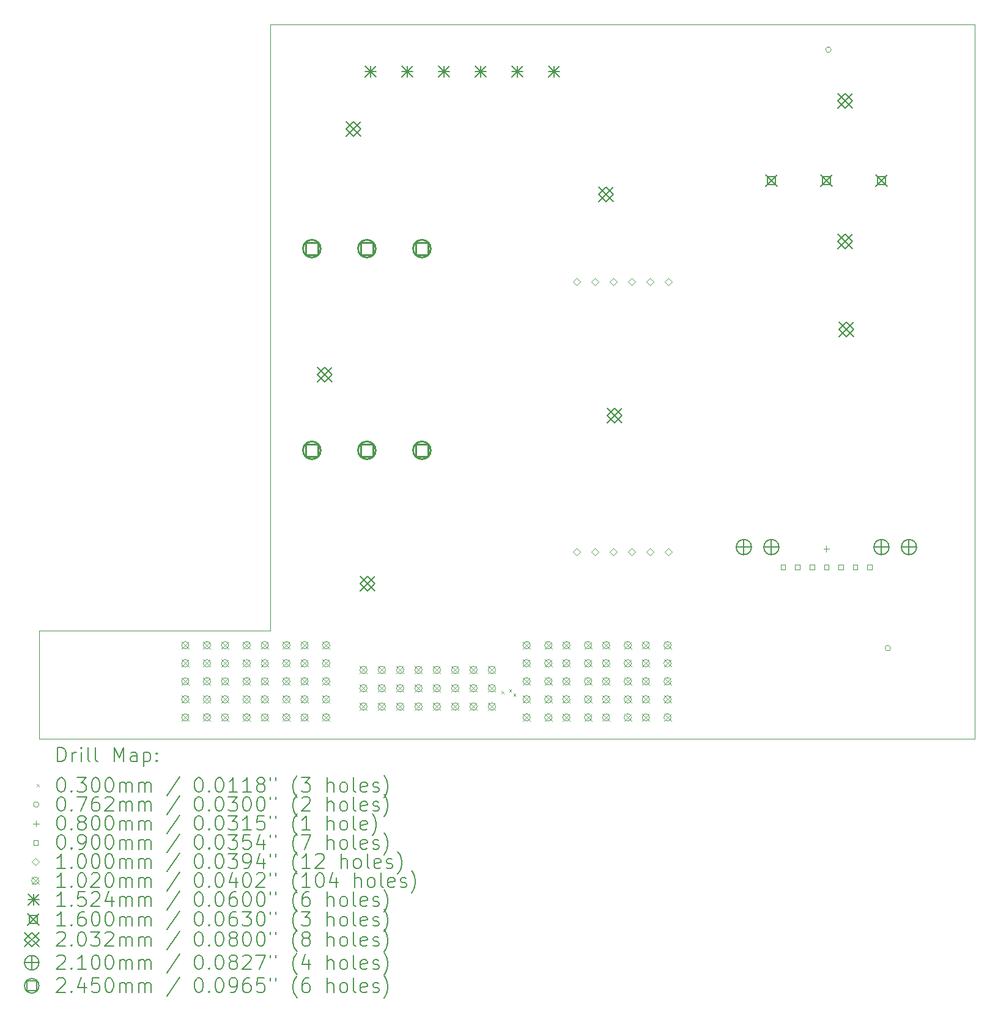
<source format=gbr>
%TF.GenerationSoftware,KiCad,Pcbnew,8.0.4*%
%TF.CreationDate,2025-03-28T19:04:53-04:00*%
%TF.ProjectId,X17-Power-Slab-Master,5831372d-506f-4776-9572-2d536c61622d,rev?*%
%TF.SameCoordinates,Original*%
%TF.FileFunction,Drillmap*%
%TF.FilePolarity,Positive*%
%FSLAX45Y45*%
G04 Gerber Fmt 4.5, Leading zero omitted, Abs format (unit mm)*
G04 Created by KiCad (PCBNEW 8.0.4) date 2025-03-28 19:04:53*
%MOMM*%
%LPD*%
G01*
G04 APERTURE LIST*
%ADD10C,0.050000*%
%ADD11C,0.200000*%
%ADD12C,0.100000*%
%ADD13C,0.102000*%
%ADD14C,0.152400*%
%ADD15C,0.160000*%
%ADD16C,0.203200*%
%ADD17C,0.210000*%
%ADD18C,0.245000*%
G04 APERTURE END LIST*
D10*
X16900000Y-14250000D02*
X16900000Y-4350000D01*
X7150000Y-12750000D02*
X7150000Y-4350000D01*
X7150000Y-4350000D02*
X16900000Y-4350000D01*
X3950000Y-12750000D02*
X3950000Y-14250000D01*
X3950000Y-14250000D02*
X16900000Y-14250000D01*
X3950000Y-12750000D02*
X7150000Y-12750000D01*
D11*
D12*
X10353000Y-13589000D02*
X10383000Y-13619000D01*
X10383000Y-13589000D02*
X10353000Y-13619000D01*
X10457772Y-13564490D02*
X10487772Y-13594490D01*
X10487772Y-13564490D02*
X10457772Y-13594490D01*
X10517876Y-13624594D02*
X10547876Y-13654594D01*
X10547876Y-13624594D02*
X10517876Y-13654594D01*
X14916225Y-4700000D02*
G75*
G02*
X14840025Y-4700000I-38100J0D01*
G01*
X14840025Y-4700000D02*
G75*
G02*
X14916225Y-4700000I38100J0D01*
G01*
X15738100Y-12990000D02*
G75*
G02*
X15661900Y-12990000I-38100J0D01*
G01*
X15661900Y-12990000D02*
G75*
G02*
X15738100Y-12990000I38100J0D01*
G01*
X14850000Y-11575000D02*
X14850000Y-11655000D01*
X14810000Y-11615000D02*
X14890000Y-11615000D01*
X14281820Y-11900820D02*
X14281820Y-11837180D01*
X14218180Y-11837180D01*
X14218180Y-11900820D01*
X14281820Y-11900820D01*
X14481820Y-11900820D02*
X14481820Y-11837180D01*
X14418180Y-11837180D01*
X14418180Y-11900820D01*
X14481820Y-11900820D01*
X14681820Y-11900820D02*
X14681820Y-11837180D01*
X14618180Y-11837180D01*
X14618180Y-11900820D01*
X14681820Y-11900820D01*
X14881820Y-11900820D02*
X14881820Y-11837180D01*
X14818180Y-11837180D01*
X14818180Y-11900820D01*
X14881820Y-11900820D01*
X15081820Y-11900820D02*
X15081820Y-11837180D01*
X15018180Y-11837180D01*
X15018180Y-11900820D01*
X15081820Y-11900820D01*
X15281820Y-11900820D02*
X15281820Y-11837180D01*
X15218180Y-11837180D01*
X15218180Y-11900820D01*
X15281820Y-11900820D01*
X15481820Y-11900820D02*
X15481820Y-11837180D01*
X15418180Y-11837180D01*
X15418180Y-11900820D01*
X15481820Y-11900820D01*
X11389000Y-7966500D02*
X11439000Y-7916500D01*
X11389000Y-7866500D01*
X11339000Y-7916500D01*
X11389000Y-7966500D01*
X11389000Y-11709000D02*
X11439000Y-11659000D01*
X11389000Y-11609000D01*
X11339000Y-11659000D01*
X11389000Y-11709000D01*
X11643000Y-7966500D02*
X11693000Y-7916500D01*
X11643000Y-7866500D01*
X11593000Y-7916500D01*
X11643000Y-7966500D01*
X11643000Y-11709000D02*
X11693000Y-11659000D01*
X11643000Y-11609000D01*
X11593000Y-11659000D01*
X11643000Y-11709000D01*
X11897000Y-7966500D02*
X11947000Y-7916500D01*
X11897000Y-7866500D01*
X11847000Y-7916500D01*
X11897000Y-7966500D01*
X11897000Y-11709000D02*
X11947000Y-11659000D01*
X11897000Y-11609000D01*
X11847000Y-11659000D01*
X11897000Y-11709000D01*
X12151000Y-7966500D02*
X12201000Y-7916500D01*
X12151000Y-7866500D01*
X12101000Y-7916500D01*
X12151000Y-7966500D01*
X12151000Y-11709000D02*
X12201000Y-11659000D01*
X12151000Y-11609000D01*
X12101000Y-11659000D01*
X12151000Y-11709000D01*
X12405000Y-7966500D02*
X12455000Y-7916500D01*
X12405000Y-7866500D01*
X12355000Y-7916500D01*
X12405000Y-7966500D01*
X12405000Y-11709000D02*
X12455000Y-11659000D01*
X12405000Y-11609000D01*
X12355000Y-11659000D01*
X12405000Y-11709000D01*
X12659000Y-7966500D02*
X12709000Y-7916500D01*
X12659000Y-7866500D01*
X12609000Y-7916500D01*
X12659000Y-7966500D01*
X12659000Y-11709000D02*
X12709000Y-11659000D01*
X12659000Y-11609000D01*
X12609000Y-11659000D01*
X12659000Y-11709000D01*
D13*
X5923000Y-12899000D02*
X6025000Y-13001000D01*
X6025000Y-12899000D02*
X5923000Y-13001000D01*
X6025000Y-12950000D02*
G75*
G02*
X5923000Y-12950000I-51000J0D01*
G01*
X5923000Y-12950000D02*
G75*
G02*
X6025000Y-12950000I51000J0D01*
G01*
X5923000Y-13149000D02*
X6025000Y-13251000D01*
X6025000Y-13149000D02*
X5923000Y-13251000D01*
X6025000Y-13200000D02*
G75*
G02*
X5923000Y-13200000I-51000J0D01*
G01*
X5923000Y-13200000D02*
G75*
G02*
X6025000Y-13200000I51000J0D01*
G01*
X5923000Y-13399000D02*
X6025000Y-13501000D01*
X6025000Y-13399000D02*
X5923000Y-13501000D01*
X6025000Y-13450000D02*
G75*
G02*
X5923000Y-13450000I-51000J0D01*
G01*
X5923000Y-13450000D02*
G75*
G02*
X6025000Y-13450000I51000J0D01*
G01*
X5923000Y-13649000D02*
X6025000Y-13751000D01*
X6025000Y-13649000D02*
X5923000Y-13751000D01*
X6025000Y-13700000D02*
G75*
G02*
X5923000Y-13700000I-51000J0D01*
G01*
X5923000Y-13700000D02*
G75*
G02*
X6025000Y-13700000I51000J0D01*
G01*
X5923000Y-13899000D02*
X6025000Y-14001000D01*
X6025000Y-13899000D02*
X5923000Y-14001000D01*
X6025000Y-13950000D02*
G75*
G02*
X5923000Y-13950000I-51000J0D01*
G01*
X5923000Y-13950000D02*
G75*
G02*
X6025000Y-13950000I51000J0D01*
G01*
X6223000Y-12899000D02*
X6325000Y-13001000D01*
X6325000Y-12899000D02*
X6223000Y-13001000D01*
X6325000Y-12950000D02*
G75*
G02*
X6223000Y-12950000I-51000J0D01*
G01*
X6223000Y-12950000D02*
G75*
G02*
X6325000Y-12950000I51000J0D01*
G01*
X6223000Y-13149000D02*
X6325000Y-13251000D01*
X6325000Y-13149000D02*
X6223000Y-13251000D01*
X6325000Y-13200000D02*
G75*
G02*
X6223000Y-13200000I-51000J0D01*
G01*
X6223000Y-13200000D02*
G75*
G02*
X6325000Y-13200000I51000J0D01*
G01*
X6223000Y-13399000D02*
X6325000Y-13501000D01*
X6325000Y-13399000D02*
X6223000Y-13501000D01*
X6325000Y-13450000D02*
G75*
G02*
X6223000Y-13450000I-51000J0D01*
G01*
X6223000Y-13450000D02*
G75*
G02*
X6325000Y-13450000I51000J0D01*
G01*
X6223000Y-13649000D02*
X6325000Y-13751000D01*
X6325000Y-13649000D02*
X6223000Y-13751000D01*
X6325000Y-13700000D02*
G75*
G02*
X6223000Y-13700000I-51000J0D01*
G01*
X6223000Y-13700000D02*
G75*
G02*
X6325000Y-13700000I51000J0D01*
G01*
X6223000Y-13899000D02*
X6325000Y-14001000D01*
X6325000Y-13899000D02*
X6223000Y-14001000D01*
X6325000Y-13950000D02*
G75*
G02*
X6223000Y-13950000I-51000J0D01*
G01*
X6223000Y-13950000D02*
G75*
G02*
X6325000Y-13950000I51000J0D01*
G01*
X6473000Y-12899000D02*
X6575000Y-13001000D01*
X6575000Y-12899000D02*
X6473000Y-13001000D01*
X6575000Y-12950000D02*
G75*
G02*
X6473000Y-12950000I-51000J0D01*
G01*
X6473000Y-12950000D02*
G75*
G02*
X6575000Y-12950000I51000J0D01*
G01*
X6473000Y-13149000D02*
X6575000Y-13251000D01*
X6575000Y-13149000D02*
X6473000Y-13251000D01*
X6575000Y-13200000D02*
G75*
G02*
X6473000Y-13200000I-51000J0D01*
G01*
X6473000Y-13200000D02*
G75*
G02*
X6575000Y-13200000I51000J0D01*
G01*
X6473000Y-13399000D02*
X6575000Y-13501000D01*
X6575000Y-13399000D02*
X6473000Y-13501000D01*
X6575000Y-13450000D02*
G75*
G02*
X6473000Y-13450000I-51000J0D01*
G01*
X6473000Y-13450000D02*
G75*
G02*
X6575000Y-13450000I51000J0D01*
G01*
X6473000Y-13649000D02*
X6575000Y-13751000D01*
X6575000Y-13649000D02*
X6473000Y-13751000D01*
X6575000Y-13700000D02*
G75*
G02*
X6473000Y-13700000I-51000J0D01*
G01*
X6473000Y-13700000D02*
G75*
G02*
X6575000Y-13700000I51000J0D01*
G01*
X6473000Y-13899000D02*
X6575000Y-14001000D01*
X6575000Y-13899000D02*
X6473000Y-14001000D01*
X6575000Y-13950000D02*
G75*
G02*
X6473000Y-13950000I-51000J0D01*
G01*
X6473000Y-13950000D02*
G75*
G02*
X6575000Y-13950000I51000J0D01*
G01*
X6773000Y-12899000D02*
X6875000Y-13001000D01*
X6875000Y-12899000D02*
X6773000Y-13001000D01*
X6875000Y-12950000D02*
G75*
G02*
X6773000Y-12950000I-51000J0D01*
G01*
X6773000Y-12950000D02*
G75*
G02*
X6875000Y-12950000I51000J0D01*
G01*
X6773000Y-13149000D02*
X6875000Y-13251000D01*
X6875000Y-13149000D02*
X6773000Y-13251000D01*
X6875000Y-13200000D02*
G75*
G02*
X6773000Y-13200000I-51000J0D01*
G01*
X6773000Y-13200000D02*
G75*
G02*
X6875000Y-13200000I51000J0D01*
G01*
X6773000Y-13399000D02*
X6875000Y-13501000D01*
X6875000Y-13399000D02*
X6773000Y-13501000D01*
X6875000Y-13450000D02*
G75*
G02*
X6773000Y-13450000I-51000J0D01*
G01*
X6773000Y-13450000D02*
G75*
G02*
X6875000Y-13450000I51000J0D01*
G01*
X6773000Y-13649000D02*
X6875000Y-13751000D01*
X6875000Y-13649000D02*
X6773000Y-13751000D01*
X6875000Y-13700000D02*
G75*
G02*
X6773000Y-13700000I-51000J0D01*
G01*
X6773000Y-13700000D02*
G75*
G02*
X6875000Y-13700000I51000J0D01*
G01*
X6773000Y-13899000D02*
X6875000Y-14001000D01*
X6875000Y-13899000D02*
X6773000Y-14001000D01*
X6875000Y-13950000D02*
G75*
G02*
X6773000Y-13950000I-51000J0D01*
G01*
X6773000Y-13950000D02*
G75*
G02*
X6875000Y-13950000I51000J0D01*
G01*
X7023000Y-12899000D02*
X7125000Y-13001000D01*
X7125000Y-12899000D02*
X7023000Y-13001000D01*
X7125000Y-12950000D02*
G75*
G02*
X7023000Y-12950000I-51000J0D01*
G01*
X7023000Y-12950000D02*
G75*
G02*
X7125000Y-12950000I51000J0D01*
G01*
X7023000Y-13149000D02*
X7125000Y-13251000D01*
X7125000Y-13149000D02*
X7023000Y-13251000D01*
X7125000Y-13200000D02*
G75*
G02*
X7023000Y-13200000I-51000J0D01*
G01*
X7023000Y-13200000D02*
G75*
G02*
X7125000Y-13200000I51000J0D01*
G01*
X7023000Y-13399000D02*
X7125000Y-13501000D01*
X7125000Y-13399000D02*
X7023000Y-13501000D01*
X7125000Y-13450000D02*
G75*
G02*
X7023000Y-13450000I-51000J0D01*
G01*
X7023000Y-13450000D02*
G75*
G02*
X7125000Y-13450000I51000J0D01*
G01*
X7023000Y-13649000D02*
X7125000Y-13751000D01*
X7125000Y-13649000D02*
X7023000Y-13751000D01*
X7125000Y-13700000D02*
G75*
G02*
X7023000Y-13700000I-51000J0D01*
G01*
X7023000Y-13700000D02*
G75*
G02*
X7125000Y-13700000I51000J0D01*
G01*
X7023000Y-13899000D02*
X7125000Y-14001000D01*
X7125000Y-13899000D02*
X7023000Y-14001000D01*
X7125000Y-13950000D02*
G75*
G02*
X7023000Y-13950000I-51000J0D01*
G01*
X7023000Y-13950000D02*
G75*
G02*
X7125000Y-13950000I51000J0D01*
G01*
X7323000Y-12899000D02*
X7425000Y-13001000D01*
X7425000Y-12899000D02*
X7323000Y-13001000D01*
X7425000Y-12950000D02*
G75*
G02*
X7323000Y-12950000I-51000J0D01*
G01*
X7323000Y-12950000D02*
G75*
G02*
X7425000Y-12950000I51000J0D01*
G01*
X7323000Y-13149000D02*
X7425000Y-13251000D01*
X7425000Y-13149000D02*
X7323000Y-13251000D01*
X7425000Y-13200000D02*
G75*
G02*
X7323000Y-13200000I-51000J0D01*
G01*
X7323000Y-13200000D02*
G75*
G02*
X7425000Y-13200000I51000J0D01*
G01*
X7323000Y-13399000D02*
X7425000Y-13501000D01*
X7425000Y-13399000D02*
X7323000Y-13501000D01*
X7425000Y-13450000D02*
G75*
G02*
X7323000Y-13450000I-51000J0D01*
G01*
X7323000Y-13450000D02*
G75*
G02*
X7425000Y-13450000I51000J0D01*
G01*
X7323000Y-13649000D02*
X7425000Y-13751000D01*
X7425000Y-13649000D02*
X7323000Y-13751000D01*
X7425000Y-13700000D02*
G75*
G02*
X7323000Y-13700000I-51000J0D01*
G01*
X7323000Y-13700000D02*
G75*
G02*
X7425000Y-13700000I51000J0D01*
G01*
X7323000Y-13899000D02*
X7425000Y-14001000D01*
X7425000Y-13899000D02*
X7323000Y-14001000D01*
X7425000Y-13950000D02*
G75*
G02*
X7323000Y-13950000I-51000J0D01*
G01*
X7323000Y-13950000D02*
G75*
G02*
X7425000Y-13950000I51000J0D01*
G01*
X7573000Y-12899000D02*
X7675000Y-13001000D01*
X7675000Y-12899000D02*
X7573000Y-13001000D01*
X7675000Y-12950000D02*
G75*
G02*
X7573000Y-12950000I-51000J0D01*
G01*
X7573000Y-12950000D02*
G75*
G02*
X7675000Y-12950000I51000J0D01*
G01*
X7573000Y-13149000D02*
X7675000Y-13251000D01*
X7675000Y-13149000D02*
X7573000Y-13251000D01*
X7675000Y-13200000D02*
G75*
G02*
X7573000Y-13200000I-51000J0D01*
G01*
X7573000Y-13200000D02*
G75*
G02*
X7675000Y-13200000I51000J0D01*
G01*
X7573000Y-13399000D02*
X7675000Y-13501000D01*
X7675000Y-13399000D02*
X7573000Y-13501000D01*
X7675000Y-13450000D02*
G75*
G02*
X7573000Y-13450000I-51000J0D01*
G01*
X7573000Y-13450000D02*
G75*
G02*
X7675000Y-13450000I51000J0D01*
G01*
X7573000Y-13649000D02*
X7675000Y-13751000D01*
X7675000Y-13649000D02*
X7573000Y-13751000D01*
X7675000Y-13700000D02*
G75*
G02*
X7573000Y-13700000I-51000J0D01*
G01*
X7573000Y-13700000D02*
G75*
G02*
X7675000Y-13700000I51000J0D01*
G01*
X7573000Y-13899000D02*
X7675000Y-14001000D01*
X7675000Y-13899000D02*
X7573000Y-14001000D01*
X7675000Y-13950000D02*
G75*
G02*
X7573000Y-13950000I-51000J0D01*
G01*
X7573000Y-13950000D02*
G75*
G02*
X7675000Y-13950000I51000J0D01*
G01*
X7873000Y-12899000D02*
X7975000Y-13001000D01*
X7975000Y-12899000D02*
X7873000Y-13001000D01*
X7975000Y-12950000D02*
G75*
G02*
X7873000Y-12950000I-51000J0D01*
G01*
X7873000Y-12950000D02*
G75*
G02*
X7975000Y-12950000I51000J0D01*
G01*
X7873000Y-13149000D02*
X7975000Y-13251000D01*
X7975000Y-13149000D02*
X7873000Y-13251000D01*
X7975000Y-13200000D02*
G75*
G02*
X7873000Y-13200000I-51000J0D01*
G01*
X7873000Y-13200000D02*
G75*
G02*
X7975000Y-13200000I51000J0D01*
G01*
X7873000Y-13399000D02*
X7975000Y-13501000D01*
X7975000Y-13399000D02*
X7873000Y-13501000D01*
X7975000Y-13450000D02*
G75*
G02*
X7873000Y-13450000I-51000J0D01*
G01*
X7873000Y-13450000D02*
G75*
G02*
X7975000Y-13450000I51000J0D01*
G01*
X7873000Y-13649000D02*
X7975000Y-13751000D01*
X7975000Y-13649000D02*
X7873000Y-13751000D01*
X7975000Y-13700000D02*
G75*
G02*
X7873000Y-13700000I-51000J0D01*
G01*
X7873000Y-13700000D02*
G75*
G02*
X7975000Y-13700000I51000J0D01*
G01*
X7873000Y-13899000D02*
X7975000Y-14001000D01*
X7975000Y-13899000D02*
X7873000Y-14001000D01*
X7975000Y-13950000D02*
G75*
G02*
X7873000Y-13950000I-51000J0D01*
G01*
X7873000Y-13950000D02*
G75*
G02*
X7975000Y-13950000I51000J0D01*
G01*
X8390000Y-13241000D02*
X8492000Y-13343000D01*
X8492000Y-13241000D02*
X8390000Y-13343000D01*
X8492000Y-13292000D02*
G75*
G02*
X8390000Y-13292000I-51000J0D01*
G01*
X8390000Y-13292000D02*
G75*
G02*
X8492000Y-13292000I51000J0D01*
G01*
X8390000Y-13495000D02*
X8492000Y-13597000D01*
X8492000Y-13495000D02*
X8390000Y-13597000D01*
X8492000Y-13546000D02*
G75*
G02*
X8390000Y-13546000I-51000J0D01*
G01*
X8390000Y-13546000D02*
G75*
G02*
X8492000Y-13546000I51000J0D01*
G01*
X8390000Y-13749000D02*
X8492000Y-13851000D01*
X8492000Y-13749000D02*
X8390000Y-13851000D01*
X8492000Y-13800000D02*
G75*
G02*
X8390000Y-13800000I-51000J0D01*
G01*
X8390000Y-13800000D02*
G75*
G02*
X8492000Y-13800000I51000J0D01*
G01*
X8644000Y-13241000D02*
X8746000Y-13343000D01*
X8746000Y-13241000D02*
X8644000Y-13343000D01*
X8746000Y-13292000D02*
G75*
G02*
X8644000Y-13292000I-51000J0D01*
G01*
X8644000Y-13292000D02*
G75*
G02*
X8746000Y-13292000I51000J0D01*
G01*
X8644000Y-13495000D02*
X8746000Y-13597000D01*
X8746000Y-13495000D02*
X8644000Y-13597000D01*
X8746000Y-13546000D02*
G75*
G02*
X8644000Y-13546000I-51000J0D01*
G01*
X8644000Y-13546000D02*
G75*
G02*
X8746000Y-13546000I51000J0D01*
G01*
X8644000Y-13749000D02*
X8746000Y-13851000D01*
X8746000Y-13749000D02*
X8644000Y-13851000D01*
X8746000Y-13800000D02*
G75*
G02*
X8644000Y-13800000I-51000J0D01*
G01*
X8644000Y-13800000D02*
G75*
G02*
X8746000Y-13800000I51000J0D01*
G01*
X8898000Y-13241000D02*
X9000000Y-13343000D01*
X9000000Y-13241000D02*
X8898000Y-13343000D01*
X9000000Y-13292000D02*
G75*
G02*
X8898000Y-13292000I-51000J0D01*
G01*
X8898000Y-13292000D02*
G75*
G02*
X9000000Y-13292000I51000J0D01*
G01*
X8898000Y-13495000D02*
X9000000Y-13597000D01*
X9000000Y-13495000D02*
X8898000Y-13597000D01*
X9000000Y-13546000D02*
G75*
G02*
X8898000Y-13546000I-51000J0D01*
G01*
X8898000Y-13546000D02*
G75*
G02*
X9000000Y-13546000I51000J0D01*
G01*
X8898000Y-13749000D02*
X9000000Y-13851000D01*
X9000000Y-13749000D02*
X8898000Y-13851000D01*
X9000000Y-13800000D02*
G75*
G02*
X8898000Y-13800000I-51000J0D01*
G01*
X8898000Y-13800000D02*
G75*
G02*
X9000000Y-13800000I51000J0D01*
G01*
X9152000Y-13241000D02*
X9254000Y-13343000D01*
X9254000Y-13241000D02*
X9152000Y-13343000D01*
X9254000Y-13292000D02*
G75*
G02*
X9152000Y-13292000I-51000J0D01*
G01*
X9152000Y-13292000D02*
G75*
G02*
X9254000Y-13292000I51000J0D01*
G01*
X9152000Y-13495000D02*
X9254000Y-13597000D01*
X9254000Y-13495000D02*
X9152000Y-13597000D01*
X9254000Y-13546000D02*
G75*
G02*
X9152000Y-13546000I-51000J0D01*
G01*
X9152000Y-13546000D02*
G75*
G02*
X9254000Y-13546000I51000J0D01*
G01*
X9152000Y-13749000D02*
X9254000Y-13851000D01*
X9254000Y-13749000D02*
X9152000Y-13851000D01*
X9254000Y-13800000D02*
G75*
G02*
X9152000Y-13800000I-51000J0D01*
G01*
X9152000Y-13800000D02*
G75*
G02*
X9254000Y-13800000I51000J0D01*
G01*
X9406000Y-13241000D02*
X9508000Y-13343000D01*
X9508000Y-13241000D02*
X9406000Y-13343000D01*
X9508000Y-13292000D02*
G75*
G02*
X9406000Y-13292000I-51000J0D01*
G01*
X9406000Y-13292000D02*
G75*
G02*
X9508000Y-13292000I51000J0D01*
G01*
X9406000Y-13495000D02*
X9508000Y-13597000D01*
X9508000Y-13495000D02*
X9406000Y-13597000D01*
X9508000Y-13546000D02*
G75*
G02*
X9406000Y-13546000I-51000J0D01*
G01*
X9406000Y-13546000D02*
G75*
G02*
X9508000Y-13546000I51000J0D01*
G01*
X9406000Y-13749000D02*
X9508000Y-13851000D01*
X9508000Y-13749000D02*
X9406000Y-13851000D01*
X9508000Y-13800000D02*
G75*
G02*
X9406000Y-13800000I-51000J0D01*
G01*
X9406000Y-13800000D02*
G75*
G02*
X9508000Y-13800000I51000J0D01*
G01*
X9660000Y-13241000D02*
X9762000Y-13343000D01*
X9762000Y-13241000D02*
X9660000Y-13343000D01*
X9762000Y-13292000D02*
G75*
G02*
X9660000Y-13292000I-51000J0D01*
G01*
X9660000Y-13292000D02*
G75*
G02*
X9762000Y-13292000I51000J0D01*
G01*
X9660000Y-13495000D02*
X9762000Y-13597000D01*
X9762000Y-13495000D02*
X9660000Y-13597000D01*
X9762000Y-13546000D02*
G75*
G02*
X9660000Y-13546000I-51000J0D01*
G01*
X9660000Y-13546000D02*
G75*
G02*
X9762000Y-13546000I51000J0D01*
G01*
X9660000Y-13749000D02*
X9762000Y-13851000D01*
X9762000Y-13749000D02*
X9660000Y-13851000D01*
X9762000Y-13800000D02*
G75*
G02*
X9660000Y-13800000I-51000J0D01*
G01*
X9660000Y-13800000D02*
G75*
G02*
X9762000Y-13800000I51000J0D01*
G01*
X9914000Y-13241000D02*
X10016000Y-13343000D01*
X10016000Y-13241000D02*
X9914000Y-13343000D01*
X10016000Y-13292000D02*
G75*
G02*
X9914000Y-13292000I-51000J0D01*
G01*
X9914000Y-13292000D02*
G75*
G02*
X10016000Y-13292000I51000J0D01*
G01*
X9914000Y-13495000D02*
X10016000Y-13597000D01*
X10016000Y-13495000D02*
X9914000Y-13597000D01*
X10016000Y-13546000D02*
G75*
G02*
X9914000Y-13546000I-51000J0D01*
G01*
X9914000Y-13546000D02*
G75*
G02*
X10016000Y-13546000I51000J0D01*
G01*
X9914000Y-13749000D02*
X10016000Y-13851000D01*
X10016000Y-13749000D02*
X9914000Y-13851000D01*
X10016000Y-13800000D02*
G75*
G02*
X9914000Y-13800000I-51000J0D01*
G01*
X9914000Y-13800000D02*
G75*
G02*
X10016000Y-13800000I51000J0D01*
G01*
X10168000Y-13241000D02*
X10270000Y-13343000D01*
X10270000Y-13241000D02*
X10168000Y-13343000D01*
X10270000Y-13292000D02*
G75*
G02*
X10168000Y-13292000I-51000J0D01*
G01*
X10168000Y-13292000D02*
G75*
G02*
X10270000Y-13292000I51000J0D01*
G01*
X10168000Y-13495000D02*
X10270000Y-13597000D01*
X10270000Y-13495000D02*
X10168000Y-13597000D01*
X10270000Y-13546000D02*
G75*
G02*
X10168000Y-13546000I-51000J0D01*
G01*
X10168000Y-13546000D02*
G75*
G02*
X10270000Y-13546000I51000J0D01*
G01*
X10168000Y-13749000D02*
X10270000Y-13851000D01*
X10270000Y-13749000D02*
X10168000Y-13851000D01*
X10270000Y-13800000D02*
G75*
G02*
X10168000Y-13800000I-51000J0D01*
G01*
X10168000Y-13800000D02*
G75*
G02*
X10270000Y-13800000I51000J0D01*
G01*
X10649000Y-12899000D02*
X10751000Y-13001000D01*
X10751000Y-12899000D02*
X10649000Y-13001000D01*
X10751000Y-12950000D02*
G75*
G02*
X10649000Y-12950000I-51000J0D01*
G01*
X10649000Y-12950000D02*
G75*
G02*
X10751000Y-12950000I51000J0D01*
G01*
X10649000Y-13149000D02*
X10751000Y-13251000D01*
X10751000Y-13149000D02*
X10649000Y-13251000D01*
X10751000Y-13200000D02*
G75*
G02*
X10649000Y-13200000I-51000J0D01*
G01*
X10649000Y-13200000D02*
G75*
G02*
X10751000Y-13200000I51000J0D01*
G01*
X10649000Y-13399000D02*
X10751000Y-13501000D01*
X10751000Y-13399000D02*
X10649000Y-13501000D01*
X10751000Y-13450000D02*
G75*
G02*
X10649000Y-13450000I-51000J0D01*
G01*
X10649000Y-13450000D02*
G75*
G02*
X10751000Y-13450000I51000J0D01*
G01*
X10649000Y-13649000D02*
X10751000Y-13751000D01*
X10751000Y-13649000D02*
X10649000Y-13751000D01*
X10751000Y-13700000D02*
G75*
G02*
X10649000Y-13700000I-51000J0D01*
G01*
X10649000Y-13700000D02*
G75*
G02*
X10751000Y-13700000I51000J0D01*
G01*
X10649000Y-13899000D02*
X10751000Y-14001000D01*
X10751000Y-13899000D02*
X10649000Y-14001000D01*
X10751000Y-13950000D02*
G75*
G02*
X10649000Y-13950000I-51000J0D01*
G01*
X10649000Y-13950000D02*
G75*
G02*
X10751000Y-13950000I51000J0D01*
G01*
X10949000Y-12899000D02*
X11051000Y-13001000D01*
X11051000Y-12899000D02*
X10949000Y-13001000D01*
X11051000Y-12950000D02*
G75*
G02*
X10949000Y-12950000I-51000J0D01*
G01*
X10949000Y-12950000D02*
G75*
G02*
X11051000Y-12950000I51000J0D01*
G01*
X10949000Y-13149000D02*
X11051000Y-13251000D01*
X11051000Y-13149000D02*
X10949000Y-13251000D01*
X11051000Y-13200000D02*
G75*
G02*
X10949000Y-13200000I-51000J0D01*
G01*
X10949000Y-13200000D02*
G75*
G02*
X11051000Y-13200000I51000J0D01*
G01*
X10949000Y-13399000D02*
X11051000Y-13501000D01*
X11051000Y-13399000D02*
X10949000Y-13501000D01*
X11051000Y-13450000D02*
G75*
G02*
X10949000Y-13450000I-51000J0D01*
G01*
X10949000Y-13450000D02*
G75*
G02*
X11051000Y-13450000I51000J0D01*
G01*
X10949000Y-13649000D02*
X11051000Y-13751000D01*
X11051000Y-13649000D02*
X10949000Y-13751000D01*
X11051000Y-13700000D02*
G75*
G02*
X10949000Y-13700000I-51000J0D01*
G01*
X10949000Y-13700000D02*
G75*
G02*
X11051000Y-13700000I51000J0D01*
G01*
X10949000Y-13899000D02*
X11051000Y-14001000D01*
X11051000Y-13899000D02*
X10949000Y-14001000D01*
X11051000Y-13950000D02*
G75*
G02*
X10949000Y-13950000I-51000J0D01*
G01*
X10949000Y-13950000D02*
G75*
G02*
X11051000Y-13950000I51000J0D01*
G01*
X11199000Y-12899000D02*
X11301000Y-13001000D01*
X11301000Y-12899000D02*
X11199000Y-13001000D01*
X11301000Y-12950000D02*
G75*
G02*
X11199000Y-12950000I-51000J0D01*
G01*
X11199000Y-12950000D02*
G75*
G02*
X11301000Y-12950000I51000J0D01*
G01*
X11199000Y-13149000D02*
X11301000Y-13251000D01*
X11301000Y-13149000D02*
X11199000Y-13251000D01*
X11301000Y-13200000D02*
G75*
G02*
X11199000Y-13200000I-51000J0D01*
G01*
X11199000Y-13200000D02*
G75*
G02*
X11301000Y-13200000I51000J0D01*
G01*
X11199000Y-13399000D02*
X11301000Y-13501000D01*
X11301000Y-13399000D02*
X11199000Y-13501000D01*
X11301000Y-13450000D02*
G75*
G02*
X11199000Y-13450000I-51000J0D01*
G01*
X11199000Y-13450000D02*
G75*
G02*
X11301000Y-13450000I51000J0D01*
G01*
X11199000Y-13649000D02*
X11301000Y-13751000D01*
X11301000Y-13649000D02*
X11199000Y-13751000D01*
X11301000Y-13700000D02*
G75*
G02*
X11199000Y-13700000I-51000J0D01*
G01*
X11199000Y-13700000D02*
G75*
G02*
X11301000Y-13700000I51000J0D01*
G01*
X11199000Y-13899000D02*
X11301000Y-14001000D01*
X11301000Y-13899000D02*
X11199000Y-14001000D01*
X11301000Y-13950000D02*
G75*
G02*
X11199000Y-13950000I-51000J0D01*
G01*
X11199000Y-13950000D02*
G75*
G02*
X11301000Y-13950000I51000J0D01*
G01*
X11499000Y-12899000D02*
X11601000Y-13001000D01*
X11601000Y-12899000D02*
X11499000Y-13001000D01*
X11601000Y-12950000D02*
G75*
G02*
X11499000Y-12950000I-51000J0D01*
G01*
X11499000Y-12950000D02*
G75*
G02*
X11601000Y-12950000I51000J0D01*
G01*
X11499000Y-13149000D02*
X11601000Y-13251000D01*
X11601000Y-13149000D02*
X11499000Y-13251000D01*
X11601000Y-13200000D02*
G75*
G02*
X11499000Y-13200000I-51000J0D01*
G01*
X11499000Y-13200000D02*
G75*
G02*
X11601000Y-13200000I51000J0D01*
G01*
X11499000Y-13399000D02*
X11601000Y-13501000D01*
X11601000Y-13399000D02*
X11499000Y-13501000D01*
X11601000Y-13450000D02*
G75*
G02*
X11499000Y-13450000I-51000J0D01*
G01*
X11499000Y-13450000D02*
G75*
G02*
X11601000Y-13450000I51000J0D01*
G01*
X11499000Y-13649000D02*
X11601000Y-13751000D01*
X11601000Y-13649000D02*
X11499000Y-13751000D01*
X11601000Y-13700000D02*
G75*
G02*
X11499000Y-13700000I-51000J0D01*
G01*
X11499000Y-13700000D02*
G75*
G02*
X11601000Y-13700000I51000J0D01*
G01*
X11499000Y-13899000D02*
X11601000Y-14001000D01*
X11601000Y-13899000D02*
X11499000Y-14001000D01*
X11601000Y-13950000D02*
G75*
G02*
X11499000Y-13950000I-51000J0D01*
G01*
X11499000Y-13950000D02*
G75*
G02*
X11601000Y-13950000I51000J0D01*
G01*
X11749000Y-12899000D02*
X11851000Y-13001000D01*
X11851000Y-12899000D02*
X11749000Y-13001000D01*
X11851000Y-12950000D02*
G75*
G02*
X11749000Y-12950000I-51000J0D01*
G01*
X11749000Y-12950000D02*
G75*
G02*
X11851000Y-12950000I51000J0D01*
G01*
X11749000Y-13149000D02*
X11851000Y-13251000D01*
X11851000Y-13149000D02*
X11749000Y-13251000D01*
X11851000Y-13200000D02*
G75*
G02*
X11749000Y-13200000I-51000J0D01*
G01*
X11749000Y-13200000D02*
G75*
G02*
X11851000Y-13200000I51000J0D01*
G01*
X11749000Y-13399000D02*
X11851000Y-13501000D01*
X11851000Y-13399000D02*
X11749000Y-13501000D01*
X11851000Y-13450000D02*
G75*
G02*
X11749000Y-13450000I-51000J0D01*
G01*
X11749000Y-13450000D02*
G75*
G02*
X11851000Y-13450000I51000J0D01*
G01*
X11749000Y-13649000D02*
X11851000Y-13751000D01*
X11851000Y-13649000D02*
X11749000Y-13751000D01*
X11851000Y-13700000D02*
G75*
G02*
X11749000Y-13700000I-51000J0D01*
G01*
X11749000Y-13700000D02*
G75*
G02*
X11851000Y-13700000I51000J0D01*
G01*
X11749000Y-13899000D02*
X11851000Y-14001000D01*
X11851000Y-13899000D02*
X11749000Y-14001000D01*
X11851000Y-13950000D02*
G75*
G02*
X11749000Y-13950000I-51000J0D01*
G01*
X11749000Y-13950000D02*
G75*
G02*
X11851000Y-13950000I51000J0D01*
G01*
X12049000Y-12899000D02*
X12151000Y-13001000D01*
X12151000Y-12899000D02*
X12049000Y-13001000D01*
X12151000Y-12950000D02*
G75*
G02*
X12049000Y-12950000I-51000J0D01*
G01*
X12049000Y-12950000D02*
G75*
G02*
X12151000Y-12950000I51000J0D01*
G01*
X12049000Y-13149000D02*
X12151000Y-13251000D01*
X12151000Y-13149000D02*
X12049000Y-13251000D01*
X12151000Y-13200000D02*
G75*
G02*
X12049000Y-13200000I-51000J0D01*
G01*
X12049000Y-13200000D02*
G75*
G02*
X12151000Y-13200000I51000J0D01*
G01*
X12049000Y-13399000D02*
X12151000Y-13501000D01*
X12151000Y-13399000D02*
X12049000Y-13501000D01*
X12151000Y-13450000D02*
G75*
G02*
X12049000Y-13450000I-51000J0D01*
G01*
X12049000Y-13450000D02*
G75*
G02*
X12151000Y-13450000I51000J0D01*
G01*
X12049000Y-13649000D02*
X12151000Y-13751000D01*
X12151000Y-13649000D02*
X12049000Y-13751000D01*
X12151000Y-13700000D02*
G75*
G02*
X12049000Y-13700000I-51000J0D01*
G01*
X12049000Y-13700000D02*
G75*
G02*
X12151000Y-13700000I51000J0D01*
G01*
X12049000Y-13899000D02*
X12151000Y-14001000D01*
X12151000Y-13899000D02*
X12049000Y-14001000D01*
X12151000Y-13950000D02*
G75*
G02*
X12049000Y-13950000I-51000J0D01*
G01*
X12049000Y-13950000D02*
G75*
G02*
X12151000Y-13950000I51000J0D01*
G01*
X12299000Y-12899000D02*
X12401000Y-13001000D01*
X12401000Y-12899000D02*
X12299000Y-13001000D01*
X12401000Y-12950000D02*
G75*
G02*
X12299000Y-12950000I-51000J0D01*
G01*
X12299000Y-12950000D02*
G75*
G02*
X12401000Y-12950000I51000J0D01*
G01*
X12299000Y-13149000D02*
X12401000Y-13251000D01*
X12401000Y-13149000D02*
X12299000Y-13251000D01*
X12401000Y-13200000D02*
G75*
G02*
X12299000Y-13200000I-51000J0D01*
G01*
X12299000Y-13200000D02*
G75*
G02*
X12401000Y-13200000I51000J0D01*
G01*
X12299000Y-13399000D02*
X12401000Y-13501000D01*
X12401000Y-13399000D02*
X12299000Y-13501000D01*
X12401000Y-13450000D02*
G75*
G02*
X12299000Y-13450000I-51000J0D01*
G01*
X12299000Y-13450000D02*
G75*
G02*
X12401000Y-13450000I51000J0D01*
G01*
X12299000Y-13649000D02*
X12401000Y-13751000D01*
X12401000Y-13649000D02*
X12299000Y-13751000D01*
X12401000Y-13700000D02*
G75*
G02*
X12299000Y-13700000I-51000J0D01*
G01*
X12299000Y-13700000D02*
G75*
G02*
X12401000Y-13700000I51000J0D01*
G01*
X12299000Y-13899000D02*
X12401000Y-14001000D01*
X12401000Y-13899000D02*
X12299000Y-14001000D01*
X12401000Y-13950000D02*
G75*
G02*
X12299000Y-13950000I-51000J0D01*
G01*
X12299000Y-13950000D02*
G75*
G02*
X12401000Y-13950000I51000J0D01*
G01*
X12599000Y-12899000D02*
X12701000Y-13001000D01*
X12701000Y-12899000D02*
X12599000Y-13001000D01*
X12701000Y-12950000D02*
G75*
G02*
X12599000Y-12950000I-51000J0D01*
G01*
X12599000Y-12950000D02*
G75*
G02*
X12701000Y-12950000I51000J0D01*
G01*
X12599000Y-13149000D02*
X12701000Y-13251000D01*
X12701000Y-13149000D02*
X12599000Y-13251000D01*
X12701000Y-13200000D02*
G75*
G02*
X12599000Y-13200000I-51000J0D01*
G01*
X12599000Y-13200000D02*
G75*
G02*
X12701000Y-13200000I51000J0D01*
G01*
X12599000Y-13399000D02*
X12701000Y-13501000D01*
X12701000Y-13399000D02*
X12599000Y-13501000D01*
X12701000Y-13450000D02*
G75*
G02*
X12599000Y-13450000I-51000J0D01*
G01*
X12599000Y-13450000D02*
G75*
G02*
X12701000Y-13450000I51000J0D01*
G01*
X12599000Y-13649000D02*
X12701000Y-13751000D01*
X12701000Y-13649000D02*
X12599000Y-13751000D01*
X12701000Y-13700000D02*
G75*
G02*
X12599000Y-13700000I-51000J0D01*
G01*
X12599000Y-13700000D02*
G75*
G02*
X12701000Y-13700000I51000J0D01*
G01*
X12599000Y-13899000D02*
X12701000Y-14001000D01*
X12701000Y-13899000D02*
X12599000Y-14001000D01*
X12701000Y-13950000D02*
G75*
G02*
X12599000Y-13950000I-51000J0D01*
G01*
X12599000Y-13950000D02*
G75*
G02*
X12701000Y-13950000I51000J0D01*
G01*
D14*
X8465800Y-4923800D02*
X8618200Y-5076200D01*
X8618200Y-4923800D02*
X8465800Y-5076200D01*
X8542000Y-4923800D02*
X8542000Y-5076200D01*
X8465800Y-5000000D02*
X8618200Y-5000000D01*
X8973800Y-4923800D02*
X9126200Y-5076200D01*
X9126200Y-4923800D02*
X8973800Y-5076200D01*
X9050000Y-4923800D02*
X9050000Y-5076200D01*
X8973800Y-5000000D02*
X9126200Y-5000000D01*
X9481800Y-4923800D02*
X9634200Y-5076200D01*
X9634200Y-4923800D02*
X9481800Y-5076200D01*
X9558000Y-4923800D02*
X9558000Y-5076200D01*
X9481800Y-5000000D02*
X9634200Y-5000000D01*
X9989800Y-4923800D02*
X10142200Y-5076200D01*
X10142200Y-4923800D02*
X9989800Y-5076200D01*
X10066000Y-4923800D02*
X10066000Y-5076200D01*
X9989800Y-5000000D02*
X10142200Y-5000000D01*
X10497800Y-4923800D02*
X10650200Y-5076200D01*
X10650200Y-4923800D02*
X10497800Y-5076200D01*
X10574000Y-4923800D02*
X10574000Y-5076200D01*
X10497800Y-5000000D02*
X10650200Y-5000000D01*
X11005800Y-4923800D02*
X11158200Y-5076200D01*
X11158200Y-4923800D02*
X11005800Y-5076200D01*
X11082000Y-4923800D02*
X11082000Y-5076200D01*
X11005800Y-5000000D02*
X11158200Y-5000000D01*
D15*
X14008000Y-6431000D02*
X14168000Y-6591000D01*
X14168000Y-6431000D02*
X14008000Y-6591000D01*
X14144569Y-6567569D02*
X14144569Y-6454431D01*
X14031431Y-6454431D01*
X14031431Y-6567569D01*
X14144569Y-6567569D01*
X14770000Y-6431000D02*
X14930000Y-6591000D01*
X14930000Y-6431000D02*
X14770000Y-6591000D01*
X14906569Y-6567569D02*
X14906569Y-6454431D01*
X14793431Y-6454431D01*
X14793431Y-6567569D01*
X14906569Y-6567569D01*
X15532000Y-6431000D02*
X15692000Y-6591000D01*
X15692000Y-6431000D02*
X15532000Y-6591000D01*
X15668569Y-6567569D02*
X15668569Y-6454431D01*
X15555431Y-6454431D01*
X15555431Y-6567569D01*
X15668569Y-6567569D01*
D16*
X7798400Y-9098400D02*
X8001600Y-9301600D01*
X8001600Y-9098400D02*
X7798400Y-9301600D01*
X7900000Y-9301600D02*
X8001600Y-9200000D01*
X7900000Y-9098400D01*
X7798400Y-9200000D01*
X7900000Y-9301600D01*
X8198400Y-5698400D02*
X8401600Y-5901600D01*
X8401600Y-5698400D02*
X8198400Y-5901600D01*
X8300000Y-5901600D02*
X8401600Y-5800000D01*
X8300000Y-5698400D01*
X8198400Y-5800000D01*
X8300000Y-5901600D01*
X8398400Y-11998400D02*
X8601600Y-12201600D01*
X8601600Y-11998400D02*
X8398400Y-12201600D01*
X8500000Y-12201600D02*
X8601600Y-12100000D01*
X8500000Y-11998400D01*
X8398400Y-12100000D01*
X8500000Y-12201600D01*
X11698400Y-6598400D02*
X11901600Y-6801600D01*
X11901600Y-6598400D02*
X11698400Y-6801600D01*
X11800000Y-6801600D02*
X11901600Y-6700000D01*
X11800000Y-6598400D01*
X11698400Y-6700000D01*
X11800000Y-6801600D01*
X11818400Y-9669400D02*
X12021600Y-9872600D01*
X12021600Y-9669400D02*
X11818400Y-9872600D01*
X11920000Y-9872600D02*
X12021600Y-9771000D01*
X11920000Y-9669400D01*
X11818400Y-9771000D01*
X11920000Y-9872600D01*
X15007110Y-5308280D02*
X15210310Y-5511480D01*
X15210310Y-5308280D02*
X15007110Y-5511480D01*
X15108710Y-5511480D02*
X15210310Y-5409880D01*
X15108710Y-5308280D01*
X15007110Y-5409880D01*
X15108710Y-5511480D01*
X15007110Y-7256340D02*
X15210310Y-7459540D01*
X15210310Y-7256340D02*
X15007110Y-7459540D01*
X15108710Y-7459540D02*
X15210310Y-7357940D01*
X15108710Y-7256340D01*
X15007110Y-7357940D01*
X15108710Y-7459540D01*
X15022170Y-8471400D02*
X15225370Y-8674600D01*
X15225370Y-8471400D02*
X15022170Y-8674600D01*
X15123770Y-8674600D02*
X15225370Y-8573000D01*
X15123770Y-8471400D01*
X15022170Y-8573000D01*
X15123770Y-8674600D01*
D17*
X13707000Y-11486000D02*
X13707000Y-11696000D01*
X13602000Y-11591000D02*
X13812000Y-11591000D01*
X13812000Y-11591000D02*
G75*
G02*
X13602000Y-11591000I-105000J0D01*
G01*
X13602000Y-11591000D02*
G75*
G02*
X13812000Y-11591000I105000J0D01*
G01*
X14088000Y-11486000D02*
X14088000Y-11696000D01*
X13983000Y-11591000D02*
X14193000Y-11591000D01*
X14193000Y-11591000D02*
G75*
G02*
X13983000Y-11591000I-105000J0D01*
G01*
X13983000Y-11591000D02*
G75*
G02*
X14193000Y-11591000I105000J0D01*
G01*
X15612000Y-11486000D02*
X15612000Y-11696000D01*
X15507000Y-11591000D02*
X15717000Y-11591000D01*
X15717000Y-11591000D02*
G75*
G02*
X15507000Y-11591000I-105000J0D01*
G01*
X15507000Y-11591000D02*
G75*
G02*
X15717000Y-11591000I105000J0D01*
G01*
X15993000Y-11486000D02*
X15993000Y-11696000D01*
X15888000Y-11591000D02*
X16098000Y-11591000D01*
X16098000Y-11591000D02*
G75*
G02*
X15888000Y-11591000I-105000J0D01*
G01*
X15888000Y-11591000D02*
G75*
G02*
X16098000Y-11591000I105000J0D01*
G01*
D18*
X7812621Y-7542621D02*
X7812621Y-7369379D01*
X7639379Y-7369379D01*
X7639379Y-7542621D01*
X7812621Y-7542621D01*
X7848500Y-7456000D02*
G75*
G02*
X7603500Y-7456000I-122500J0D01*
G01*
X7603500Y-7456000D02*
G75*
G02*
X7848500Y-7456000I122500J0D01*
G01*
X7812621Y-10336621D02*
X7812621Y-10163379D01*
X7639379Y-10163379D01*
X7639379Y-10336621D01*
X7812621Y-10336621D01*
X7848500Y-10250000D02*
G75*
G02*
X7603500Y-10250000I-122500J0D01*
G01*
X7603500Y-10250000D02*
G75*
G02*
X7848500Y-10250000I122500J0D01*
G01*
X8574621Y-7542621D02*
X8574621Y-7369379D01*
X8401379Y-7369379D01*
X8401379Y-7542621D01*
X8574621Y-7542621D01*
X8610500Y-7456000D02*
G75*
G02*
X8365500Y-7456000I-122500J0D01*
G01*
X8365500Y-7456000D02*
G75*
G02*
X8610500Y-7456000I122500J0D01*
G01*
X8574621Y-10336621D02*
X8574621Y-10163379D01*
X8401379Y-10163379D01*
X8401379Y-10336621D01*
X8574621Y-10336621D01*
X8610500Y-10250000D02*
G75*
G02*
X8365500Y-10250000I-122500J0D01*
G01*
X8365500Y-10250000D02*
G75*
G02*
X8610500Y-10250000I122500J0D01*
G01*
X9336621Y-7542621D02*
X9336621Y-7369379D01*
X9163379Y-7369379D01*
X9163379Y-7542621D01*
X9336621Y-7542621D01*
X9372500Y-7456000D02*
G75*
G02*
X9127500Y-7456000I-122500J0D01*
G01*
X9127500Y-7456000D02*
G75*
G02*
X9372500Y-7456000I122500J0D01*
G01*
X9336621Y-10336621D02*
X9336621Y-10163379D01*
X9163379Y-10163379D01*
X9163379Y-10336621D01*
X9336621Y-10336621D01*
X9372500Y-10250000D02*
G75*
G02*
X9127500Y-10250000I-122500J0D01*
G01*
X9127500Y-10250000D02*
G75*
G02*
X9372500Y-10250000I122500J0D01*
G01*
D11*
X4208277Y-14563984D02*
X4208277Y-14363984D01*
X4208277Y-14363984D02*
X4255896Y-14363984D01*
X4255896Y-14363984D02*
X4284467Y-14373508D01*
X4284467Y-14373508D02*
X4303515Y-14392555D01*
X4303515Y-14392555D02*
X4313039Y-14411603D01*
X4313039Y-14411603D02*
X4322563Y-14449698D01*
X4322563Y-14449698D02*
X4322563Y-14478269D01*
X4322563Y-14478269D02*
X4313039Y-14516365D01*
X4313039Y-14516365D02*
X4303515Y-14535412D01*
X4303515Y-14535412D02*
X4284467Y-14554460D01*
X4284467Y-14554460D02*
X4255896Y-14563984D01*
X4255896Y-14563984D02*
X4208277Y-14563984D01*
X4408277Y-14563984D02*
X4408277Y-14430650D01*
X4408277Y-14468746D02*
X4417801Y-14449698D01*
X4417801Y-14449698D02*
X4427324Y-14440174D01*
X4427324Y-14440174D02*
X4446372Y-14430650D01*
X4446372Y-14430650D02*
X4465420Y-14430650D01*
X4532086Y-14563984D02*
X4532086Y-14430650D01*
X4532086Y-14363984D02*
X4522563Y-14373508D01*
X4522563Y-14373508D02*
X4532086Y-14383031D01*
X4532086Y-14383031D02*
X4541610Y-14373508D01*
X4541610Y-14373508D02*
X4532086Y-14363984D01*
X4532086Y-14363984D02*
X4532086Y-14383031D01*
X4655896Y-14563984D02*
X4636848Y-14554460D01*
X4636848Y-14554460D02*
X4627324Y-14535412D01*
X4627324Y-14535412D02*
X4627324Y-14363984D01*
X4760658Y-14563984D02*
X4741610Y-14554460D01*
X4741610Y-14554460D02*
X4732086Y-14535412D01*
X4732086Y-14535412D02*
X4732086Y-14363984D01*
X4989229Y-14563984D02*
X4989229Y-14363984D01*
X4989229Y-14363984D02*
X5055896Y-14506841D01*
X5055896Y-14506841D02*
X5122563Y-14363984D01*
X5122563Y-14363984D02*
X5122563Y-14563984D01*
X5303515Y-14563984D02*
X5303515Y-14459222D01*
X5303515Y-14459222D02*
X5293991Y-14440174D01*
X5293991Y-14440174D02*
X5274944Y-14430650D01*
X5274944Y-14430650D02*
X5236848Y-14430650D01*
X5236848Y-14430650D02*
X5217801Y-14440174D01*
X5303515Y-14554460D02*
X5284467Y-14563984D01*
X5284467Y-14563984D02*
X5236848Y-14563984D01*
X5236848Y-14563984D02*
X5217801Y-14554460D01*
X5217801Y-14554460D02*
X5208277Y-14535412D01*
X5208277Y-14535412D02*
X5208277Y-14516365D01*
X5208277Y-14516365D02*
X5217801Y-14497317D01*
X5217801Y-14497317D02*
X5236848Y-14487793D01*
X5236848Y-14487793D02*
X5284467Y-14487793D01*
X5284467Y-14487793D02*
X5303515Y-14478269D01*
X5398753Y-14430650D02*
X5398753Y-14630650D01*
X5398753Y-14440174D02*
X5417801Y-14430650D01*
X5417801Y-14430650D02*
X5455896Y-14430650D01*
X5455896Y-14430650D02*
X5474944Y-14440174D01*
X5474944Y-14440174D02*
X5484467Y-14449698D01*
X5484467Y-14449698D02*
X5493991Y-14468746D01*
X5493991Y-14468746D02*
X5493991Y-14525888D01*
X5493991Y-14525888D02*
X5484467Y-14544936D01*
X5484467Y-14544936D02*
X5474944Y-14554460D01*
X5474944Y-14554460D02*
X5455896Y-14563984D01*
X5455896Y-14563984D02*
X5417801Y-14563984D01*
X5417801Y-14563984D02*
X5398753Y-14554460D01*
X5579705Y-14544936D02*
X5589229Y-14554460D01*
X5589229Y-14554460D02*
X5579705Y-14563984D01*
X5579705Y-14563984D02*
X5570182Y-14554460D01*
X5570182Y-14554460D02*
X5579705Y-14544936D01*
X5579705Y-14544936D02*
X5579705Y-14563984D01*
X5579705Y-14440174D02*
X5589229Y-14449698D01*
X5589229Y-14449698D02*
X5579705Y-14459222D01*
X5579705Y-14459222D02*
X5570182Y-14449698D01*
X5570182Y-14449698D02*
X5579705Y-14440174D01*
X5579705Y-14440174D02*
X5579705Y-14459222D01*
D12*
X3917500Y-14877500D02*
X3947500Y-14907500D01*
X3947500Y-14877500D02*
X3917500Y-14907500D01*
D11*
X4246372Y-14783984D02*
X4265420Y-14783984D01*
X4265420Y-14783984D02*
X4284467Y-14793508D01*
X4284467Y-14793508D02*
X4293991Y-14803031D01*
X4293991Y-14803031D02*
X4303515Y-14822079D01*
X4303515Y-14822079D02*
X4313039Y-14860174D01*
X4313039Y-14860174D02*
X4313039Y-14907793D01*
X4313039Y-14907793D02*
X4303515Y-14945888D01*
X4303515Y-14945888D02*
X4293991Y-14964936D01*
X4293991Y-14964936D02*
X4284467Y-14974460D01*
X4284467Y-14974460D02*
X4265420Y-14983984D01*
X4265420Y-14983984D02*
X4246372Y-14983984D01*
X4246372Y-14983984D02*
X4227324Y-14974460D01*
X4227324Y-14974460D02*
X4217801Y-14964936D01*
X4217801Y-14964936D02*
X4208277Y-14945888D01*
X4208277Y-14945888D02*
X4198753Y-14907793D01*
X4198753Y-14907793D02*
X4198753Y-14860174D01*
X4198753Y-14860174D02*
X4208277Y-14822079D01*
X4208277Y-14822079D02*
X4217801Y-14803031D01*
X4217801Y-14803031D02*
X4227324Y-14793508D01*
X4227324Y-14793508D02*
X4246372Y-14783984D01*
X4398753Y-14964936D02*
X4408277Y-14974460D01*
X4408277Y-14974460D02*
X4398753Y-14983984D01*
X4398753Y-14983984D02*
X4389229Y-14974460D01*
X4389229Y-14974460D02*
X4398753Y-14964936D01*
X4398753Y-14964936D02*
X4398753Y-14983984D01*
X4474944Y-14783984D02*
X4598753Y-14783984D01*
X4598753Y-14783984D02*
X4532086Y-14860174D01*
X4532086Y-14860174D02*
X4560658Y-14860174D01*
X4560658Y-14860174D02*
X4579705Y-14869698D01*
X4579705Y-14869698D02*
X4589229Y-14879222D01*
X4589229Y-14879222D02*
X4598753Y-14898269D01*
X4598753Y-14898269D02*
X4598753Y-14945888D01*
X4598753Y-14945888D02*
X4589229Y-14964936D01*
X4589229Y-14964936D02*
X4579705Y-14974460D01*
X4579705Y-14974460D02*
X4560658Y-14983984D01*
X4560658Y-14983984D02*
X4503515Y-14983984D01*
X4503515Y-14983984D02*
X4484467Y-14974460D01*
X4484467Y-14974460D02*
X4474944Y-14964936D01*
X4722563Y-14783984D02*
X4741610Y-14783984D01*
X4741610Y-14783984D02*
X4760658Y-14793508D01*
X4760658Y-14793508D02*
X4770182Y-14803031D01*
X4770182Y-14803031D02*
X4779705Y-14822079D01*
X4779705Y-14822079D02*
X4789229Y-14860174D01*
X4789229Y-14860174D02*
X4789229Y-14907793D01*
X4789229Y-14907793D02*
X4779705Y-14945888D01*
X4779705Y-14945888D02*
X4770182Y-14964936D01*
X4770182Y-14964936D02*
X4760658Y-14974460D01*
X4760658Y-14974460D02*
X4741610Y-14983984D01*
X4741610Y-14983984D02*
X4722563Y-14983984D01*
X4722563Y-14983984D02*
X4703515Y-14974460D01*
X4703515Y-14974460D02*
X4693991Y-14964936D01*
X4693991Y-14964936D02*
X4684467Y-14945888D01*
X4684467Y-14945888D02*
X4674944Y-14907793D01*
X4674944Y-14907793D02*
X4674944Y-14860174D01*
X4674944Y-14860174D02*
X4684467Y-14822079D01*
X4684467Y-14822079D02*
X4693991Y-14803031D01*
X4693991Y-14803031D02*
X4703515Y-14793508D01*
X4703515Y-14793508D02*
X4722563Y-14783984D01*
X4913039Y-14783984D02*
X4932086Y-14783984D01*
X4932086Y-14783984D02*
X4951134Y-14793508D01*
X4951134Y-14793508D02*
X4960658Y-14803031D01*
X4960658Y-14803031D02*
X4970182Y-14822079D01*
X4970182Y-14822079D02*
X4979705Y-14860174D01*
X4979705Y-14860174D02*
X4979705Y-14907793D01*
X4979705Y-14907793D02*
X4970182Y-14945888D01*
X4970182Y-14945888D02*
X4960658Y-14964936D01*
X4960658Y-14964936D02*
X4951134Y-14974460D01*
X4951134Y-14974460D02*
X4932086Y-14983984D01*
X4932086Y-14983984D02*
X4913039Y-14983984D01*
X4913039Y-14983984D02*
X4893991Y-14974460D01*
X4893991Y-14974460D02*
X4884467Y-14964936D01*
X4884467Y-14964936D02*
X4874944Y-14945888D01*
X4874944Y-14945888D02*
X4865420Y-14907793D01*
X4865420Y-14907793D02*
X4865420Y-14860174D01*
X4865420Y-14860174D02*
X4874944Y-14822079D01*
X4874944Y-14822079D02*
X4884467Y-14803031D01*
X4884467Y-14803031D02*
X4893991Y-14793508D01*
X4893991Y-14793508D02*
X4913039Y-14783984D01*
X5065420Y-14983984D02*
X5065420Y-14850650D01*
X5065420Y-14869698D02*
X5074944Y-14860174D01*
X5074944Y-14860174D02*
X5093991Y-14850650D01*
X5093991Y-14850650D02*
X5122563Y-14850650D01*
X5122563Y-14850650D02*
X5141610Y-14860174D01*
X5141610Y-14860174D02*
X5151134Y-14879222D01*
X5151134Y-14879222D02*
X5151134Y-14983984D01*
X5151134Y-14879222D02*
X5160658Y-14860174D01*
X5160658Y-14860174D02*
X5179705Y-14850650D01*
X5179705Y-14850650D02*
X5208277Y-14850650D01*
X5208277Y-14850650D02*
X5227325Y-14860174D01*
X5227325Y-14860174D02*
X5236848Y-14879222D01*
X5236848Y-14879222D02*
X5236848Y-14983984D01*
X5332086Y-14983984D02*
X5332086Y-14850650D01*
X5332086Y-14869698D02*
X5341610Y-14860174D01*
X5341610Y-14860174D02*
X5360658Y-14850650D01*
X5360658Y-14850650D02*
X5389229Y-14850650D01*
X5389229Y-14850650D02*
X5408277Y-14860174D01*
X5408277Y-14860174D02*
X5417801Y-14879222D01*
X5417801Y-14879222D02*
X5417801Y-14983984D01*
X5417801Y-14879222D02*
X5427325Y-14860174D01*
X5427325Y-14860174D02*
X5446372Y-14850650D01*
X5446372Y-14850650D02*
X5474944Y-14850650D01*
X5474944Y-14850650D02*
X5493991Y-14860174D01*
X5493991Y-14860174D02*
X5503515Y-14879222D01*
X5503515Y-14879222D02*
X5503515Y-14983984D01*
X5893991Y-14774460D02*
X5722563Y-15031603D01*
X6151134Y-14783984D02*
X6170182Y-14783984D01*
X6170182Y-14783984D02*
X6189229Y-14793508D01*
X6189229Y-14793508D02*
X6198753Y-14803031D01*
X6198753Y-14803031D02*
X6208277Y-14822079D01*
X6208277Y-14822079D02*
X6217801Y-14860174D01*
X6217801Y-14860174D02*
X6217801Y-14907793D01*
X6217801Y-14907793D02*
X6208277Y-14945888D01*
X6208277Y-14945888D02*
X6198753Y-14964936D01*
X6198753Y-14964936D02*
X6189229Y-14974460D01*
X6189229Y-14974460D02*
X6170182Y-14983984D01*
X6170182Y-14983984D02*
X6151134Y-14983984D01*
X6151134Y-14983984D02*
X6132086Y-14974460D01*
X6132086Y-14974460D02*
X6122563Y-14964936D01*
X6122563Y-14964936D02*
X6113039Y-14945888D01*
X6113039Y-14945888D02*
X6103515Y-14907793D01*
X6103515Y-14907793D02*
X6103515Y-14860174D01*
X6103515Y-14860174D02*
X6113039Y-14822079D01*
X6113039Y-14822079D02*
X6122563Y-14803031D01*
X6122563Y-14803031D02*
X6132086Y-14793508D01*
X6132086Y-14793508D02*
X6151134Y-14783984D01*
X6303515Y-14964936D02*
X6313039Y-14974460D01*
X6313039Y-14974460D02*
X6303515Y-14983984D01*
X6303515Y-14983984D02*
X6293991Y-14974460D01*
X6293991Y-14974460D02*
X6303515Y-14964936D01*
X6303515Y-14964936D02*
X6303515Y-14983984D01*
X6436848Y-14783984D02*
X6455896Y-14783984D01*
X6455896Y-14783984D02*
X6474944Y-14793508D01*
X6474944Y-14793508D02*
X6484467Y-14803031D01*
X6484467Y-14803031D02*
X6493991Y-14822079D01*
X6493991Y-14822079D02*
X6503515Y-14860174D01*
X6503515Y-14860174D02*
X6503515Y-14907793D01*
X6503515Y-14907793D02*
X6493991Y-14945888D01*
X6493991Y-14945888D02*
X6484467Y-14964936D01*
X6484467Y-14964936D02*
X6474944Y-14974460D01*
X6474944Y-14974460D02*
X6455896Y-14983984D01*
X6455896Y-14983984D02*
X6436848Y-14983984D01*
X6436848Y-14983984D02*
X6417801Y-14974460D01*
X6417801Y-14974460D02*
X6408277Y-14964936D01*
X6408277Y-14964936D02*
X6398753Y-14945888D01*
X6398753Y-14945888D02*
X6389229Y-14907793D01*
X6389229Y-14907793D02*
X6389229Y-14860174D01*
X6389229Y-14860174D02*
X6398753Y-14822079D01*
X6398753Y-14822079D02*
X6408277Y-14803031D01*
X6408277Y-14803031D02*
X6417801Y-14793508D01*
X6417801Y-14793508D02*
X6436848Y-14783984D01*
X6693991Y-14983984D02*
X6579706Y-14983984D01*
X6636848Y-14983984D02*
X6636848Y-14783984D01*
X6636848Y-14783984D02*
X6617801Y-14812555D01*
X6617801Y-14812555D02*
X6598753Y-14831603D01*
X6598753Y-14831603D02*
X6579706Y-14841127D01*
X6884467Y-14983984D02*
X6770182Y-14983984D01*
X6827325Y-14983984D02*
X6827325Y-14783984D01*
X6827325Y-14783984D02*
X6808277Y-14812555D01*
X6808277Y-14812555D02*
X6789229Y-14831603D01*
X6789229Y-14831603D02*
X6770182Y-14841127D01*
X6998753Y-14869698D02*
X6979706Y-14860174D01*
X6979706Y-14860174D02*
X6970182Y-14850650D01*
X6970182Y-14850650D02*
X6960658Y-14831603D01*
X6960658Y-14831603D02*
X6960658Y-14822079D01*
X6960658Y-14822079D02*
X6970182Y-14803031D01*
X6970182Y-14803031D02*
X6979706Y-14793508D01*
X6979706Y-14793508D02*
X6998753Y-14783984D01*
X6998753Y-14783984D02*
X7036848Y-14783984D01*
X7036848Y-14783984D02*
X7055896Y-14793508D01*
X7055896Y-14793508D02*
X7065420Y-14803031D01*
X7065420Y-14803031D02*
X7074944Y-14822079D01*
X7074944Y-14822079D02*
X7074944Y-14831603D01*
X7074944Y-14831603D02*
X7065420Y-14850650D01*
X7065420Y-14850650D02*
X7055896Y-14860174D01*
X7055896Y-14860174D02*
X7036848Y-14869698D01*
X7036848Y-14869698D02*
X6998753Y-14869698D01*
X6998753Y-14869698D02*
X6979706Y-14879222D01*
X6979706Y-14879222D02*
X6970182Y-14888746D01*
X6970182Y-14888746D02*
X6960658Y-14907793D01*
X6960658Y-14907793D02*
X6960658Y-14945888D01*
X6960658Y-14945888D02*
X6970182Y-14964936D01*
X6970182Y-14964936D02*
X6979706Y-14974460D01*
X6979706Y-14974460D02*
X6998753Y-14983984D01*
X6998753Y-14983984D02*
X7036848Y-14983984D01*
X7036848Y-14983984D02*
X7055896Y-14974460D01*
X7055896Y-14974460D02*
X7065420Y-14964936D01*
X7065420Y-14964936D02*
X7074944Y-14945888D01*
X7074944Y-14945888D02*
X7074944Y-14907793D01*
X7074944Y-14907793D02*
X7065420Y-14888746D01*
X7065420Y-14888746D02*
X7055896Y-14879222D01*
X7055896Y-14879222D02*
X7036848Y-14869698D01*
X7151134Y-14783984D02*
X7151134Y-14822079D01*
X7227325Y-14783984D02*
X7227325Y-14822079D01*
X7522563Y-15060174D02*
X7513039Y-15050650D01*
X7513039Y-15050650D02*
X7493991Y-15022079D01*
X7493991Y-15022079D02*
X7484468Y-15003031D01*
X7484468Y-15003031D02*
X7474944Y-14974460D01*
X7474944Y-14974460D02*
X7465420Y-14926841D01*
X7465420Y-14926841D02*
X7465420Y-14888746D01*
X7465420Y-14888746D02*
X7474944Y-14841127D01*
X7474944Y-14841127D02*
X7484468Y-14812555D01*
X7484468Y-14812555D02*
X7493991Y-14793508D01*
X7493991Y-14793508D02*
X7513039Y-14764936D01*
X7513039Y-14764936D02*
X7522563Y-14755412D01*
X7579706Y-14783984D02*
X7703515Y-14783984D01*
X7703515Y-14783984D02*
X7636848Y-14860174D01*
X7636848Y-14860174D02*
X7665420Y-14860174D01*
X7665420Y-14860174D02*
X7684468Y-14869698D01*
X7684468Y-14869698D02*
X7693991Y-14879222D01*
X7693991Y-14879222D02*
X7703515Y-14898269D01*
X7703515Y-14898269D02*
X7703515Y-14945888D01*
X7703515Y-14945888D02*
X7693991Y-14964936D01*
X7693991Y-14964936D02*
X7684468Y-14974460D01*
X7684468Y-14974460D02*
X7665420Y-14983984D01*
X7665420Y-14983984D02*
X7608277Y-14983984D01*
X7608277Y-14983984D02*
X7589229Y-14974460D01*
X7589229Y-14974460D02*
X7579706Y-14964936D01*
X7941610Y-14983984D02*
X7941610Y-14783984D01*
X8027325Y-14983984D02*
X8027325Y-14879222D01*
X8027325Y-14879222D02*
X8017801Y-14860174D01*
X8017801Y-14860174D02*
X7998753Y-14850650D01*
X7998753Y-14850650D02*
X7970182Y-14850650D01*
X7970182Y-14850650D02*
X7951134Y-14860174D01*
X7951134Y-14860174D02*
X7941610Y-14869698D01*
X8151134Y-14983984D02*
X8132087Y-14974460D01*
X8132087Y-14974460D02*
X8122563Y-14964936D01*
X8122563Y-14964936D02*
X8113039Y-14945888D01*
X8113039Y-14945888D02*
X8113039Y-14888746D01*
X8113039Y-14888746D02*
X8122563Y-14869698D01*
X8122563Y-14869698D02*
X8132087Y-14860174D01*
X8132087Y-14860174D02*
X8151134Y-14850650D01*
X8151134Y-14850650D02*
X8179706Y-14850650D01*
X8179706Y-14850650D02*
X8198753Y-14860174D01*
X8198753Y-14860174D02*
X8208277Y-14869698D01*
X8208277Y-14869698D02*
X8217801Y-14888746D01*
X8217801Y-14888746D02*
X8217801Y-14945888D01*
X8217801Y-14945888D02*
X8208277Y-14964936D01*
X8208277Y-14964936D02*
X8198753Y-14974460D01*
X8198753Y-14974460D02*
X8179706Y-14983984D01*
X8179706Y-14983984D02*
X8151134Y-14983984D01*
X8332087Y-14983984D02*
X8313039Y-14974460D01*
X8313039Y-14974460D02*
X8303515Y-14955412D01*
X8303515Y-14955412D02*
X8303515Y-14783984D01*
X8484468Y-14974460D02*
X8465420Y-14983984D01*
X8465420Y-14983984D02*
X8427325Y-14983984D01*
X8427325Y-14983984D02*
X8408277Y-14974460D01*
X8408277Y-14974460D02*
X8398753Y-14955412D01*
X8398753Y-14955412D02*
X8398753Y-14879222D01*
X8398753Y-14879222D02*
X8408277Y-14860174D01*
X8408277Y-14860174D02*
X8427325Y-14850650D01*
X8427325Y-14850650D02*
X8465420Y-14850650D01*
X8465420Y-14850650D02*
X8484468Y-14860174D01*
X8484468Y-14860174D02*
X8493992Y-14879222D01*
X8493992Y-14879222D02*
X8493992Y-14898269D01*
X8493992Y-14898269D02*
X8398753Y-14917317D01*
X8570182Y-14974460D02*
X8589230Y-14983984D01*
X8589230Y-14983984D02*
X8627325Y-14983984D01*
X8627325Y-14983984D02*
X8646373Y-14974460D01*
X8646373Y-14974460D02*
X8655896Y-14955412D01*
X8655896Y-14955412D02*
X8655896Y-14945888D01*
X8655896Y-14945888D02*
X8646373Y-14926841D01*
X8646373Y-14926841D02*
X8627325Y-14917317D01*
X8627325Y-14917317D02*
X8598753Y-14917317D01*
X8598753Y-14917317D02*
X8579706Y-14907793D01*
X8579706Y-14907793D02*
X8570182Y-14888746D01*
X8570182Y-14888746D02*
X8570182Y-14879222D01*
X8570182Y-14879222D02*
X8579706Y-14860174D01*
X8579706Y-14860174D02*
X8598753Y-14850650D01*
X8598753Y-14850650D02*
X8627325Y-14850650D01*
X8627325Y-14850650D02*
X8646373Y-14860174D01*
X8722563Y-15060174D02*
X8732087Y-15050650D01*
X8732087Y-15050650D02*
X8751134Y-15022079D01*
X8751134Y-15022079D02*
X8760658Y-15003031D01*
X8760658Y-15003031D02*
X8770182Y-14974460D01*
X8770182Y-14974460D02*
X8779706Y-14926841D01*
X8779706Y-14926841D02*
X8779706Y-14888746D01*
X8779706Y-14888746D02*
X8770182Y-14841127D01*
X8770182Y-14841127D02*
X8760658Y-14812555D01*
X8760658Y-14812555D02*
X8751134Y-14793508D01*
X8751134Y-14793508D02*
X8732087Y-14764936D01*
X8732087Y-14764936D02*
X8722563Y-14755412D01*
D12*
X3947500Y-15156500D02*
G75*
G02*
X3871300Y-15156500I-38100J0D01*
G01*
X3871300Y-15156500D02*
G75*
G02*
X3947500Y-15156500I38100J0D01*
G01*
D11*
X4246372Y-15047984D02*
X4265420Y-15047984D01*
X4265420Y-15047984D02*
X4284467Y-15057508D01*
X4284467Y-15057508D02*
X4293991Y-15067031D01*
X4293991Y-15067031D02*
X4303515Y-15086079D01*
X4303515Y-15086079D02*
X4313039Y-15124174D01*
X4313039Y-15124174D02*
X4313039Y-15171793D01*
X4313039Y-15171793D02*
X4303515Y-15209888D01*
X4303515Y-15209888D02*
X4293991Y-15228936D01*
X4293991Y-15228936D02*
X4284467Y-15238460D01*
X4284467Y-15238460D02*
X4265420Y-15247984D01*
X4265420Y-15247984D02*
X4246372Y-15247984D01*
X4246372Y-15247984D02*
X4227324Y-15238460D01*
X4227324Y-15238460D02*
X4217801Y-15228936D01*
X4217801Y-15228936D02*
X4208277Y-15209888D01*
X4208277Y-15209888D02*
X4198753Y-15171793D01*
X4198753Y-15171793D02*
X4198753Y-15124174D01*
X4198753Y-15124174D02*
X4208277Y-15086079D01*
X4208277Y-15086079D02*
X4217801Y-15067031D01*
X4217801Y-15067031D02*
X4227324Y-15057508D01*
X4227324Y-15057508D02*
X4246372Y-15047984D01*
X4398753Y-15228936D02*
X4408277Y-15238460D01*
X4408277Y-15238460D02*
X4398753Y-15247984D01*
X4398753Y-15247984D02*
X4389229Y-15238460D01*
X4389229Y-15238460D02*
X4398753Y-15228936D01*
X4398753Y-15228936D02*
X4398753Y-15247984D01*
X4474944Y-15047984D02*
X4608277Y-15047984D01*
X4608277Y-15047984D02*
X4522563Y-15247984D01*
X4770182Y-15047984D02*
X4732086Y-15047984D01*
X4732086Y-15047984D02*
X4713039Y-15057508D01*
X4713039Y-15057508D02*
X4703515Y-15067031D01*
X4703515Y-15067031D02*
X4684467Y-15095603D01*
X4684467Y-15095603D02*
X4674944Y-15133698D01*
X4674944Y-15133698D02*
X4674944Y-15209888D01*
X4674944Y-15209888D02*
X4684467Y-15228936D01*
X4684467Y-15228936D02*
X4693991Y-15238460D01*
X4693991Y-15238460D02*
X4713039Y-15247984D01*
X4713039Y-15247984D02*
X4751134Y-15247984D01*
X4751134Y-15247984D02*
X4770182Y-15238460D01*
X4770182Y-15238460D02*
X4779705Y-15228936D01*
X4779705Y-15228936D02*
X4789229Y-15209888D01*
X4789229Y-15209888D02*
X4789229Y-15162269D01*
X4789229Y-15162269D02*
X4779705Y-15143222D01*
X4779705Y-15143222D02*
X4770182Y-15133698D01*
X4770182Y-15133698D02*
X4751134Y-15124174D01*
X4751134Y-15124174D02*
X4713039Y-15124174D01*
X4713039Y-15124174D02*
X4693991Y-15133698D01*
X4693991Y-15133698D02*
X4684467Y-15143222D01*
X4684467Y-15143222D02*
X4674944Y-15162269D01*
X4865420Y-15067031D02*
X4874944Y-15057508D01*
X4874944Y-15057508D02*
X4893991Y-15047984D01*
X4893991Y-15047984D02*
X4941610Y-15047984D01*
X4941610Y-15047984D02*
X4960658Y-15057508D01*
X4960658Y-15057508D02*
X4970182Y-15067031D01*
X4970182Y-15067031D02*
X4979705Y-15086079D01*
X4979705Y-15086079D02*
X4979705Y-15105127D01*
X4979705Y-15105127D02*
X4970182Y-15133698D01*
X4970182Y-15133698D02*
X4855896Y-15247984D01*
X4855896Y-15247984D02*
X4979705Y-15247984D01*
X5065420Y-15247984D02*
X5065420Y-15114650D01*
X5065420Y-15133698D02*
X5074944Y-15124174D01*
X5074944Y-15124174D02*
X5093991Y-15114650D01*
X5093991Y-15114650D02*
X5122563Y-15114650D01*
X5122563Y-15114650D02*
X5141610Y-15124174D01*
X5141610Y-15124174D02*
X5151134Y-15143222D01*
X5151134Y-15143222D02*
X5151134Y-15247984D01*
X5151134Y-15143222D02*
X5160658Y-15124174D01*
X5160658Y-15124174D02*
X5179705Y-15114650D01*
X5179705Y-15114650D02*
X5208277Y-15114650D01*
X5208277Y-15114650D02*
X5227325Y-15124174D01*
X5227325Y-15124174D02*
X5236848Y-15143222D01*
X5236848Y-15143222D02*
X5236848Y-15247984D01*
X5332086Y-15247984D02*
X5332086Y-15114650D01*
X5332086Y-15133698D02*
X5341610Y-15124174D01*
X5341610Y-15124174D02*
X5360658Y-15114650D01*
X5360658Y-15114650D02*
X5389229Y-15114650D01*
X5389229Y-15114650D02*
X5408277Y-15124174D01*
X5408277Y-15124174D02*
X5417801Y-15143222D01*
X5417801Y-15143222D02*
X5417801Y-15247984D01*
X5417801Y-15143222D02*
X5427325Y-15124174D01*
X5427325Y-15124174D02*
X5446372Y-15114650D01*
X5446372Y-15114650D02*
X5474944Y-15114650D01*
X5474944Y-15114650D02*
X5493991Y-15124174D01*
X5493991Y-15124174D02*
X5503515Y-15143222D01*
X5503515Y-15143222D02*
X5503515Y-15247984D01*
X5893991Y-15038460D02*
X5722563Y-15295603D01*
X6151134Y-15047984D02*
X6170182Y-15047984D01*
X6170182Y-15047984D02*
X6189229Y-15057508D01*
X6189229Y-15057508D02*
X6198753Y-15067031D01*
X6198753Y-15067031D02*
X6208277Y-15086079D01*
X6208277Y-15086079D02*
X6217801Y-15124174D01*
X6217801Y-15124174D02*
X6217801Y-15171793D01*
X6217801Y-15171793D02*
X6208277Y-15209888D01*
X6208277Y-15209888D02*
X6198753Y-15228936D01*
X6198753Y-15228936D02*
X6189229Y-15238460D01*
X6189229Y-15238460D02*
X6170182Y-15247984D01*
X6170182Y-15247984D02*
X6151134Y-15247984D01*
X6151134Y-15247984D02*
X6132086Y-15238460D01*
X6132086Y-15238460D02*
X6122563Y-15228936D01*
X6122563Y-15228936D02*
X6113039Y-15209888D01*
X6113039Y-15209888D02*
X6103515Y-15171793D01*
X6103515Y-15171793D02*
X6103515Y-15124174D01*
X6103515Y-15124174D02*
X6113039Y-15086079D01*
X6113039Y-15086079D02*
X6122563Y-15067031D01*
X6122563Y-15067031D02*
X6132086Y-15057508D01*
X6132086Y-15057508D02*
X6151134Y-15047984D01*
X6303515Y-15228936D02*
X6313039Y-15238460D01*
X6313039Y-15238460D02*
X6303515Y-15247984D01*
X6303515Y-15247984D02*
X6293991Y-15238460D01*
X6293991Y-15238460D02*
X6303515Y-15228936D01*
X6303515Y-15228936D02*
X6303515Y-15247984D01*
X6436848Y-15047984D02*
X6455896Y-15047984D01*
X6455896Y-15047984D02*
X6474944Y-15057508D01*
X6474944Y-15057508D02*
X6484467Y-15067031D01*
X6484467Y-15067031D02*
X6493991Y-15086079D01*
X6493991Y-15086079D02*
X6503515Y-15124174D01*
X6503515Y-15124174D02*
X6503515Y-15171793D01*
X6503515Y-15171793D02*
X6493991Y-15209888D01*
X6493991Y-15209888D02*
X6484467Y-15228936D01*
X6484467Y-15228936D02*
X6474944Y-15238460D01*
X6474944Y-15238460D02*
X6455896Y-15247984D01*
X6455896Y-15247984D02*
X6436848Y-15247984D01*
X6436848Y-15247984D02*
X6417801Y-15238460D01*
X6417801Y-15238460D02*
X6408277Y-15228936D01*
X6408277Y-15228936D02*
X6398753Y-15209888D01*
X6398753Y-15209888D02*
X6389229Y-15171793D01*
X6389229Y-15171793D02*
X6389229Y-15124174D01*
X6389229Y-15124174D02*
X6398753Y-15086079D01*
X6398753Y-15086079D02*
X6408277Y-15067031D01*
X6408277Y-15067031D02*
X6417801Y-15057508D01*
X6417801Y-15057508D02*
X6436848Y-15047984D01*
X6570182Y-15047984D02*
X6693991Y-15047984D01*
X6693991Y-15047984D02*
X6627325Y-15124174D01*
X6627325Y-15124174D02*
X6655896Y-15124174D01*
X6655896Y-15124174D02*
X6674944Y-15133698D01*
X6674944Y-15133698D02*
X6684467Y-15143222D01*
X6684467Y-15143222D02*
X6693991Y-15162269D01*
X6693991Y-15162269D02*
X6693991Y-15209888D01*
X6693991Y-15209888D02*
X6684467Y-15228936D01*
X6684467Y-15228936D02*
X6674944Y-15238460D01*
X6674944Y-15238460D02*
X6655896Y-15247984D01*
X6655896Y-15247984D02*
X6598753Y-15247984D01*
X6598753Y-15247984D02*
X6579706Y-15238460D01*
X6579706Y-15238460D02*
X6570182Y-15228936D01*
X6817801Y-15047984D02*
X6836848Y-15047984D01*
X6836848Y-15047984D02*
X6855896Y-15057508D01*
X6855896Y-15057508D02*
X6865420Y-15067031D01*
X6865420Y-15067031D02*
X6874944Y-15086079D01*
X6874944Y-15086079D02*
X6884467Y-15124174D01*
X6884467Y-15124174D02*
X6884467Y-15171793D01*
X6884467Y-15171793D02*
X6874944Y-15209888D01*
X6874944Y-15209888D02*
X6865420Y-15228936D01*
X6865420Y-15228936D02*
X6855896Y-15238460D01*
X6855896Y-15238460D02*
X6836848Y-15247984D01*
X6836848Y-15247984D02*
X6817801Y-15247984D01*
X6817801Y-15247984D02*
X6798753Y-15238460D01*
X6798753Y-15238460D02*
X6789229Y-15228936D01*
X6789229Y-15228936D02*
X6779706Y-15209888D01*
X6779706Y-15209888D02*
X6770182Y-15171793D01*
X6770182Y-15171793D02*
X6770182Y-15124174D01*
X6770182Y-15124174D02*
X6779706Y-15086079D01*
X6779706Y-15086079D02*
X6789229Y-15067031D01*
X6789229Y-15067031D02*
X6798753Y-15057508D01*
X6798753Y-15057508D02*
X6817801Y-15047984D01*
X7008277Y-15047984D02*
X7027325Y-15047984D01*
X7027325Y-15047984D02*
X7046372Y-15057508D01*
X7046372Y-15057508D02*
X7055896Y-15067031D01*
X7055896Y-15067031D02*
X7065420Y-15086079D01*
X7065420Y-15086079D02*
X7074944Y-15124174D01*
X7074944Y-15124174D02*
X7074944Y-15171793D01*
X7074944Y-15171793D02*
X7065420Y-15209888D01*
X7065420Y-15209888D02*
X7055896Y-15228936D01*
X7055896Y-15228936D02*
X7046372Y-15238460D01*
X7046372Y-15238460D02*
X7027325Y-15247984D01*
X7027325Y-15247984D02*
X7008277Y-15247984D01*
X7008277Y-15247984D02*
X6989229Y-15238460D01*
X6989229Y-15238460D02*
X6979706Y-15228936D01*
X6979706Y-15228936D02*
X6970182Y-15209888D01*
X6970182Y-15209888D02*
X6960658Y-15171793D01*
X6960658Y-15171793D02*
X6960658Y-15124174D01*
X6960658Y-15124174D02*
X6970182Y-15086079D01*
X6970182Y-15086079D02*
X6979706Y-15067031D01*
X6979706Y-15067031D02*
X6989229Y-15057508D01*
X6989229Y-15057508D02*
X7008277Y-15047984D01*
X7151134Y-15047984D02*
X7151134Y-15086079D01*
X7227325Y-15047984D02*
X7227325Y-15086079D01*
X7522563Y-15324174D02*
X7513039Y-15314650D01*
X7513039Y-15314650D02*
X7493991Y-15286079D01*
X7493991Y-15286079D02*
X7484468Y-15267031D01*
X7484468Y-15267031D02*
X7474944Y-15238460D01*
X7474944Y-15238460D02*
X7465420Y-15190841D01*
X7465420Y-15190841D02*
X7465420Y-15152746D01*
X7465420Y-15152746D02*
X7474944Y-15105127D01*
X7474944Y-15105127D02*
X7484468Y-15076555D01*
X7484468Y-15076555D02*
X7493991Y-15057508D01*
X7493991Y-15057508D02*
X7513039Y-15028936D01*
X7513039Y-15028936D02*
X7522563Y-15019412D01*
X7589229Y-15067031D02*
X7598753Y-15057508D01*
X7598753Y-15057508D02*
X7617801Y-15047984D01*
X7617801Y-15047984D02*
X7665420Y-15047984D01*
X7665420Y-15047984D02*
X7684468Y-15057508D01*
X7684468Y-15057508D02*
X7693991Y-15067031D01*
X7693991Y-15067031D02*
X7703515Y-15086079D01*
X7703515Y-15086079D02*
X7703515Y-15105127D01*
X7703515Y-15105127D02*
X7693991Y-15133698D01*
X7693991Y-15133698D02*
X7579706Y-15247984D01*
X7579706Y-15247984D02*
X7703515Y-15247984D01*
X7941610Y-15247984D02*
X7941610Y-15047984D01*
X8027325Y-15247984D02*
X8027325Y-15143222D01*
X8027325Y-15143222D02*
X8017801Y-15124174D01*
X8017801Y-15124174D02*
X7998753Y-15114650D01*
X7998753Y-15114650D02*
X7970182Y-15114650D01*
X7970182Y-15114650D02*
X7951134Y-15124174D01*
X7951134Y-15124174D02*
X7941610Y-15133698D01*
X8151134Y-15247984D02*
X8132087Y-15238460D01*
X8132087Y-15238460D02*
X8122563Y-15228936D01*
X8122563Y-15228936D02*
X8113039Y-15209888D01*
X8113039Y-15209888D02*
X8113039Y-15152746D01*
X8113039Y-15152746D02*
X8122563Y-15133698D01*
X8122563Y-15133698D02*
X8132087Y-15124174D01*
X8132087Y-15124174D02*
X8151134Y-15114650D01*
X8151134Y-15114650D02*
X8179706Y-15114650D01*
X8179706Y-15114650D02*
X8198753Y-15124174D01*
X8198753Y-15124174D02*
X8208277Y-15133698D01*
X8208277Y-15133698D02*
X8217801Y-15152746D01*
X8217801Y-15152746D02*
X8217801Y-15209888D01*
X8217801Y-15209888D02*
X8208277Y-15228936D01*
X8208277Y-15228936D02*
X8198753Y-15238460D01*
X8198753Y-15238460D02*
X8179706Y-15247984D01*
X8179706Y-15247984D02*
X8151134Y-15247984D01*
X8332087Y-15247984D02*
X8313039Y-15238460D01*
X8313039Y-15238460D02*
X8303515Y-15219412D01*
X8303515Y-15219412D02*
X8303515Y-15047984D01*
X8484468Y-15238460D02*
X8465420Y-15247984D01*
X8465420Y-15247984D02*
X8427325Y-15247984D01*
X8427325Y-15247984D02*
X8408277Y-15238460D01*
X8408277Y-15238460D02*
X8398753Y-15219412D01*
X8398753Y-15219412D02*
X8398753Y-15143222D01*
X8398753Y-15143222D02*
X8408277Y-15124174D01*
X8408277Y-15124174D02*
X8427325Y-15114650D01*
X8427325Y-15114650D02*
X8465420Y-15114650D01*
X8465420Y-15114650D02*
X8484468Y-15124174D01*
X8484468Y-15124174D02*
X8493992Y-15143222D01*
X8493992Y-15143222D02*
X8493992Y-15162269D01*
X8493992Y-15162269D02*
X8398753Y-15181317D01*
X8570182Y-15238460D02*
X8589230Y-15247984D01*
X8589230Y-15247984D02*
X8627325Y-15247984D01*
X8627325Y-15247984D02*
X8646373Y-15238460D01*
X8646373Y-15238460D02*
X8655896Y-15219412D01*
X8655896Y-15219412D02*
X8655896Y-15209888D01*
X8655896Y-15209888D02*
X8646373Y-15190841D01*
X8646373Y-15190841D02*
X8627325Y-15181317D01*
X8627325Y-15181317D02*
X8598753Y-15181317D01*
X8598753Y-15181317D02*
X8579706Y-15171793D01*
X8579706Y-15171793D02*
X8570182Y-15152746D01*
X8570182Y-15152746D02*
X8570182Y-15143222D01*
X8570182Y-15143222D02*
X8579706Y-15124174D01*
X8579706Y-15124174D02*
X8598753Y-15114650D01*
X8598753Y-15114650D02*
X8627325Y-15114650D01*
X8627325Y-15114650D02*
X8646373Y-15124174D01*
X8722563Y-15324174D02*
X8732087Y-15314650D01*
X8732087Y-15314650D02*
X8751134Y-15286079D01*
X8751134Y-15286079D02*
X8760658Y-15267031D01*
X8760658Y-15267031D02*
X8770182Y-15238460D01*
X8770182Y-15238460D02*
X8779706Y-15190841D01*
X8779706Y-15190841D02*
X8779706Y-15152746D01*
X8779706Y-15152746D02*
X8770182Y-15105127D01*
X8770182Y-15105127D02*
X8760658Y-15076555D01*
X8760658Y-15076555D02*
X8751134Y-15057508D01*
X8751134Y-15057508D02*
X8732087Y-15028936D01*
X8732087Y-15028936D02*
X8722563Y-15019412D01*
D12*
X3907500Y-15380500D02*
X3907500Y-15460500D01*
X3867500Y-15420500D02*
X3947500Y-15420500D01*
D11*
X4246372Y-15311984D02*
X4265420Y-15311984D01*
X4265420Y-15311984D02*
X4284467Y-15321508D01*
X4284467Y-15321508D02*
X4293991Y-15331031D01*
X4293991Y-15331031D02*
X4303515Y-15350079D01*
X4303515Y-15350079D02*
X4313039Y-15388174D01*
X4313039Y-15388174D02*
X4313039Y-15435793D01*
X4313039Y-15435793D02*
X4303515Y-15473888D01*
X4303515Y-15473888D02*
X4293991Y-15492936D01*
X4293991Y-15492936D02*
X4284467Y-15502460D01*
X4284467Y-15502460D02*
X4265420Y-15511984D01*
X4265420Y-15511984D02*
X4246372Y-15511984D01*
X4246372Y-15511984D02*
X4227324Y-15502460D01*
X4227324Y-15502460D02*
X4217801Y-15492936D01*
X4217801Y-15492936D02*
X4208277Y-15473888D01*
X4208277Y-15473888D02*
X4198753Y-15435793D01*
X4198753Y-15435793D02*
X4198753Y-15388174D01*
X4198753Y-15388174D02*
X4208277Y-15350079D01*
X4208277Y-15350079D02*
X4217801Y-15331031D01*
X4217801Y-15331031D02*
X4227324Y-15321508D01*
X4227324Y-15321508D02*
X4246372Y-15311984D01*
X4398753Y-15492936D02*
X4408277Y-15502460D01*
X4408277Y-15502460D02*
X4398753Y-15511984D01*
X4398753Y-15511984D02*
X4389229Y-15502460D01*
X4389229Y-15502460D02*
X4398753Y-15492936D01*
X4398753Y-15492936D02*
X4398753Y-15511984D01*
X4522563Y-15397698D02*
X4503515Y-15388174D01*
X4503515Y-15388174D02*
X4493991Y-15378650D01*
X4493991Y-15378650D02*
X4484467Y-15359603D01*
X4484467Y-15359603D02*
X4484467Y-15350079D01*
X4484467Y-15350079D02*
X4493991Y-15331031D01*
X4493991Y-15331031D02*
X4503515Y-15321508D01*
X4503515Y-15321508D02*
X4522563Y-15311984D01*
X4522563Y-15311984D02*
X4560658Y-15311984D01*
X4560658Y-15311984D02*
X4579705Y-15321508D01*
X4579705Y-15321508D02*
X4589229Y-15331031D01*
X4589229Y-15331031D02*
X4598753Y-15350079D01*
X4598753Y-15350079D02*
X4598753Y-15359603D01*
X4598753Y-15359603D02*
X4589229Y-15378650D01*
X4589229Y-15378650D02*
X4579705Y-15388174D01*
X4579705Y-15388174D02*
X4560658Y-15397698D01*
X4560658Y-15397698D02*
X4522563Y-15397698D01*
X4522563Y-15397698D02*
X4503515Y-15407222D01*
X4503515Y-15407222D02*
X4493991Y-15416746D01*
X4493991Y-15416746D02*
X4484467Y-15435793D01*
X4484467Y-15435793D02*
X4484467Y-15473888D01*
X4484467Y-15473888D02*
X4493991Y-15492936D01*
X4493991Y-15492936D02*
X4503515Y-15502460D01*
X4503515Y-15502460D02*
X4522563Y-15511984D01*
X4522563Y-15511984D02*
X4560658Y-15511984D01*
X4560658Y-15511984D02*
X4579705Y-15502460D01*
X4579705Y-15502460D02*
X4589229Y-15492936D01*
X4589229Y-15492936D02*
X4598753Y-15473888D01*
X4598753Y-15473888D02*
X4598753Y-15435793D01*
X4598753Y-15435793D02*
X4589229Y-15416746D01*
X4589229Y-15416746D02*
X4579705Y-15407222D01*
X4579705Y-15407222D02*
X4560658Y-15397698D01*
X4722563Y-15311984D02*
X4741610Y-15311984D01*
X4741610Y-15311984D02*
X4760658Y-15321508D01*
X4760658Y-15321508D02*
X4770182Y-15331031D01*
X4770182Y-15331031D02*
X4779705Y-15350079D01*
X4779705Y-15350079D02*
X4789229Y-15388174D01*
X4789229Y-15388174D02*
X4789229Y-15435793D01*
X4789229Y-15435793D02*
X4779705Y-15473888D01*
X4779705Y-15473888D02*
X4770182Y-15492936D01*
X4770182Y-15492936D02*
X4760658Y-15502460D01*
X4760658Y-15502460D02*
X4741610Y-15511984D01*
X4741610Y-15511984D02*
X4722563Y-15511984D01*
X4722563Y-15511984D02*
X4703515Y-15502460D01*
X4703515Y-15502460D02*
X4693991Y-15492936D01*
X4693991Y-15492936D02*
X4684467Y-15473888D01*
X4684467Y-15473888D02*
X4674944Y-15435793D01*
X4674944Y-15435793D02*
X4674944Y-15388174D01*
X4674944Y-15388174D02*
X4684467Y-15350079D01*
X4684467Y-15350079D02*
X4693991Y-15331031D01*
X4693991Y-15331031D02*
X4703515Y-15321508D01*
X4703515Y-15321508D02*
X4722563Y-15311984D01*
X4913039Y-15311984D02*
X4932086Y-15311984D01*
X4932086Y-15311984D02*
X4951134Y-15321508D01*
X4951134Y-15321508D02*
X4960658Y-15331031D01*
X4960658Y-15331031D02*
X4970182Y-15350079D01*
X4970182Y-15350079D02*
X4979705Y-15388174D01*
X4979705Y-15388174D02*
X4979705Y-15435793D01*
X4979705Y-15435793D02*
X4970182Y-15473888D01*
X4970182Y-15473888D02*
X4960658Y-15492936D01*
X4960658Y-15492936D02*
X4951134Y-15502460D01*
X4951134Y-15502460D02*
X4932086Y-15511984D01*
X4932086Y-15511984D02*
X4913039Y-15511984D01*
X4913039Y-15511984D02*
X4893991Y-15502460D01*
X4893991Y-15502460D02*
X4884467Y-15492936D01*
X4884467Y-15492936D02*
X4874944Y-15473888D01*
X4874944Y-15473888D02*
X4865420Y-15435793D01*
X4865420Y-15435793D02*
X4865420Y-15388174D01*
X4865420Y-15388174D02*
X4874944Y-15350079D01*
X4874944Y-15350079D02*
X4884467Y-15331031D01*
X4884467Y-15331031D02*
X4893991Y-15321508D01*
X4893991Y-15321508D02*
X4913039Y-15311984D01*
X5065420Y-15511984D02*
X5065420Y-15378650D01*
X5065420Y-15397698D02*
X5074944Y-15388174D01*
X5074944Y-15388174D02*
X5093991Y-15378650D01*
X5093991Y-15378650D02*
X5122563Y-15378650D01*
X5122563Y-15378650D02*
X5141610Y-15388174D01*
X5141610Y-15388174D02*
X5151134Y-15407222D01*
X5151134Y-15407222D02*
X5151134Y-15511984D01*
X5151134Y-15407222D02*
X5160658Y-15388174D01*
X5160658Y-15388174D02*
X5179705Y-15378650D01*
X5179705Y-15378650D02*
X5208277Y-15378650D01*
X5208277Y-15378650D02*
X5227325Y-15388174D01*
X5227325Y-15388174D02*
X5236848Y-15407222D01*
X5236848Y-15407222D02*
X5236848Y-15511984D01*
X5332086Y-15511984D02*
X5332086Y-15378650D01*
X5332086Y-15397698D02*
X5341610Y-15388174D01*
X5341610Y-15388174D02*
X5360658Y-15378650D01*
X5360658Y-15378650D02*
X5389229Y-15378650D01*
X5389229Y-15378650D02*
X5408277Y-15388174D01*
X5408277Y-15388174D02*
X5417801Y-15407222D01*
X5417801Y-15407222D02*
X5417801Y-15511984D01*
X5417801Y-15407222D02*
X5427325Y-15388174D01*
X5427325Y-15388174D02*
X5446372Y-15378650D01*
X5446372Y-15378650D02*
X5474944Y-15378650D01*
X5474944Y-15378650D02*
X5493991Y-15388174D01*
X5493991Y-15388174D02*
X5503515Y-15407222D01*
X5503515Y-15407222D02*
X5503515Y-15511984D01*
X5893991Y-15302460D02*
X5722563Y-15559603D01*
X6151134Y-15311984D02*
X6170182Y-15311984D01*
X6170182Y-15311984D02*
X6189229Y-15321508D01*
X6189229Y-15321508D02*
X6198753Y-15331031D01*
X6198753Y-15331031D02*
X6208277Y-15350079D01*
X6208277Y-15350079D02*
X6217801Y-15388174D01*
X6217801Y-15388174D02*
X6217801Y-15435793D01*
X6217801Y-15435793D02*
X6208277Y-15473888D01*
X6208277Y-15473888D02*
X6198753Y-15492936D01*
X6198753Y-15492936D02*
X6189229Y-15502460D01*
X6189229Y-15502460D02*
X6170182Y-15511984D01*
X6170182Y-15511984D02*
X6151134Y-15511984D01*
X6151134Y-15511984D02*
X6132086Y-15502460D01*
X6132086Y-15502460D02*
X6122563Y-15492936D01*
X6122563Y-15492936D02*
X6113039Y-15473888D01*
X6113039Y-15473888D02*
X6103515Y-15435793D01*
X6103515Y-15435793D02*
X6103515Y-15388174D01*
X6103515Y-15388174D02*
X6113039Y-15350079D01*
X6113039Y-15350079D02*
X6122563Y-15331031D01*
X6122563Y-15331031D02*
X6132086Y-15321508D01*
X6132086Y-15321508D02*
X6151134Y-15311984D01*
X6303515Y-15492936D02*
X6313039Y-15502460D01*
X6313039Y-15502460D02*
X6303515Y-15511984D01*
X6303515Y-15511984D02*
X6293991Y-15502460D01*
X6293991Y-15502460D02*
X6303515Y-15492936D01*
X6303515Y-15492936D02*
X6303515Y-15511984D01*
X6436848Y-15311984D02*
X6455896Y-15311984D01*
X6455896Y-15311984D02*
X6474944Y-15321508D01*
X6474944Y-15321508D02*
X6484467Y-15331031D01*
X6484467Y-15331031D02*
X6493991Y-15350079D01*
X6493991Y-15350079D02*
X6503515Y-15388174D01*
X6503515Y-15388174D02*
X6503515Y-15435793D01*
X6503515Y-15435793D02*
X6493991Y-15473888D01*
X6493991Y-15473888D02*
X6484467Y-15492936D01*
X6484467Y-15492936D02*
X6474944Y-15502460D01*
X6474944Y-15502460D02*
X6455896Y-15511984D01*
X6455896Y-15511984D02*
X6436848Y-15511984D01*
X6436848Y-15511984D02*
X6417801Y-15502460D01*
X6417801Y-15502460D02*
X6408277Y-15492936D01*
X6408277Y-15492936D02*
X6398753Y-15473888D01*
X6398753Y-15473888D02*
X6389229Y-15435793D01*
X6389229Y-15435793D02*
X6389229Y-15388174D01*
X6389229Y-15388174D02*
X6398753Y-15350079D01*
X6398753Y-15350079D02*
X6408277Y-15331031D01*
X6408277Y-15331031D02*
X6417801Y-15321508D01*
X6417801Y-15321508D02*
X6436848Y-15311984D01*
X6570182Y-15311984D02*
X6693991Y-15311984D01*
X6693991Y-15311984D02*
X6627325Y-15388174D01*
X6627325Y-15388174D02*
X6655896Y-15388174D01*
X6655896Y-15388174D02*
X6674944Y-15397698D01*
X6674944Y-15397698D02*
X6684467Y-15407222D01*
X6684467Y-15407222D02*
X6693991Y-15426269D01*
X6693991Y-15426269D02*
X6693991Y-15473888D01*
X6693991Y-15473888D02*
X6684467Y-15492936D01*
X6684467Y-15492936D02*
X6674944Y-15502460D01*
X6674944Y-15502460D02*
X6655896Y-15511984D01*
X6655896Y-15511984D02*
X6598753Y-15511984D01*
X6598753Y-15511984D02*
X6579706Y-15502460D01*
X6579706Y-15502460D02*
X6570182Y-15492936D01*
X6884467Y-15511984D02*
X6770182Y-15511984D01*
X6827325Y-15511984D02*
X6827325Y-15311984D01*
X6827325Y-15311984D02*
X6808277Y-15340555D01*
X6808277Y-15340555D02*
X6789229Y-15359603D01*
X6789229Y-15359603D02*
X6770182Y-15369127D01*
X7065420Y-15311984D02*
X6970182Y-15311984D01*
X6970182Y-15311984D02*
X6960658Y-15407222D01*
X6960658Y-15407222D02*
X6970182Y-15397698D01*
X6970182Y-15397698D02*
X6989229Y-15388174D01*
X6989229Y-15388174D02*
X7036848Y-15388174D01*
X7036848Y-15388174D02*
X7055896Y-15397698D01*
X7055896Y-15397698D02*
X7065420Y-15407222D01*
X7065420Y-15407222D02*
X7074944Y-15426269D01*
X7074944Y-15426269D02*
X7074944Y-15473888D01*
X7074944Y-15473888D02*
X7065420Y-15492936D01*
X7065420Y-15492936D02*
X7055896Y-15502460D01*
X7055896Y-15502460D02*
X7036848Y-15511984D01*
X7036848Y-15511984D02*
X6989229Y-15511984D01*
X6989229Y-15511984D02*
X6970182Y-15502460D01*
X6970182Y-15502460D02*
X6960658Y-15492936D01*
X7151134Y-15311984D02*
X7151134Y-15350079D01*
X7227325Y-15311984D02*
X7227325Y-15350079D01*
X7522563Y-15588174D02*
X7513039Y-15578650D01*
X7513039Y-15578650D02*
X7493991Y-15550079D01*
X7493991Y-15550079D02*
X7484468Y-15531031D01*
X7484468Y-15531031D02*
X7474944Y-15502460D01*
X7474944Y-15502460D02*
X7465420Y-15454841D01*
X7465420Y-15454841D02*
X7465420Y-15416746D01*
X7465420Y-15416746D02*
X7474944Y-15369127D01*
X7474944Y-15369127D02*
X7484468Y-15340555D01*
X7484468Y-15340555D02*
X7493991Y-15321508D01*
X7493991Y-15321508D02*
X7513039Y-15292936D01*
X7513039Y-15292936D02*
X7522563Y-15283412D01*
X7703515Y-15511984D02*
X7589229Y-15511984D01*
X7646372Y-15511984D02*
X7646372Y-15311984D01*
X7646372Y-15311984D02*
X7627325Y-15340555D01*
X7627325Y-15340555D02*
X7608277Y-15359603D01*
X7608277Y-15359603D02*
X7589229Y-15369127D01*
X7941610Y-15511984D02*
X7941610Y-15311984D01*
X8027325Y-15511984D02*
X8027325Y-15407222D01*
X8027325Y-15407222D02*
X8017801Y-15388174D01*
X8017801Y-15388174D02*
X7998753Y-15378650D01*
X7998753Y-15378650D02*
X7970182Y-15378650D01*
X7970182Y-15378650D02*
X7951134Y-15388174D01*
X7951134Y-15388174D02*
X7941610Y-15397698D01*
X8151134Y-15511984D02*
X8132087Y-15502460D01*
X8132087Y-15502460D02*
X8122563Y-15492936D01*
X8122563Y-15492936D02*
X8113039Y-15473888D01*
X8113039Y-15473888D02*
X8113039Y-15416746D01*
X8113039Y-15416746D02*
X8122563Y-15397698D01*
X8122563Y-15397698D02*
X8132087Y-15388174D01*
X8132087Y-15388174D02*
X8151134Y-15378650D01*
X8151134Y-15378650D02*
X8179706Y-15378650D01*
X8179706Y-15378650D02*
X8198753Y-15388174D01*
X8198753Y-15388174D02*
X8208277Y-15397698D01*
X8208277Y-15397698D02*
X8217801Y-15416746D01*
X8217801Y-15416746D02*
X8217801Y-15473888D01*
X8217801Y-15473888D02*
X8208277Y-15492936D01*
X8208277Y-15492936D02*
X8198753Y-15502460D01*
X8198753Y-15502460D02*
X8179706Y-15511984D01*
X8179706Y-15511984D02*
X8151134Y-15511984D01*
X8332087Y-15511984D02*
X8313039Y-15502460D01*
X8313039Y-15502460D02*
X8303515Y-15483412D01*
X8303515Y-15483412D02*
X8303515Y-15311984D01*
X8484468Y-15502460D02*
X8465420Y-15511984D01*
X8465420Y-15511984D02*
X8427325Y-15511984D01*
X8427325Y-15511984D02*
X8408277Y-15502460D01*
X8408277Y-15502460D02*
X8398753Y-15483412D01*
X8398753Y-15483412D02*
X8398753Y-15407222D01*
X8398753Y-15407222D02*
X8408277Y-15388174D01*
X8408277Y-15388174D02*
X8427325Y-15378650D01*
X8427325Y-15378650D02*
X8465420Y-15378650D01*
X8465420Y-15378650D02*
X8484468Y-15388174D01*
X8484468Y-15388174D02*
X8493992Y-15407222D01*
X8493992Y-15407222D02*
X8493992Y-15426269D01*
X8493992Y-15426269D02*
X8398753Y-15445317D01*
X8560658Y-15588174D02*
X8570182Y-15578650D01*
X8570182Y-15578650D02*
X8589230Y-15550079D01*
X8589230Y-15550079D02*
X8598753Y-15531031D01*
X8598753Y-15531031D02*
X8608277Y-15502460D01*
X8608277Y-15502460D02*
X8617801Y-15454841D01*
X8617801Y-15454841D02*
X8617801Y-15416746D01*
X8617801Y-15416746D02*
X8608277Y-15369127D01*
X8608277Y-15369127D02*
X8598753Y-15340555D01*
X8598753Y-15340555D02*
X8589230Y-15321508D01*
X8589230Y-15321508D02*
X8570182Y-15292936D01*
X8570182Y-15292936D02*
X8560658Y-15283412D01*
D12*
X3934320Y-15716320D02*
X3934320Y-15652680D01*
X3870680Y-15652680D01*
X3870680Y-15716320D01*
X3934320Y-15716320D01*
D11*
X4246372Y-15575984D02*
X4265420Y-15575984D01*
X4265420Y-15575984D02*
X4284467Y-15585508D01*
X4284467Y-15585508D02*
X4293991Y-15595031D01*
X4293991Y-15595031D02*
X4303515Y-15614079D01*
X4303515Y-15614079D02*
X4313039Y-15652174D01*
X4313039Y-15652174D02*
X4313039Y-15699793D01*
X4313039Y-15699793D02*
X4303515Y-15737888D01*
X4303515Y-15737888D02*
X4293991Y-15756936D01*
X4293991Y-15756936D02*
X4284467Y-15766460D01*
X4284467Y-15766460D02*
X4265420Y-15775984D01*
X4265420Y-15775984D02*
X4246372Y-15775984D01*
X4246372Y-15775984D02*
X4227324Y-15766460D01*
X4227324Y-15766460D02*
X4217801Y-15756936D01*
X4217801Y-15756936D02*
X4208277Y-15737888D01*
X4208277Y-15737888D02*
X4198753Y-15699793D01*
X4198753Y-15699793D02*
X4198753Y-15652174D01*
X4198753Y-15652174D02*
X4208277Y-15614079D01*
X4208277Y-15614079D02*
X4217801Y-15595031D01*
X4217801Y-15595031D02*
X4227324Y-15585508D01*
X4227324Y-15585508D02*
X4246372Y-15575984D01*
X4398753Y-15756936D02*
X4408277Y-15766460D01*
X4408277Y-15766460D02*
X4398753Y-15775984D01*
X4398753Y-15775984D02*
X4389229Y-15766460D01*
X4389229Y-15766460D02*
X4398753Y-15756936D01*
X4398753Y-15756936D02*
X4398753Y-15775984D01*
X4503515Y-15775984D02*
X4541610Y-15775984D01*
X4541610Y-15775984D02*
X4560658Y-15766460D01*
X4560658Y-15766460D02*
X4570182Y-15756936D01*
X4570182Y-15756936D02*
X4589229Y-15728365D01*
X4589229Y-15728365D02*
X4598753Y-15690269D01*
X4598753Y-15690269D02*
X4598753Y-15614079D01*
X4598753Y-15614079D02*
X4589229Y-15595031D01*
X4589229Y-15595031D02*
X4579705Y-15585508D01*
X4579705Y-15585508D02*
X4560658Y-15575984D01*
X4560658Y-15575984D02*
X4522563Y-15575984D01*
X4522563Y-15575984D02*
X4503515Y-15585508D01*
X4503515Y-15585508D02*
X4493991Y-15595031D01*
X4493991Y-15595031D02*
X4484467Y-15614079D01*
X4484467Y-15614079D02*
X4484467Y-15661698D01*
X4484467Y-15661698D02*
X4493991Y-15680746D01*
X4493991Y-15680746D02*
X4503515Y-15690269D01*
X4503515Y-15690269D02*
X4522563Y-15699793D01*
X4522563Y-15699793D02*
X4560658Y-15699793D01*
X4560658Y-15699793D02*
X4579705Y-15690269D01*
X4579705Y-15690269D02*
X4589229Y-15680746D01*
X4589229Y-15680746D02*
X4598753Y-15661698D01*
X4722563Y-15575984D02*
X4741610Y-15575984D01*
X4741610Y-15575984D02*
X4760658Y-15585508D01*
X4760658Y-15585508D02*
X4770182Y-15595031D01*
X4770182Y-15595031D02*
X4779705Y-15614079D01*
X4779705Y-15614079D02*
X4789229Y-15652174D01*
X4789229Y-15652174D02*
X4789229Y-15699793D01*
X4789229Y-15699793D02*
X4779705Y-15737888D01*
X4779705Y-15737888D02*
X4770182Y-15756936D01*
X4770182Y-15756936D02*
X4760658Y-15766460D01*
X4760658Y-15766460D02*
X4741610Y-15775984D01*
X4741610Y-15775984D02*
X4722563Y-15775984D01*
X4722563Y-15775984D02*
X4703515Y-15766460D01*
X4703515Y-15766460D02*
X4693991Y-15756936D01*
X4693991Y-15756936D02*
X4684467Y-15737888D01*
X4684467Y-15737888D02*
X4674944Y-15699793D01*
X4674944Y-15699793D02*
X4674944Y-15652174D01*
X4674944Y-15652174D02*
X4684467Y-15614079D01*
X4684467Y-15614079D02*
X4693991Y-15595031D01*
X4693991Y-15595031D02*
X4703515Y-15585508D01*
X4703515Y-15585508D02*
X4722563Y-15575984D01*
X4913039Y-15575984D02*
X4932086Y-15575984D01*
X4932086Y-15575984D02*
X4951134Y-15585508D01*
X4951134Y-15585508D02*
X4960658Y-15595031D01*
X4960658Y-15595031D02*
X4970182Y-15614079D01*
X4970182Y-15614079D02*
X4979705Y-15652174D01*
X4979705Y-15652174D02*
X4979705Y-15699793D01*
X4979705Y-15699793D02*
X4970182Y-15737888D01*
X4970182Y-15737888D02*
X4960658Y-15756936D01*
X4960658Y-15756936D02*
X4951134Y-15766460D01*
X4951134Y-15766460D02*
X4932086Y-15775984D01*
X4932086Y-15775984D02*
X4913039Y-15775984D01*
X4913039Y-15775984D02*
X4893991Y-15766460D01*
X4893991Y-15766460D02*
X4884467Y-15756936D01*
X4884467Y-15756936D02*
X4874944Y-15737888D01*
X4874944Y-15737888D02*
X4865420Y-15699793D01*
X4865420Y-15699793D02*
X4865420Y-15652174D01*
X4865420Y-15652174D02*
X4874944Y-15614079D01*
X4874944Y-15614079D02*
X4884467Y-15595031D01*
X4884467Y-15595031D02*
X4893991Y-15585508D01*
X4893991Y-15585508D02*
X4913039Y-15575984D01*
X5065420Y-15775984D02*
X5065420Y-15642650D01*
X5065420Y-15661698D02*
X5074944Y-15652174D01*
X5074944Y-15652174D02*
X5093991Y-15642650D01*
X5093991Y-15642650D02*
X5122563Y-15642650D01*
X5122563Y-15642650D02*
X5141610Y-15652174D01*
X5141610Y-15652174D02*
X5151134Y-15671222D01*
X5151134Y-15671222D02*
X5151134Y-15775984D01*
X5151134Y-15671222D02*
X5160658Y-15652174D01*
X5160658Y-15652174D02*
X5179705Y-15642650D01*
X5179705Y-15642650D02*
X5208277Y-15642650D01*
X5208277Y-15642650D02*
X5227325Y-15652174D01*
X5227325Y-15652174D02*
X5236848Y-15671222D01*
X5236848Y-15671222D02*
X5236848Y-15775984D01*
X5332086Y-15775984D02*
X5332086Y-15642650D01*
X5332086Y-15661698D02*
X5341610Y-15652174D01*
X5341610Y-15652174D02*
X5360658Y-15642650D01*
X5360658Y-15642650D02*
X5389229Y-15642650D01*
X5389229Y-15642650D02*
X5408277Y-15652174D01*
X5408277Y-15652174D02*
X5417801Y-15671222D01*
X5417801Y-15671222D02*
X5417801Y-15775984D01*
X5417801Y-15671222D02*
X5427325Y-15652174D01*
X5427325Y-15652174D02*
X5446372Y-15642650D01*
X5446372Y-15642650D02*
X5474944Y-15642650D01*
X5474944Y-15642650D02*
X5493991Y-15652174D01*
X5493991Y-15652174D02*
X5503515Y-15671222D01*
X5503515Y-15671222D02*
X5503515Y-15775984D01*
X5893991Y-15566460D02*
X5722563Y-15823603D01*
X6151134Y-15575984D02*
X6170182Y-15575984D01*
X6170182Y-15575984D02*
X6189229Y-15585508D01*
X6189229Y-15585508D02*
X6198753Y-15595031D01*
X6198753Y-15595031D02*
X6208277Y-15614079D01*
X6208277Y-15614079D02*
X6217801Y-15652174D01*
X6217801Y-15652174D02*
X6217801Y-15699793D01*
X6217801Y-15699793D02*
X6208277Y-15737888D01*
X6208277Y-15737888D02*
X6198753Y-15756936D01*
X6198753Y-15756936D02*
X6189229Y-15766460D01*
X6189229Y-15766460D02*
X6170182Y-15775984D01*
X6170182Y-15775984D02*
X6151134Y-15775984D01*
X6151134Y-15775984D02*
X6132086Y-15766460D01*
X6132086Y-15766460D02*
X6122563Y-15756936D01*
X6122563Y-15756936D02*
X6113039Y-15737888D01*
X6113039Y-15737888D02*
X6103515Y-15699793D01*
X6103515Y-15699793D02*
X6103515Y-15652174D01*
X6103515Y-15652174D02*
X6113039Y-15614079D01*
X6113039Y-15614079D02*
X6122563Y-15595031D01*
X6122563Y-15595031D02*
X6132086Y-15585508D01*
X6132086Y-15585508D02*
X6151134Y-15575984D01*
X6303515Y-15756936D02*
X6313039Y-15766460D01*
X6313039Y-15766460D02*
X6303515Y-15775984D01*
X6303515Y-15775984D02*
X6293991Y-15766460D01*
X6293991Y-15766460D02*
X6303515Y-15756936D01*
X6303515Y-15756936D02*
X6303515Y-15775984D01*
X6436848Y-15575984D02*
X6455896Y-15575984D01*
X6455896Y-15575984D02*
X6474944Y-15585508D01*
X6474944Y-15585508D02*
X6484467Y-15595031D01*
X6484467Y-15595031D02*
X6493991Y-15614079D01*
X6493991Y-15614079D02*
X6503515Y-15652174D01*
X6503515Y-15652174D02*
X6503515Y-15699793D01*
X6503515Y-15699793D02*
X6493991Y-15737888D01*
X6493991Y-15737888D02*
X6484467Y-15756936D01*
X6484467Y-15756936D02*
X6474944Y-15766460D01*
X6474944Y-15766460D02*
X6455896Y-15775984D01*
X6455896Y-15775984D02*
X6436848Y-15775984D01*
X6436848Y-15775984D02*
X6417801Y-15766460D01*
X6417801Y-15766460D02*
X6408277Y-15756936D01*
X6408277Y-15756936D02*
X6398753Y-15737888D01*
X6398753Y-15737888D02*
X6389229Y-15699793D01*
X6389229Y-15699793D02*
X6389229Y-15652174D01*
X6389229Y-15652174D02*
X6398753Y-15614079D01*
X6398753Y-15614079D02*
X6408277Y-15595031D01*
X6408277Y-15595031D02*
X6417801Y-15585508D01*
X6417801Y-15585508D02*
X6436848Y-15575984D01*
X6570182Y-15575984D02*
X6693991Y-15575984D01*
X6693991Y-15575984D02*
X6627325Y-15652174D01*
X6627325Y-15652174D02*
X6655896Y-15652174D01*
X6655896Y-15652174D02*
X6674944Y-15661698D01*
X6674944Y-15661698D02*
X6684467Y-15671222D01*
X6684467Y-15671222D02*
X6693991Y-15690269D01*
X6693991Y-15690269D02*
X6693991Y-15737888D01*
X6693991Y-15737888D02*
X6684467Y-15756936D01*
X6684467Y-15756936D02*
X6674944Y-15766460D01*
X6674944Y-15766460D02*
X6655896Y-15775984D01*
X6655896Y-15775984D02*
X6598753Y-15775984D01*
X6598753Y-15775984D02*
X6579706Y-15766460D01*
X6579706Y-15766460D02*
X6570182Y-15756936D01*
X6874944Y-15575984D02*
X6779706Y-15575984D01*
X6779706Y-15575984D02*
X6770182Y-15671222D01*
X6770182Y-15671222D02*
X6779706Y-15661698D01*
X6779706Y-15661698D02*
X6798753Y-15652174D01*
X6798753Y-15652174D02*
X6846372Y-15652174D01*
X6846372Y-15652174D02*
X6865420Y-15661698D01*
X6865420Y-15661698D02*
X6874944Y-15671222D01*
X6874944Y-15671222D02*
X6884467Y-15690269D01*
X6884467Y-15690269D02*
X6884467Y-15737888D01*
X6884467Y-15737888D02*
X6874944Y-15756936D01*
X6874944Y-15756936D02*
X6865420Y-15766460D01*
X6865420Y-15766460D02*
X6846372Y-15775984D01*
X6846372Y-15775984D02*
X6798753Y-15775984D01*
X6798753Y-15775984D02*
X6779706Y-15766460D01*
X6779706Y-15766460D02*
X6770182Y-15756936D01*
X7055896Y-15642650D02*
X7055896Y-15775984D01*
X7008277Y-15566460D02*
X6960658Y-15709317D01*
X6960658Y-15709317D02*
X7084467Y-15709317D01*
X7151134Y-15575984D02*
X7151134Y-15614079D01*
X7227325Y-15575984D02*
X7227325Y-15614079D01*
X7522563Y-15852174D02*
X7513039Y-15842650D01*
X7513039Y-15842650D02*
X7493991Y-15814079D01*
X7493991Y-15814079D02*
X7484468Y-15795031D01*
X7484468Y-15795031D02*
X7474944Y-15766460D01*
X7474944Y-15766460D02*
X7465420Y-15718841D01*
X7465420Y-15718841D02*
X7465420Y-15680746D01*
X7465420Y-15680746D02*
X7474944Y-15633127D01*
X7474944Y-15633127D02*
X7484468Y-15604555D01*
X7484468Y-15604555D02*
X7493991Y-15585508D01*
X7493991Y-15585508D02*
X7513039Y-15556936D01*
X7513039Y-15556936D02*
X7522563Y-15547412D01*
X7579706Y-15575984D02*
X7713039Y-15575984D01*
X7713039Y-15575984D02*
X7627325Y-15775984D01*
X7941610Y-15775984D02*
X7941610Y-15575984D01*
X8027325Y-15775984D02*
X8027325Y-15671222D01*
X8027325Y-15671222D02*
X8017801Y-15652174D01*
X8017801Y-15652174D02*
X7998753Y-15642650D01*
X7998753Y-15642650D02*
X7970182Y-15642650D01*
X7970182Y-15642650D02*
X7951134Y-15652174D01*
X7951134Y-15652174D02*
X7941610Y-15661698D01*
X8151134Y-15775984D02*
X8132087Y-15766460D01*
X8132087Y-15766460D02*
X8122563Y-15756936D01*
X8122563Y-15756936D02*
X8113039Y-15737888D01*
X8113039Y-15737888D02*
X8113039Y-15680746D01*
X8113039Y-15680746D02*
X8122563Y-15661698D01*
X8122563Y-15661698D02*
X8132087Y-15652174D01*
X8132087Y-15652174D02*
X8151134Y-15642650D01*
X8151134Y-15642650D02*
X8179706Y-15642650D01*
X8179706Y-15642650D02*
X8198753Y-15652174D01*
X8198753Y-15652174D02*
X8208277Y-15661698D01*
X8208277Y-15661698D02*
X8217801Y-15680746D01*
X8217801Y-15680746D02*
X8217801Y-15737888D01*
X8217801Y-15737888D02*
X8208277Y-15756936D01*
X8208277Y-15756936D02*
X8198753Y-15766460D01*
X8198753Y-15766460D02*
X8179706Y-15775984D01*
X8179706Y-15775984D02*
X8151134Y-15775984D01*
X8332087Y-15775984D02*
X8313039Y-15766460D01*
X8313039Y-15766460D02*
X8303515Y-15747412D01*
X8303515Y-15747412D02*
X8303515Y-15575984D01*
X8484468Y-15766460D02*
X8465420Y-15775984D01*
X8465420Y-15775984D02*
X8427325Y-15775984D01*
X8427325Y-15775984D02*
X8408277Y-15766460D01*
X8408277Y-15766460D02*
X8398753Y-15747412D01*
X8398753Y-15747412D02*
X8398753Y-15671222D01*
X8398753Y-15671222D02*
X8408277Y-15652174D01*
X8408277Y-15652174D02*
X8427325Y-15642650D01*
X8427325Y-15642650D02*
X8465420Y-15642650D01*
X8465420Y-15642650D02*
X8484468Y-15652174D01*
X8484468Y-15652174D02*
X8493992Y-15671222D01*
X8493992Y-15671222D02*
X8493992Y-15690269D01*
X8493992Y-15690269D02*
X8398753Y-15709317D01*
X8570182Y-15766460D02*
X8589230Y-15775984D01*
X8589230Y-15775984D02*
X8627325Y-15775984D01*
X8627325Y-15775984D02*
X8646373Y-15766460D01*
X8646373Y-15766460D02*
X8655896Y-15747412D01*
X8655896Y-15747412D02*
X8655896Y-15737888D01*
X8655896Y-15737888D02*
X8646373Y-15718841D01*
X8646373Y-15718841D02*
X8627325Y-15709317D01*
X8627325Y-15709317D02*
X8598753Y-15709317D01*
X8598753Y-15709317D02*
X8579706Y-15699793D01*
X8579706Y-15699793D02*
X8570182Y-15680746D01*
X8570182Y-15680746D02*
X8570182Y-15671222D01*
X8570182Y-15671222D02*
X8579706Y-15652174D01*
X8579706Y-15652174D02*
X8598753Y-15642650D01*
X8598753Y-15642650D02*
X8627325Y-15642650D01*
X8627325Y-15642650D02*
X8646373Y-15652174D01*
X8722563Y-15852174D02*
X8732087Y-15842650D01*
X8732087Y-15842650D02*
X8751134Y-15814079D01*
X8751134Y-15814079D02*
X8760658Y-15795031D01*
X8760658Y-15795031D02*
X8770182Y-15766460D01*
X8770182Y-15766460D02*
X8779706Y-15718841D01*
X8779706Y-15718841D02*
X8779706Y-15680746D01*
X8779706Y-15680746D02*
X8770182Y-15633127D01*
X8770182Y-15633127D02*
X8760658Y-15604555D01*
X8760658Y-15604555D02*
X8751134Y-15585508D01*
X8751134Y-15585508D02*
X8732087Y-15556936D01*
X8732087Y-15556936D02*
X8722563Y-15547412D01*
D12*
X3897500Y-15998500D02*
X3947500Y-15948500D01*
X3897500Y-15898500D01*
X3847500Y-15948500D01*
X3897500Y-15998500D01*
D11*
X4313039Y-16039984D02*
X4198753Y-16039984D01*
X4255896Y-16039984D02*
X4255896Y-15839984D01*
X4255896Y-15839984D02*
X4236848Y-15868555D01*
X4236848Y-15868555D02*
X4217801Y-15887603D01*
X4217801Y-15887603D02*
X4198753Y-15897127D01*
X4398753Y-16020936D02*
X4408277Y-16030460D01*
X4408277Y-16030460D02*
X4398753Y-16039984D01*
X4398753Y-16039984D02*
X4389229Y-16030460D01*
X4389229Y-16030460D02*
X4398753Y-16020936D01*
X4398753Y-16020936D02*
X4398753Y-16039984D01*
X4532086Y-15839984D02*
X4551134Y-15839984D01*
X4551134Y-15839984D02*
X4570182Y-15849508D01*
X4570182Y-15849508D02*
X4579705Y-15859031D01*
X4579705Y-15859031D02*
X4589229Y-15878079D01*
X4589229Y-15878079D02*
X4598753Y-15916174D01*
X4598753Y-15916174D02*
X4598753Y-15963793D01*
X4598753Y-15963793D02*
X4589229Y-16001888D01*
X4589229Y-16001888D02*
X4579705Y-16020936D01*
X4579705Y-16020936D02*
X4570182Y-16030460D01*
X4570182Y-16030460D02*
X4551134Y-16039984D01*
X4551134Y-16039984D02*
X4532086Y-16039984D01*
X4532086Y-16039984D02*
X4513039Y-16030460D01*
X4513039Y-16030460D02*
X4503515Y-16020936D01*
X4503515Y-16020936D02*
X4493991Y-16001888D01*
X4493991Y-16001888D02*
X4484467Y-15963793D01*
X4484467Y-15963793D02*
X4484467Y-15916174D01*
X4484467Y-15916174D02*
X4493991Y-15878079D01*
X4493991Y-15878079D02*
X4503515Y-15859031D01*
X4503515Y-15859031D02*
X4513039Y-15849508D01*
X4513039Y-15849508D02*
X4532086Y-15839984D01*
X4722563Y-15839984D02*
X4741610Y-15839984D01*
X4741610Y-15839984D02*
X4760658Y-15849508D01*
X4760658Y-15849508D02*
X4770182Y-15859031D01*
X4770182Y-15859031D02*
X4779705Y-15878079D01*
X4779705Y-15878079D02*
X4789229Y-15916174D01*
X4789229Y-15916174D02*
X4789229Y-15963793D01*
X4789229Y-15963793D02*
X4779705Y-16001888D01*
X4779705Y-16001888D02*
X4770182Y-16020936D01*
X4770182Y-16020936D02*
X4760658Y-16030460D01*
X4760658Y-16030460D02*
X4741610Y-16039984D01*
X4741610Y-16039984D02*
X4722563Y-16039984D01*
X4722563Y-16039984D02*
X4703515Y-16030460D01*
X4703515Y-16030460D02*
X4693991Y-16020936D01*
X4693991Y-16020936D02*
X4684467Y-16001888D01*
X4684467Y-16001888D02*
X4674944Y-15963793D01*
X4674944Y-15963793D02*
X4674944Y-15916174D01*
X4674944Y-15916174D02*
X4684467Y-15878079D01*
X4684467Y-15878079D02*
X4693991Y-15859031D01*
X4693991Y-15859031D02*
X4703515Y-15849508D01*
X4703515Y-15849508D02*
X4722563Y-15839984D01*
X4913039Y-15839984D02*
X4932086Y-15839984D01*
X4932086Y-15839984D02*
X4951134Y-15849508D01*
X4951134Y-15849508D02*
X4960658Y-15859031D01*
X4960658Y-15859031D02*
X4970182Y-15878079D01*
X4970182Y-15878079D02*
X4979705Y-15916174D01*
X4979705Y-15916174D02*
X4979705Y-15963793D01*
X4979705Y-15963793D02*
X4970182Y-16001888D01*
X4970182Y-16001888D02*
X4960658Y-16020936D01*
X4960658Y-16020936D02*
X4951134Y-16030460D01*
X4951134Y-16030460D02*
X4932086Y-16039984D01*
X4932086Y-16039984D02*
X4913039Y-16039984D01*
X4913039Y-16039984D02*
X4893991Y-16030460D01*
X4893991Y-16030460D02*
X4884467Y-16020936D01*
X4884467Y-16020936D02*
X4874944Y-16001888D01*
X4874944Y-16001888D02*
X4865420Y-15963793D01*
X4865420Y-15963793D02*
X4865420Y-15916174D01*
X4865420Y-15916174D02*
X4874944Y-15878079D01*
X4874944Y-15878079D02*
X4884467Y-15859031D01*
X4884467Y-15859031D02*
X4893991Y-15849508D01*
X4893991Y-15849508D02*
X4913039Y-15839984D01*
X5065420Y-16039984D02*
X5065420Y-15906650D01*
X5065420Y-15925698D02*
X5074944Y-15916174D01*
X5074944Y-15916174D02*
X5093991Y-15906650D01*
X5093991Y-15906650D02*
X5122563Y-15906650D01*
X5122563Y-15906650D02*
X5141610Y-15916174D01*
X5141610Y-15916174D02*
X5151134Y-15935222D01*
X5151134Y-15935222D02*
X5151134Y-16039984D01*
X5151134Y-15935222D02*
X5160658Y-15916174D01*
X5160658Y-15916174D02*
X5179705Y-15906650D01*
X5179705Y-15906650D02*
X5208277Y-15906650D01*
X5208277Y-15906650D02*
X5227325Y-15916174D01*
X5227325Y-15916174D02*
X5236848Y-15935222D01*
X5236848Y-15935222D02*
X5236848Y-16039984D01*
X5332086Y-16039984D02*
X5332086Y-15906650D01*
X5332086Y-15925698D02*
X5341610Y-15916174D01*
X5341610Y-15916174D02*
X5360658Y-15906650D01*
X5360658Y-15906650D02*
X5389229Y-15906650D01*
X5389229Y-15906650D02*
X5408277Y-15916174D01*
X5408277Y-15916174D02*
X5417801Y-15935222D01*
X5417801Y-15935222D02*
X5417801Y-16039984D01*
X5417801Y-15935222D02*
X5427325Y-15916174D01*
X5427325Y-15916174D02*
X5446372Y-15906650D01*
X5446372Y-15906650D02*
X5474944Y-15906650D01*
X5474944Y-15906650D02*
X5493991Y-15916174D01*
X5493991Y-15916174D02*
X5503515Y-15935222D01*
X5503515Y-15935222D02*
X5503515Y-16039984D01*
X5893991Y-15830460D02*
X5722563Y-16087603D01*
X6151134Y-15839984D02*
X6170182Y-15839984D01*
X6170182Y-15839984D02*
X6189229Y-15849508D01*
X6189229Y-15849508D02*
X6198753Y-15859031D01*
X6198753Y-15859031D02*
X6208277Y-15878079D01*
X6208277Y-15878079D02*
X6217801Y-15916174D01*
X6217801Y-15916174D02*
X6217801Y-15963793D01*
X6217801Y-15963793D02*
X6208277Y-16001888D01*
X6208277Y-16001888D02*
X6198753Y-16020936D01*
X6198753Y-16020936D02*
X6189229Y-16030460D01*
X6189229Y-16030460D02*
X6170182Y-16039984D01*
X6170182Y-16039984D02*
X6151134Y-16039984D01*
X6151134Y-16039984D02*
X6132086Y-16030460D01*
X6132086Y-16030460D02*
X6122563Y-16020936D01*
X6122563Y-16020936D02*
X6113039Y-16001888D01*
X6113039Y-16001888D02*
X6103515Y-15963793D01*
X6103515Y-15963793D02*
X6103515Y-15916174D01*
X6103515Y-15916174D02*
X6113039Y-15878079D01*
X6113039Y-15878079D02*
X6122563Y-15859031D01*
X6122563Y-15859031D02*
X6132086Y-15849508D01*
X6132086Y-15849508D02*
X6151134Y-15839984D01*
X6303515Y-16020936D02*
X6313039Y-16030460D01*
X6313039Y-16030460D02*
X6303515Y-16039984D01*
X6303515Y-16039984D02*
X6293991Y-16030460D01*
X6293991Y-16030460D02*
X6303515Y-16020936D01*
X6303515Y-16020936D02*
X6303515Y-16039984D01*
X6436848Y-15839984D02*
X6455896Y-15839984D01*
X6455896Y-15839984D02*
X6474944Y-15849508D01*
X6474944Y-15849508D02*
X6484467Y-15859031D01*
X6484467Y-15859031D02*
X6493991Y-15878079D01*
X6493991Y-15878079D02*
X6503515Y-15916174D01*
X6503515Y-15916174D02*
X6503515Y-15963793D01*
X6503515Y-15963793D02*
X6493991Y-16001888D01*
X6493991Y-16001888D02*
X6484467Y-16020936D01*
X6484467Y-16020936D02*
X6474944Y-16030460D01*
X6474944Y-16030460D02*
X6455896Y-16039984D01*
X6455896Y-16039984D02*
X6436848Y-16039984D01*
X6436848Y-16039984D02*
X6417801Y-16030460D01*
X6417801Y-16030460D02*
X6408277Y-16020936D01*
X6408277Y-16020936D02*
X6398753Y-16001888D01*
X6398753Y-16001888D02*
X6389229Y-15963793D01*
X6389229Y-15963793D02*
X6389229Y-15916174D01*
X6389229Y-15916174D02*
X6398753Y-15878079D01*
X6398753Y-15878079D02*
X6408277Y-15859031D01*
X6408277Y-15859031D02*
X6417801Y-15849508D01*
X6417801Y-15849508D02*
X6436848Y-15839984D01*
X6570182Y-15839984D02*
X6693991Y-15839984D01*
X6693991Y-15839984D02*
X6627325Y-15916174D01*
X6627325Y-15916174D02*
X6655896Y-15916174D01*
X6655896Y-15916174D02*
X6674944Y-15925698D01*
X6674944Y-15925698D02*
X6684467Y-15935222D01*
X6684467Y-15935222D02*
X6693991Y-15954269D01*
X6693991Y-15954269D02*
X6693991Y-16001888D01*
X6693991Y-16001888D02*
X6684467Y-16020936D01*
X6684467Y-16020936D02*
X6674944Y-16030460D01*
X6674944Y-16030460D02*
X6655896Y-16039984D01*
X6655896Y-16039984D02*
X6598753Y-16039984D01*
X6598753Y-16039984D02*
X6579706Y-16030460D01*
X6579706Y-16030460D02*
X6570182Y-16020936D01*
X6789229Y-16039984D02*
X6827325Y-16039984D01*
X6827325Y-16039984D02*
X6846372Y-16030460D01*
X6846372Y-16030460D02*
X6855896Y-16020936D01*
X6855896Y-16020936D02*
X6874944Y-15992365D01*
X6874944Y-15992365D02*
X6884467Y-15954269D01*
X6884467Y-15954269D02*
X6884467Y-15878079D01*
X6884467Y-15878079D02*
X6874944Y-15859031D01*
X6874944Y-15859031D02*
X6865420Y-15849508D01*
X6865420Y-15849508D02*
X6846372Y-15839984D01*
X6846372Y-15839984D02*
X6808277Y-15839984D01*
X6808277Y-15839984D02*
X6789229Y-15849508D01*
X6789229Y-15849508D02*
X6779706Y-15859031D01*
X6779706Y-15859031D02*
X6770182Y-15878079D01*
X6770182Y-15878079D02*
X6770182Y-15925698D01*
X6770182Y-15925698D02*
X6779706Y-15944746D01*
X6779706Y-15944746D02*
X6789229Y-15954269D01*
X6789229Y-15954269D02*
X6808277Y-15963793D01*
X6808277Y-15963793D02*
X6846372Y-15963793D01*
X6846372Y-15963793D02*
X6865420Y-15954269D01*
X6865420Y-15954269D02*
X6874944Y-15944746D01*
X6874944Y-15944746D02*
X6884467Y-15925698D01*
X7055896Y-15906650D02*
X7055896Y-16039984D01*
X7008277Y-15830460D02*
X6960658Y-15973317D01*
X6960658Y-15973317D02*
X7084467Y-15973317D01*
X7151134Y-15839984D02*
X7151134Y-15878079D01*
X7227325Y-15839984D02*
X7227325Y-15878079D01*
X7522563Y-16116174D02*
X7513039Y-16106650D01*
X7513039Y-16106650D02*
X7493991Y-16078079D01*
X7493991Y-16078079D02*
X7484468Y-16059031D01*
X7484468Y-16059031D02*
X7474944Y-16030460D01*
X7474944Y-16030460D02*
X7465420Y-15982841D01*
X7465420Y-15982841D02*
X7465420Y-15944746D01*
X7465420Y-15944746D02*
X7474944Y-15897127D01*
X7474944Y-15897127D02*
X7484468Y-15868555D01*
X7484468Y-15868555D02*
X7493991Y-15849508D01*
X7493991Y-15849508D02*
X7513039Y-15820936D01*
X7513039Y-15820936D02*
X7522563Y-15811412D01*
X7703515Y-16039984D02*
X7589229Y-16039984D01*
X7646372Y-16039984D02*
X7646372Y-15839984D01*
X7646372Y-15839984D02*
X7627325Y-15868555D01*
X7627325Y-15868555D02*
X7608277Y-15887603D01*
X7608277Y-15887603D02*
X7589229Y-15897127D01*
X7779706Y-15859031D02*
X7789229Y-15849508D01*
X7789229Y-15849508D02*
X7808277Y-15839984D01*
X7808277Y-15839984D02*
X7855896Y-15839984D01*
X7855896Y-15839984D02*
X7874944Y-15849508D01*
X7874944Y-15849508D02*
X7884468Y-15859031D01*
X7884468Y-15859031D02*
X7893991Y-15878079D01*
X7893991Y-15878079D02*
X7893991Y-15897127D01*
X7893991Y-15897127D02*
X7884468Y-15925698D01*
X7884468Y-15925698D02*
X7770182Y-16039984D01*
X7770182Y-16039984D02*
X7893991Y-16039984D01*
X8132087Y-16039984D02*
X8132087Y-15839984D01*
X8217801Y-16039984D02*
X8217801Y-15935222D01*
X8217801Y-15935222D02*
X8208277Y-15916174D01*
X8208277Y-15916174D02*
X8189230Y-15906650D01*
X8189230Y-15906650D02*
X8160658Y-15906650D01*
X8160658Y-15906650D02*
X8141610Y-15916174D01*
X8141610Y-15916174D02*
X8132087Y-15925698D01*
X8341610Y-16039984D02*
X8322563Y-16030460D01*
X8322563Y-16030460D02*
X8313039Y-16020936D01*
X8313039Y-16020936D02*
X8303515Y-16001888D01*
X8303515Y-16001888D02*
X8303515Y-15944746D01*
X8303515Y-15944746D02*
X8313039Y-15925698D01*
X8313039Y-15925698D02*
X8322563Y-15916174D01*
X8322563Y-15916174D02*
X8341610Y-15906650D01*
X8341610Y-15906650D02*
X8370182Y-15906650D01*
X8370182Y-15906650D02*
X8389230Y-15916174D01*
X8389230Y-15916174D02*
X8398753Y-15925698D01*
X8398753Y-15925698D02*
X8408277Y-15944746D01*
X8408277Y-15944746D02*
X8408277Y-16001888D01*
X8408277Y-16001888D02*
X8398753Y-16020936D01*
X8398753Y-16020936D02*
X8389230Y-16030460D01*
X8389230Y-16030460D02*
X8370182Y-16039984D01*
X8370182Y-16039984D02*
X8341610Y-16039984D01*
X8522563Y-16039984D02*
X8503515Y-16030460D01*
X8503515Y-16030460D02*
X8493992Y-16011412D01*
X8493992Y-16011412D02*
X8493992Y-15839984D01*
X8674944Y-16030460D02*
X8655896Y-16039984D01*
X8655896Y-16039984D02*
X8617801Y-16039984D01*
X8617801Y-16039984D02*
X8598753Y-16030460D01*
X8598753Y-16030460D02*
X8589230Y-16011412D01*
X8589230Y-16011412D02*
X8589230Y-15935222D01*
X8589230Y-15935222D02*
X8598753Y-15916174D01*
X8598753Y-15916174D02*
X8617801Y-15906650D01*
X8617801Y-15906650D02*
X8655896Y-15906650D01*
X8655896Y-15906650D02*
X8674944Y-15916174D01*
X8674944Y-15916174D02*
X8684468Y-15935222D01*
X8684468Y-15935222D02*
X8684468Y-15954269D01*
X8684468Y-15954269D02*
X8589230Y-15973317D01*
X8760658Y-16030460D02*
X8779706Y-16039984D01*
X8779706Y-16039984D02*
X8817801Y-16039984D01*
X8817801Y-16039984D02*
X8836849Y-16030460D01*
X8836849Y-16030460D02*
X8846373Y-16011412D01*
X8846373Y-16011412D02*
X8846373Y-16001888D01*
X8846373Y-16001888D02*
X8836849Y-15982841D01*
X8836849Y-15982841D02*
X8817801Y-15973317D01*
X8817801Y-15973317D02*
X8789230Y-15973317D01*
X8789230Y-15973317D02*
X8770182Y-15963793D01*
X8770182Y-15963793D02*
X8760658Y-15944746D01*
X8760658Y-15944746D02*
X8760658Y-15935222D01*
X8760658Y-15935222D02*
X8770182Y-15916174D01*
X8770182Y-15916174D02*
X8789230Y-15906650D01*
X8789230Y-15906650D02*
X8817801Y-15906650D01*
X8817801Y-15906650D02*
X8836849Y-15916174D01*
X8913039Y-16116174D02*
X8922563Y-16106650D01*
X8922563Y-16106650D02*
X8941611Y-16078079D01*
X8941611Y-16078079D02*
X8951134Y-16059031D01*
X8951134Y-16059031D02*
X8960658Y-16030460D01*
X8960658Y-16030460D02*
X8970182Y-15982841D01*
X8970182Y-15982841D02*
X8970182Y-15944746D01*
X8970182Y-15944746D02*
X8960658Y-15897127D01*
X8960658Y-15897127D02*
X8951134Y-15868555D01*
X8951134Y-15868555D02*
X8941611Y-15849508D01*
X8941611Y-15849508D02*
X8922563Y-15820936D01*
X8922563Y-15820936D02*
X8913039Y-15811412D01*
D13*
X3845500Y-16161500D02*
X3947500Y-16263500D01*
X3947500Y-16161500D02*
X3845500Y-16263500D01*
X3947500Y-16212500D02*
G75*
G02*
X3845500Y-16212500I-51000J0D01*
G01*
X3845500Y-16212500D02*
G75*
G02*
X3947500Y-16212500I51000J0D01*
G01*
D11*
X4313039Y-16303984D02*
X4198753Y-16303984D01*
X4255896Y-16303984D02*
X4255896Y-16103984D01*
X4255896Y-16103984D02*
X4236848Y-16132555D01*
X4236848Y-16132555D02*
X4217801Y-16151603D01*
X4217801Y-16151603D02*
X4198753Y-16161127D01*
X4398753Y-16284936D02*
X4408277Y-16294460D01*
X4408277Y-16294460D02*
X4398753Y-16303984D01*
X4398753Y-16303984D02*
X4389229Y-16294460D01*
X4389229Y-16294460D02*
X4398753Y-16284936D01*
X4398753Y-16284936D02*
X4398753Y-16303984D01*
X4532086Y-16103984D02*
X4551134Y-16103984D01*
X4551134Y-16103984D02*
X4570182Y-16113508D01*
X4570182Y-16113508D02*
X4579705Y-16123031D01*
X4579705Y-16123031D02*
X4589229Y-16142079D01*
X4589229Y-16142079D02*
X4598753Y-16180174D01*
X4598753Y-16180174D02*
X4598753Y-16227793D01*
X4598753Y-16227793D02*
X4589229Y-16265888D01*
X4589229Y-16265888D02*
X4579705Y-16284936D01*
X4579705Y-16284936D02*
X4570182Y-16294460D01*
X4570182Y-16294460D02*
X4551134Y-16303984D01*
X4551134Y-16303984D02*
X4532086Y-16303984D01*
X4532086Y-16303984D02*
X4513039Y-16294460D01*
X4513039Y-16294460D02*
X4503515Y-16284936D01*
X4503515Y-16284936D02*
X4493991Y-16265888D01*
X4493991Y-16265888D02*
X4484467Y-16227793D01*
X4484467Y-16227793D02*
X4484467Y-16180174D01*
X4484467Y-16180174D02*
X4493991Y-16142079D01*
X4493991Y-16142079D02*
X4503515Y-16123031D01*
X4503515Y-16123031D02*
X4513039Y-16113508D01*
X4513039Y-16113508D02*
X4532086Y-16103984D01*
X4674944Y-16123031D02*
X4684467Y-16113508D01*
X4684467Y-16113508D02*
X4703515Y-16103984D01*
X4703515Y-16103984D02*
X4751134Y-16103984D01*
X4751134Y-16103984D02*
X4770182Y-16113508D01*
X4770182Y-16113508D02*
X4779705Y-16123031D01*
X4779705Y-16123031D02*
X4789229Y-16142079D01*
X4789229Y-16142079D02*
X4789229Y-16161127D01*
X4789229Y-16161127D02*
X4779705Y-16189698D01*
X4779705Y-16189698D02*
X4665420Y-16303984D01*
X4665420Y-16303984D02*
X4789229Y-16303984D01*
X4913039Y-16103984D02*
X4932086Y-16103984D01*
X4932086Y-16103984D02*
X4951134Y-16113508D01*
X4951134Y-16113508D02*
X4960658Y-16123031D01*
X4960658Y-16123031D02*
X4970182Y-16142079D01*
X4970182Y-16142079D02*
X4979705Y-16180174D01*
X4979705Y-16180174D02*
X4979705Y-16227793D01*
X4979705Y-16227793D02*
X4970182Y-16265888D01*
X4970182Y-16265888D02*
X4960658Y-16284936D01*
X4960658Y-16284936D02*
X4951134Y-16294460D01*
X4951134Y-16294460D02*
X4932086Y-16303984D01*
X4932086Y-16303984D02*
X4913039Y-16303984D01*
X4913039Y-16303984D02*
X4893991Y-16294460D01*
X4893991Y-16294460D02*
X4884467Y-16284936D01*
X4884467Y-16284936D02*
X4874944Y-16265888D01*
X4874944Y-16265888D02*
X4865420Y-16227793D01*
X4865420Y-16227793D02*
X4865420Y-16180174D01*
X4865420Y-16180174D02*
X4874944Y-16142079D01*
X4874944Y-16142079D02*
X4884467Y-16123031D01*
X4884467Y-16123031D02*
X4893991Y-16113508D01*
X4893991Y-16113508D02*
X4913039Y-16103984D01*
X5065420Y-16303984D02*
X5065420Y-16170650D01*
X5065420Y-16189698D02*
X5074944Y-16180174D01*
X5074944Y-16180174D02*
X5093991Y-16170650D01*
X5093991Y-16170650D02*
X5122563Y-16170650D01*
X5122563Y-16170650D02*
X5141610Y-16180174D01*
X5141610Y-16180174D02*
X5151134Y-16199222D01*
X5151134Y-16199222D02*
X5151134Y-16303984D01*
X5151134Y-16199222D02*
X5160658Y-16180174D01*
X5160658Y-16180174D02*
X5179705Y-16170650D01*
X5179705Y-16170650D02*
X5208277Y-16170650D01*
X5208277Y-16170650D02*
X5227325Y-16180174D01*
X5227325Y-16180174D02*
X5236848Y-16199222D01*
X5236848Y-16199222D02*
X5236848Y-16303984D01*
X5332086Y-16303984D02*
X5332086Y-16170650D01*
X5332086Y-16189698D02*
X5341610Y-16180174D01*
X5341610Y-16180174D02*
X5360658Y-16170650D01*
X5360658Y-16170650D02*
X5389229Y-16170650D01*
X5389229Y-16170650D02*
X5408277Y-16180174D01*
X5408277Y-16180174D02*
X5417801Y-16199222D01*
X5417801Y-16199222D02*
X5417801Y-16303984D01*
X5417801Y-16199222D02*
X5427325Y-16180174D01*
X5427325Y-16180174D02*
X5446372Y-16170650D01*
X5446372Y-16170650D02*
X5474944Y-16170650D01*
X5474944Y-16170650D02*
X5493991Y-16180174D01*
X5493991Y-16180174D02*
X5503515Y-16199222D01*
X5503515Y-16199222D02*
X5503515Y-16303984D01*
X5893991Y-16094460D02*
X5722563Y-16351603D01*
X6151134Y-16103984D02*
X6170182Y-16103984D01*
X6170182Y-16103984D02*
X6189229Y-16113508D01*
X6189229Y-16113508D02*
X6198753Y-16123031D01*
X6198753Y-16123031D02*
X6208277Y-16142079D01*
X6208277Y-16142079D02*
X6217801Y-16180174D01*
X6217801Y-16180174D02*
X6217801Y-16227793D01*
X6217801Y-16227793D02*
X6208277Y-16265888D01*
X6208277Y-16265888D02*
X6198753Y-16284936D01*
X6198753Y-16284936D02*
X6189229Y-16294460D01*
X6189229Y-16294460D02*
X6170182Y-16303984D01*
X6170182Y-16303984D02*
X6151134Y-16303984D01*
X6151134Y-16303984D02*
X6132086Y-16294460D01*
X6132086Y-16294460D02*
X6122563Y-16284936D01*
X6122563Y-16284936D02*
X6113039Y-16265888D01*
X6113039Y-16265888D02*
X6103515Y-16227793D01*
X6103515Y-16227793D02*
X6103515Y-16180174D01*
X6103515Y-16180174D02*
X6113039Y-16142079D01*
X6113039Y-16142079D02*
X6122563Y-16123031D01*
X6122563Y-16123031D02*
X6132086Y-16113508D01*
X6132086Y-16113508D02*
X6151134Y-16103984D01*
X6303515Y-16284936D02*
X6313039Y-16294460D01*
X6313039Y-16294460D02*
X6303515Y-16303984D01*
X6303515Y-16303984D02*
X6293991Y-16294460D01*
X6293991Y-16294460D02*
X6303515Y-16284936D01*
X6303515Y-16284936D02*
X6303515Y-16303984D01*
X6436848Y-16103984D02*
X6455896Y-16103984D01*
X6455896Y-16103984D02*
X6474944Y-16113508D01*
X6474944Y-16113508D02*
X6484467Y-16123031D01*
X6484467Y-16123031D02*
X6493991Y-16142079D01*
X6493991Y-16142079D02*
X6503515Y-16180174D01*
X6503515Y-16180174D02*
X6503515Y-16227793D01*
X6503515Y-16227793D02*
X6493991Y-16265888D01*
X6493991Y-16265888D02*
X6484467Y-16284936D01*
X6484467Y-16284936D02*
X6474944Y-16294460D01*
X6474944Y-16294460D02*
X6455896Y-16303984D01*
X6455896Y-16303984D02*
X6436848Y-16303984D01*
X6436848Y-16303984D02*
X6417801Y-16294460D01*
X6417801Y-16294460D02*
X6408277Y-16284936D01*
X6408277Y-16284936D02*
X6398753Y-16265888D01*
X6398753Y-16265888D02*
X6389229Y-16227793D01*
X6389229Y-16227793D02*
X6389229Y-16180174D01*
X6389229Y-16180174D02*
X6398753Y-16142079D01*
X6398753Y-16142079D02*
X6408277Y-16123031D01*
X6408277Y-16123031D02*
X6417801Y-16113508D01*
X6417801Y-16113508D02*
X6436848Y-16103984D01*
X6674944Y-16170650D02*
X6674944Y-16303984D01*
X6627325Y-16094460D02*
X6579706Y-16237317D01*
X6579706Y-16237317D02*
X6703515Y-16237317D01*
X6817801Y-16103984D02*
X6836848Y-16103984D01*
X6836848Y-16103984D02*
X6855896Y-16113508D01*
X6855896Y-16113508D02*
X6865420Y-16123031D01*
X6865420Y-16123031D02*
X6874944Y-16142079D01*
X6874944Y-16142079D02*
X6884467Y-16180174D01*
X6884467Y-16180174D02*
X6884467Y-16227793D01*
X6884467Y-16227793D02*
X6874944Y-16265888D01*
X6874944Y-16265888D02*
X6865420Y-16284936D01*
X6865420Y-16284936D02*
X6855896Y-16294460D01*
X6855896Y-16294460D02*
X6836848Y-16303984D01*
X6836848Y-16303984D02*
X6817801Y-16303984D01*
X6817801Y-16303984D02*
X6798753Y-16294460D01*
X6798753Y-16294460D02*
X6789229Y-16284936D01*
X6789229Y-16284936D02*
X6779706Y-16265888D01*
X6779706Y-16265888D02*
X6770182Y-16227793D01*
X6770182Y-16227793D02*
X6770182Y-16180174D01*
X6770182Y-16180174D02*
X6779706Y-16142079D01*
X6779706Y-16142079D02*
X6789229Y-16123031D01*
X6789229Y-16123031D02*
X6798753Y-16113508D01*
X6798753Y-16113508D02*
X6817801Y-16103984D01*
X6960658Y-16123031D02*
X6970182Y-16113508D01*
X6970182Y-16113508D02*
X6989229Y-16103984D01*
X6989229Y-16103984D02*
X7036848Y-16103984D01*
X7036848Y-16103984D02*
X7055896Y-16113508D01*
X7055896Y-16113508D02*
X7065420Y-16123031D01*
X7065420Y-16123031D02*
X7074944Y-16142079D01*
X7074944Y-16142079D02*
X7074944Y-16161127D01*
X7074944Y-16161127D02*
X7065420Y-16189698D01*
X7065420Y-16189698D02*
X6951134Y-16303984D01*
X6951134Y-16303984D02*
X7074944Y-16303984D01*
X7151134Y-16103984D02*
X7151134Y-16142079D01*
X7227325Y-16103984D02*
X7227325Y-16142079D01*
X7522563Y-16380174D02*
X7513039Y-16370650D01*
X7513039Y-16370650D02*
X7493991Y-16342079D01*
X7493991Y-16342079D02*
X7484468Y-16323031D01*
X7484468Y-16323031D02*
X7474944Y-16294460D01*
X7474944Y-16294460D02*
X7465420Y-16246841D01*
X7465420Y-16246841D02*
X7465420Y-16208746D01*
X7465420Y-16208746D02*
X7474944Y-16161127D01*
X7474944Y-16161127D02*
X7484468Y-16132555D01*
X7484468Y-16132555D02*
X7493991Y-16113508D01*
X7493991Y-16113508D02*
X7513039Y-16084936D01*
X7513039Y-16084936D02*
X7522563Y-16075412D01*
X7703515Y-16303984D02*
X7589229Y-16303984D01*
X7646372Y-16303984D02*
X7646372Y-16103984D01*
X7646372Y-16103984D02*
X7627325Y-16132555D01*
X7627325Y-16132555D02*
X7608277Y-16151603D01*
X7608277Y-16151603D02*
X7589229Y-16161127D01*
X7827325Y-16103984D02*
X7846372Y-16103984D01*
X7846372Y-16103984D02*
X7865420Y-16113508D01*
X7865420Y-16113508D02*
X7874944Y-16123031D01*
X7874944Y-16123031D02*
X7884468Y-16142079D01*
X7884468Y-16142079D02*
X7893991Y-16180174D01*
X7893991Y-16180174D02*
X7893991Y-16227793D01*
X7893991Y-16227793D02*
X7884468Y-16265888D01*
X7884468Y-16265888D02*
X7874944Y-16284936D01*
X7874944Y-16284936D02*
X7865420Y-16294460D01*
X7865420Y-16294460D02*
X7846372Y-16303984D01*
X7846372Y-16303984D02*
X7827325Y-16303984D01*
X7827325Y-16303984D02*
X7808277Y-16294460D01*
X7808277Y-16294460D02*
X7798753Y-16284936D01*
X7798753Y-16284936D02*
X7789229Y-16265888D01*
X7789229Y-16265888D02*
X7779706Y-16227793D01*
X7779706Y-16227793D02*
X7779706Y-16180174D01*
X7779706Y-16180174D02*
X7789229Y-16142079D01*
X7789229Y-16142079D02*
X7798753Y-16123031D01*
X7798753Y-16123031D02*
X7808277Y-16113508D01*
X7808277Y-16113508D02*
X7827325Y-16103984D01*
X8065420Y-16170650D02*
X8065420Y-16303984D01*
X8017801Y-16094460D02*
X7970182Y-16237317D01*
X7970182Y-16237317D02*
X8093991Y-16237317D01*
X8322563Y-16303984D02*
X8322563Y-16103984D01*
X8408277Y-16303984D02*
X8408277Y-16199222D01*
X8408277Y-16199222D02*
X8398753Y-16180174D01*
X8398753Y-16180174D02*
X8379706Y-16170650D01*
X8379706Y-16170650D02*
X8351134Y-16170650D01*
X8351134Y-16170650D02*
X8332087Y-16180174D01*
X8332087Y-16180174D02*
X8322563Y-16189698D01*
X8532087Y-16303984D02*
X8513039Y-16294460D01*
X8513039Y-16294460D02*
X8503515Y-16284936D01*
X8503515Y-16284936D02*
X8493992Y-16265888D01*
X8493992Y-16265888D02*
X8493992Y-16208746D01*
X8493992Y-16208746D02*
X8503515Y-16189698D01*
X8503515Y-16189698D02*
X8513039Y-16180174D01*
X8513039Y-16180174D02*
X8532087Y-16170650D01*
X8532087Y-16170650D02*
X8560658Y-16170650D01*
X8560658Y-16170650D02*
X8579706Y-16180174D01*
X8579706Y-16180174D02*
X8589230Y-16189698D01*
X8589230Y-16189698D02*
X8598753Y-16208746D01*
X8598753Y-16208746D02*
X8598753Y-16265888D01*
X8598753Y-16265888D02*
X8589230Y-16284936D01*
X8589230Y-16284936D02*
X8579706Y-16294460D01*
X8579706Y-16294460D02*
X8560658Y-16303984D01*
X8560658Y-16303984D02*
X8532087Y-16303984D01*
X8713039Y-16303984D02*
X8693992Y-16294460D01*
X8693992Y-16294460D02*
X8684468Y-16275412D01*
X8684468Y-16275412D02*
X8684468Y-16103984D01*
X8865420Y-16294460D02*
X8846373Y-16303984D01*
X8846373Y-16303984D02*
X8808277Y-16303984D01*
X8808277Y-16303984D02*
X8789230Y-16294460D01*
X8789230Y-16294460D02*
X8779706Y-16275412D01*
X8779706Y-16275412D02*
X8779706Y-16199222D01*
X8779706Y-16199222D02*
X8789230Y-16180174D01*
X8789230Y-16180174D02*
X8808277Y-16170650D01*
X8808277Y-16170650D02*
X8846373Y-16170650D01*
X8846373Y-16170650D02*
X8865420Y-16180174D01*
X8865420Y-16180174D02*
X8874944Y-16199222D01*
X8874944Y-16199222D02*
X8874944Y-16218269D01*
X8874944Y-16218269D02*
X8779706Y-16237317D01*
X8951134Y-16294460D02*
X8970182Y-16303984D01*
X8970182Y-16303984D02*
X9008277Y-16303984D01*
X9008277Y-16303984D02*
X9027325Y-16294460D01*
X9027325Y-16294460D02*
X9036849Y-16275412D01*
X9036849Y-16275412D02*
X9036849Y-16265888D01*
X9036849Y-16265888D02*
X9027325Y-16246841D01*
X9027325Y-16246841D02*
X9008277Y-16237317D01*
X9008277Y-16237317D02*
X8979706Y-16237317D01*
X8979706Y-16237317D02*
X8960658Y-16227793D01*
X8960658Y-16227793D02*
X8951134Y-16208746D01*
X8951134Y-16208746D02*
X8951134Y-16199222D01*
X8951134Y-16199222D02*
X8960658Y-16180174D01*
X8960658Y-16180174D02*
X8979706Y-16170650D01*
X8979706Y-16170650D02*
X9008277Y-16170650D01*
X9008277Y-16170650D02*
X9027325Y-16180174D01*
X9103515Y-16380174D02*
X9113039Y-16370650D01*
X9113039Y-16370650D02*
X9132087Y-16342079D01*
X9132087Y-16342079D02*
X9141611Y-16323031D01*
X9141611Y-16323031D02*
X9151134Y-16294460D01*
X9151134Y-16294460D02*
X9160658Y-16246841D01*
X9160658Y-16246841D02*
X9160658Y-16208746D01*
X9160658Y-16208746D02*
X9151134Y-16161127D01*
X9151134Y-16161127D02*
X9141611Y-16132555D01*
X9141611Y-16132555D02*
X9132087Y-16113508D01*
X9132087Y-16113508D02*
X9113039Y-16084936D01*
X9113039Y-16084936D02*
X9103515Y-16075412D01*
D14*
X3795100Y-16400300D02*
X3947500Y-16552700D01*
X3947500Y-16400300D02*
X3795100Y-16552700D01*
X3871300Y-16400300D02*
X3871300Y-16552700D01*
X3795100Y-16476500D02*
X3947500Y-16476500D01*
D11*
X4313039Y-16567984D02*
X4198753Y-16567984D01*
X4255896Y-16567984D02*
X4255896Y-16367984D01*
X4255896Y-16367984D02*
X4236848Y-16396555D01*
X4236848Y-16396555D02*
X4217801Y-16415603D01*
X4217801Y-16415603D02*
X4198753Y-16425127D01*
X4398753Y-16548936D02*
X4408277Y-16558460D01*
X4408277Y-16558460D02*
X4398753Y-16567984D01*
X4398753Y-16567984D02*
X4389229Y-16558460D01*
X4389229Y-16558460D02*
X4398753Y-16548936D01*
X4398753Y-16548936D02*
X4398753Y-16567984D01*
X4589229Y-16367984D02*
X4493991Y-16367984D01*
X4493991Y-16367984D02*
X4484467Y-16463222D01*
X4484467Y-16463222D02*
X4493991Y-16453698D01*
X4493991Y-16453698D02*
X4513039Y-16444174D01*
X4513039Y-16444174D02*
X4560658Y-16444174D01*
X4560658Y-16444174D02*
X4579705Y-16453698D01*
X4579705Y-16453698D02*
X4589229Y-16463222D01*
X4589229Y-16463222D02*
X4598753Y-16482269D01*
X4598753Y-16482269D02*
X4598753Y-16529888D01*
X4598753Y-16529888D02*
X4589229Y-16548936D01*
X4589229Y-16548936D02*
X4579705Y-16558460D01*
X4579705Y-16558460D02*
X4560658Y-16567984D01*
X4560658Y-16567984D02*
X4513039Y-16567984D01*
X4513039Y-16567984D02*
X4493991Y-16558460D01*
X4493991Y-16558460D02*
X4484467Y-16548936D01*
X4674944Y-16387031D02*
X4684467Y-16377508D01*
X4684467Y-16377508D02*
X4703515Y-16367984D01*
X4703515Y-16367984D02*
X4751134Y-16367984D01*
X4751134Y-16367984D02*
X4770182Y-16377508D01*
X4770182Y-16377508D02*
X4779705Y-16387031D01*
X4779705Y-16387031D02*
X4789229Y-16406079D01*
X4789229Y-16406079D02*
X4789229Y-16425127D01*
X4789229Y-16425127D02*
X4779705Y-16453698D01*
X4779705Y-16453698D02*
X4665420Y-16567984D01*
X4665420Y-16567984D02*
X4789229Y-16567984D01*
X4960658Y-16434650D02*
X4960658Y-16567984D01*
X4913039Y-16358460D02*
X4865420Y-16501317D01*
X4865420Y-16501317D02*
X4989229Y-16501317D01*
X5065420Y-16567984D02*
X5065420Y-16434650D01*
X5065420Y-16453698D02*
X5074944Y-16444174D01*
X5074944Y-16444174D02*
X5093991Y-16434650D01*
X5093991Y-16434650D02*
X5122563Y-16434650D01*
X5122563Y-16434650D02*
X5141610Y-16444174D01*
X5141610Y-16444174D02*
X5151134Y-16463222D01*
X5151134Y-16463222D02*
X5151134Y-16567984D01*
X5151134Y-16463222D02*
X5160658Y-16444174D01*
X5160658Y-16444174D02*
X5179705Y-16434650D01*
X5179705Y-16434650D02*
X5208277Y-16434650D01*
X5208277Y-16434650D02*
X5227325Y-16444174D01*
X5227325Y-16444174D02*
X5236848Y-16463222D01*
X5236848Y-16463222D02*
X5236848Y-16567984D01*
X5332086Y-16567984D02*
X5332086Y-16434650D01*
X5332086Y-16453698D02*
X5341610Y-16444174D01*
X5341610Y-16444174D02*
X5360658Y-16434650D01*
X5360658Y-16434650D02*
X5389229Y-16434650D01*
X5389229Y-16434650D02*
X5408277Y-16444174D01*
X5408277Y-16444174D02*
X5417801Y-16463222D01*
X5417801Y-16463222D02*
X5417801Y-16567984D01*
X5417801Y-16463222D02*
X5427325Y-16444174D01*
X5427325Y-16444174D02*
X5446372Y-16434650D01*
X5446372Y-16434650D02*
X5474944Y-16434650D01*
X5474944Y-16434650D02*
X5493991Y-16444174D01*
X5493991Y-16444174D02*
X5503515Y-16463222D01*
X5503515Y-16463222D02*
X5503515Y-16567984D01*
X5893991Y-16358460D02*
X5722563Y-16615603D01*
X6151134Y-16367984D02*
X6170182Y-16367984D01*
X6170182Y-16367984D02*
X6189229Y-16377508D01*
X6189229Y-16377508D02*
X6198753Y-16387031D01*
X6198753Y-16387031D02*
X6208277Y-16406079D01*
X6208277Y-16406079D02*
X6217801Y-16444174D01*
X6217801Y-16444174D02*
X6217801Y-16491793D01*
X6217801Y-16491793D02*
X6208277Y-16529888D01*
X6208277Y-16529888D02*
X6198753Y-16548936D01*
X6198753Y-16548936D02*
X6189229Y-16558460D01*
X6189229Y-16558460D02*
X6170182Y-16567984D01*
X6170182Y-16567984D02*
X6151134Y-16567984D01*
X6151134Y-16567984D02*
X6132086Y-16558460D01*
X6132086Y-16558460D02*
X6122563Y-16548936D01*
X6122563Y-16548936D02*
X6113039Y-16529888D01*
X6113039Y-16529888D02*
X6103515Y-16491793D01*
X6103515Y-16491793D02*
X6103515Y-16444174D01*
X6103515Y-16444174D02*
X6113039Y-16406079D01*
X6113039Y-16406079D02*
X6122563Y-16387031D01*
X6122563Y-16387031D02*
X6132086Y-16377508D01*
X6132086Y-16377508D02*
X6151134Y-16367984D01*
X6303515Y-16548936D02*
X6313039Y-16558460D01*
X6313039Y-16558460D02*
X6303515Y-16567984D01*
X6303515Y-16567984D02*
X6293991Y-16558460D01*
X6293991Y-16558460D02*
X6303515Y-16548936D01*
X6303515Y-16548936D02*
X6303515Y-16567984D01*
X6436848Y-16367984D02*
X6455896Y-16367984D01*
X6455896Y-16367984D02*
X6474944Y-16377508D01*
X6474944Y-16377508D02*
X6484467Y-16387031D01*
X6484467Y-16387031D02*
X6493991Y-16406079D01*
X6493991Y-16406079D02*
X6503515Y-16444174D01*
X6503515Y-16444174D02*
X6503515Y-16491793D01*
X6503515Y-16491793D02*
X6493991Y-16529888D01*
X6493991Y-16529888D02*
X6484467Y-16548936D01*
X6484467Y-16548936D02*
X6474944Y-16558460D01*
X6474944Y-16558460D02*
X6455896Y-16567984D01*
X6455896Y-16567984D02*
X6436848Y-16567984D01*
X6436848Y-16567984D02*
X6417801Y-16558460D01*
X6417801Y-16558460D02*
X6408277Y-16548936D01*
X6408277Y-16548936D02*
X6398753Y-16529888D01*
X6398753Y-16529888D02*
X6389229Y-16491793D01*
X6389229Y-16491793D02*
X6389229Y-16444174D01*
X6389229Y-16444174D02*
X6398753Y-16406079D01*
X6398753Y-16406079D02*
X6408277Y-16387031D01*
X6408277Y-16387031D02*
X6417801Y-16377508D01*
X6417801Y-16377508D02*
X6436848Y-16367984D01*
X6674944Y-16367984D02*
X6636848Y-16367984D01*
X6636848Y-16367984D02*
X6617801Y-16377508D01*
X6617801Y-16377508D02*
X6608277Y-16387031D01*
X6608277Y-16387031D02*
X6589229Y-16415603D01*
X6589229Y-16415603D02*
X6579706Y-16453698D01*
X6579706Y-16453698D02*
X6579706Y-16529888D01*
X6579706Y-16529888D02*
X6589229Y-16548936D01*
X6589229Y-16548936D02*
X6598753Y-16558460D01*
X6598753Y-16558460D02*
X6617801Y-16567984D01*
X6617801Y-16567984D02*
X6655896Y-16567984D01*
X6655896Y-16567984D02*
X6674944Y-16558460D01*
X6674944Y-16558460D02*
X6684467Y-16548936D01*
X6684467Y-16548936D02*
X6693991Y-16529888D01*
X6693991Y-16529888D02*
X6693991Y-16482269D01*
X6693991Y-16482269D02*
X6684467Y-16463222D01*
X6684467Y-16463222D02*
X6674944Y-16453698D01*
X6674944Y-16453698D02*
X6655896Y-16444174D01*
X6655896Y-16444174D02*
X6617801Y-16444174D01*
X6617801Y-16444174D02*
X6598753Y-16453698D01*
X6598753Y-16453698D02*
X6589229Y-16463222D01*
X6589229Y-16463222D02*
X6579706Y-16482269D01*
X6817801Y-16367984D02*
X6836848Y-16367984D01*
X6836848Y-16367984D02*
X6855896Y-16377508D01*
X6855896Y-16377508D02*
X6865420Y-16387031D01*
X6865420Y-16387031D02*
X6874944Y-16406079D01*
X6874944Y-16406079D02*
X6884467Y-16444174D01*
X6884467Y-16444174D02*
X6884467Y-16491793D01*
X6884467Y-16491793D02*
X6874944Y-16529888D01*
X6874944Y-16529888D02*
X6865420Y-16548936D01*
X6865420Y-16548936D02*
X6855896Y-16558460D01*
X6855896Y-16558460D02*
X6836848Y-16567984D01*
X6836848Y-16567984D02*
X6817801Y-16567984D01*
X6817801Y-16567984D02*
X6798753Y-16558460D01*
X6798753Y-16558460D02*
X6789229Y-16548936D01*
X6789229Y-16548936D02*
X6779706Y-16529888D01*
X6779706Y-16529888D02*
X6770182Y-16491793D01*
X6770182Y-16491793D02*
X6770182Y-16444174D01*
X6770182Y-16444174D02*
X6779706Y-16406079D01*
X6779706Y-16406079D02*
X6789229Y-16387031D01*
X6789229Y-16387031D02*
X6798753Y-16377508D01*
X6798753Y-16377508D02*
X6817801Y-16367984D01*
X7008277Y-16367984D02*
X7027325Y-16367984D01*
X7027325Y-16367984D02*
X7046372Y-16377508D01*
X7046372Y-16377508D02*
X7055896Y-16387031D01*
X7055896Y-16387031D02*
X7065420Y-16406079D01*
X7065420Y-16406079D02*
X7074944Y-16444174D01*
X7074944Y-16444174D02*
X7074944Y-16491793D01*
X7074944Y-16491793D02*
X7065420Y-16529888D01*
X7065420Y-16529888D02*
X7055896Y-16548936D01*
X7055896Y-16548936D02*
X7046372Y-16558460D01*
X7046372Y-16558460D02*
X7027325Y-16567984D01*
X7027325Y-16567984D02*
X7008277Y-16567984D01*
X7008277Y-16567984D02*
X6989229Y-16558460D01*
X6989229Y-16558460D02*
X6979706Y-16548936D01*
X6979706Y-16548936D02*
X6970182Y-16529888D01*
X6970182Y-16529888D02*
X6960658Y-16491793D01*
X6960658Y-16491793D02*
X6960658Y-16444174D01*
X6960658Y-16444174D02*
X6970182Y-16406079D01*
X6970182Y-16406079D02*
X6979706Y-16387031D01*
X6979706Y-16387031D02*
X6989229Y-16377508D01*
X6989229Y-16377508D02*
X7008277Y-16367984D01*
X7151134Y-16367984D02*
X7151134Y-16406079D01*
X7227325Y-16367984D02*
X7227325Y-16406079D01*
X7522563Y-16644174D02*
X7513039Y-16634650D01*
X7513039Y-16634650D02*
X7493991Y-16606079D01*
X7493991Y-16606079D02*
X7484468Y-16587031D01*
X7484468Y-16587031D02*
X7474944Y-16558460D01*
X7474944Y-16558460D02*
X7465420Y-16510841D01*
X7465420Y-16510841D02*
X7465420Y-16472746D01*
X7465420Y-16472746D02*
X7474944Y-16425127D01*
X7474944Y-16425127D02*
X7484468Y-16396555D01*
X7484468Y-16396555D02*
X7493991Y-16377508D01*
X7493991Y-16377508D02*
X7513039Y-16348936D01*
X7513039Y-16348936D02*
X7522563Y-16339412D01*
X7684468Y-16367984D02*
X7646372Y-16367984D01*
X7646372Y-16367984D02*
X7627325Y-16377508D01*
X7627325Y-16377508D02*
X7617801Y-16387031D01*
X7617801Y-16387031D02*
X7598753Y-16415603D01*
X7598753Y-16415603D02*
X7589229Y-16453698D01*
X7589229Y-16453698D02*
X7589229Y-16529888D01*
X7589229Y-16529888D02*
X7598753Y-16548936D01*
X7598753Y-16548936D02*
X7608277Y-16558460D01*
X7608277Y-16558460D02*
X7627325Y-16567984D01*
X7627325Y-16567984D02*
X7665420Y-16567984D01*
X7665420Y-16567984D02*
X7684468Y-16558460D01*
X7684468Y-16558460D02*
X7693991Y-16548936D01*
X7693991Y-16548936D02*
X7703515Y-16529888D01*
X7703515Y-16529888D02*
X7703515Y-16482269D01*
X7703515Y-16482269D02*
X7693991Y-16463222D01*
X7693991Y-16463222D02*
X7684468Y-16453698D01*
X7684468Y-16453698D02*
X7665420Y-16444174D01*
X7665420Y-16444174D02*
X7627325Y-16444174D01*
X7627325Y-16444174D02*
X7608277Y-16453698D01*
X7608277Y-16453698D02*
X7598753Y-16463222D01*
X7598753Y-16463222D02*
X7589229Y-16482269D01*
X7941610Y-16567984D02*
X7941610Y-16367984D01*
X8027325Y-16567984D02*
X8027325Y-16463222D01*
X8027325Y-16463222D02*
X8017801Y-16444174D01*
X8017801Y-16444174D02*
X7998753Y-16434650D01*
X7998753Y-16434650D02*
X7970182Y-16434650D01*
X7970182Y-16434650D02*
X7951134Y-16444174D01*
X7951134Y-16444174D02*
X7941610Y-16453698D01*
X8151134Y-16567984D02*
X8132087Y-16558460D01*
X8132087Y-16558460D02*
X8122563Y-16548936D01*
X8122563Y-16548936D02*
X8113039Y-16529888D01*
X8113039Y-16529888D02*
X8113039Y-16472746D01*
X8113039Y-16472746D02*
X8122563Y-16453698D01*
X8122563Y-16453698D02*
X8132087Y-16444174D01*
X8132087Y-16444174D02*
X8151134Y-16434650D01*
X8151134Y-16434650D02*
X8179706Y-16434650D01*
X8179706Y-16434650D02*
X8198753Y-16444174D01*
X8198753Y-16444174D02*
X8208277Y-16453698D01*
X8208277Y-16453698D02*
X8217801Y-16472746D01*
X8217801Y-16472746D02*
X8217801Y-16529888D01*
X8217801Y-16529888D02*
X8208277Y-16548936D01*
X8208277Y-16548936D02*
X8198753Y-16558460D01*
X8198753Y-16558460D02*
X8179706Y-16567984D01*
X8179706Y-16567984D02*
X8151134Y-16567984D01*
X8332087Y-16567984D02*
X8313039Y-16558460D01*
X8313039Y-16558460D02*
X8303515Y-16539412D01*
X8303515Y-16539412D02*
X8303515Y-16367984D01*
X8484468Y-16558460D02*
X8465420Y-16567984D01*
X8465420Y-16567984D02*
X8427325Y-16567984D01*
X8427325Y-16567984D02*
X8408277Y-16558460D01*
X8408277Y-16558460D02*
X8398753Y-16539412D01*
X8398753Y-16539412D02*
X8398753Y-16463222D01*
X8398753Y-16463222D02*
X8408277Y-16444174D01*
X8408277Y-16444174D02*
X8427325Y-16434650D01*
X8427325Y-16434650D02*
X8465420Y-16434650D01*
X8465420Y-16434650D02*
X8484468Y-16444174D01*
X8484468Y-16444174D02*
X8493992Y-16463222D01*
X8493992Y-16463222D02*
X8493992Y-16482269D01*
X8493992Y-16482269D02*
X8398753Y-16501317D01*
X8570182Y-16558460D02*
X8589230Y-16567984D01*
X8589230Y-16567984D02*
X8627325Y-16567984D01*
X8627325Y-16567984D02*
X8646373Y-16558460D01*
X8646373Y-16558460D02*
X8655896Y-16539412D01*
X8655896Y-16539412D02*
X8655896Y-16529888D01*
X8655896Y-16529888D02*
X8646373Y-16510841D01*
X8646373Y-16510841D02*
X8627325Y-16501317D01*
X8627325Y-16501317D02*
X8598753Y-16501317D01*
X8598753Y-16501317D02*
X8579706Y-16491793D01*
X8579706Y-16491793D02*
X8570182Y-16472746D01*
X8570182Y-16472746D02*
X8570182Y-16463222D01*
X8570182Y-16463222D02*
X8579706Y-16444174D01*
X8579706Y-16444174D02*
X8598753Y-16434650D01*
X8598753Y-16434650D02*
X8627325Y-16434650D01*
X8627325Y-16434650D02*
X8646373Y-16444174D01*
X8722563Y-16644174D02*
X8732087Y-16634650D01*
X8732087Y-16634650D02*
X8751134Y-16606079D01*
X8751134Y-16606079D02*
X8760658Y-16587031D01*
X8760658Y-16587031D02*
X8770182Y-16558460D01*
X8770182Y-16558460D02*
X8779706Y-16510841D01*
X8779706Y-16510841D02*
X8779706Y-16472746D01*
X8779706Y-16472746D02*
X8770182Y-16425127D01*
X8770182Y-16425127D02*
X8760658Y-16396555D01*
X8760658Y-16396555D02*
X8751134Y-16377508D01*
X8751134Y-16377508D02*
X8732087Y-16348936D01*
X8732087Y-16348936D02*
X8722563Y-16339412D01*
D15*
X3787500Y-16668900D02*
X3947500Y-16828900D01*
X3947500Y-16668900D02*
X3787500Y-16828900D01*
X3924069Y-16805469D02*
X3924069Y-16692331D01*
X3810931Y-16692331D01*
X3810931Y-16805469D01*
X3924069Y-16805469D01*
D11*
X4313039Y-16840384D02*
X4198753Y-16840384D01*
X4255896Y-16840384D02*
X4255896Y-16640384D01*
X4255896Y-16640384D02*
X4236848Y-16668955D01*
X4236848Y-16668955D02*
X4217801Y-16688003D01*
X4217801Y-16688003D02*
X4198753Y-16697527D01*
X4398753Y-16821336D02*
X4408277Y-16830860D01*
X4408277Y-16830860D02*
X4398753Y-16840384D01*
X4398753Y-16840384D02*
X4389229Y-16830860D01*
X4389229Y-16830860D02*
X4398753Y-16821336D01*
X4398753Y-16821336D02*
X4398753Y-16840384D01*
X4579705Y-16640384D02*
X4541610Y-16640384D01*
X4541610Y-16640384D02*
X4522563Y-16649908D01*
X4522563Y-16649908D02*
X4513039Y-16659431D01*
X4513039Y-16659431D02*
X4493991Y-16688003D01*
X4493991Y-16688003D02*
X4484467Y-16726098D01*
X4484467Y-16726098D02*
X4484467Y-16802289D01*
X4484467Y-16802289D02*
X4493991Y-16821336D01*
X4493991Y-16821336D02*
X4503515Y-16830860D01*
X4503515Y-16830860D02*
X4522563Y-16840384D01*
X4522563Y-16840384D02*
X4560658Y-16840384D01*
X4560658Y-16840384D02*
X4579705Y-16830860D01*
X4579705Y-16830860D02*
X4589229Y-16821336D01*
X4589229Y-16821336D02*
X4598753Y-16802289D01*
X4598753Y-16802289D02*
X4598753Y-16754669D01*
X4598753Y-16754669D02*
X4589229Y-16735622D01*
X4589229Y-16735622D02*
X4579705Y-16726098D01*
X4579705Y-16726098D02*
X4560658Y-16716574D01*
X4560658Y-16716574D02*
X4522563Y-16716574D01*
X4522563Y-16716574D02*
X4503515Y-16726098D01*
X4503515Y-16726098D02*
X4493991Y-16735622D01*
X4493991Y-16735622D02*
X4484467Y-16754669D01*
X4722563Y-16640384D02*
X4741610Y-16640384D01*
X4741610Y-16640384D02*
X4760658Y-16649908D01*
X4760658Y-16649908D02*
X4770182Y-16659431D01*
X4770182Y-16659431D02*
X4779705Y-16678479D01*
X4779705Y-16678479D02*
X4789229Y-16716574D01*
X4789229Y-16716574D02*
X4789229Y-16764193D01*
X4789229Y-16764193D02*
X4779705Y-16802289D01*
X4779705Y-16802289D02*
X4770182Y-16821336D01*
X4770182Y-16821336D02*
X4760658Y-16830860D01*
X4760658Y-16830860D02*
X4741610Y-16840384D01*
X4741610Y-16840384D02*
X4722563Y-16840384D01*
X4722563Y-16840384D02*
X4703515Y-16830860D01*
X4703515Y-16830860D02*
X4693991Y-16821336D01*
X4693991Y-16821336D02*
X4684467Y-16802289D01*
X4684467Y-16802289D02*
X4674944Y-16764193D01*
X4674944Y-16764193D02*
X4674944Y-16716574D01*
X4674944Y-16716574D02*
X4684467Y-16678479D01*
X4684467Y-16678479D02*
X4693991Y-16659431D01*
X4693991Y-16659431D02*
X4703515Y-16649908D01*
X4703515Y-16649908D02*
X4722563Y-16640384D01*
X4913039Y-16640384D02*
X4932086Y-16640384D01*
X4932086Y-16640384D02*
X4951134Y-16649908D01*
X4951134Y-16649908D02*
X4960658Y-16659431D01*
X4960658Y-16659431D02*
X4970182Y-16678479D01*
X4970182Y-16678479D02*
X4979705Y-16716574D01*
X4979705Y-16716574D02*
X4979705Y-16764193D01*
X4979705Y-16764193D02*
X4970182Y-16802289D01*
X4970182Y-16802289D02*
X4960658Y-16821336D01*
X4960658Y-16821336D02*
X4951134Y-16830860D01*
X4951134Y-16830860D02*
X4932086Y-16840384D01*
X4932086Y-16840384D02*
X4913039Y-16840384D01*
X4913039Y-16840384D02*
X4893991Y-16830860D01*
X4893991Y-16830860D02*
X4884467Y-16821336D01*
X4884467Y-16821336D02*
X4874944Y-16802289D01*
X4874944Y-16802289D02*
X4865420Y-16764193D01*
X4865420Y-16764193D02*
X4865420Y-16716574D01*
X4865420Y-16716574D02*
X4874944Y-16678479D01*
X4874944Y-16678479D02*
X4884467Y-16659431D01*
X4884467Y-16659431D02*
X4893991Y-16649908D01*
X4893991Y-16649908D02*
X4913039Y-16640384D01*
X5065420Y-16840384D02*
X5065420Y-16707050D01*
X5065420Y-16726098D02*
X5074944Y-16716574D01*
X5074944Y-16716574D02*
X5093991Y-16707050D01*
X5093991Y-16707050D02*
X5122563Y-16707050D01*
X5122563Y-16707050D02*
X5141610Y-16716574D01*
X5141610Y-16716574D02*
X5151134Y-16735622D01*
X5151134Y-16735622D02*
X5151134Y-16840384D01*
X5151134Y-16735622D02*
X5160658Y-16716574D01*
X5160658Y-16716574D02*
X5179705Y-16707050D01*
X5179705Y-16707050D02*
X5208277Y-16707050D01*
X5208277Y-16707050D02*
X5227325Y-16716574D01*
X5227325Y-16716574D02*
X5236848Y-16735622D01*
X5236848Y-16735622D02*
X5236848Y-16840384D01*
X5332086Y-16840384D02*
X5332086Y-16707050D01*
X5332086Y-16726098D02*
X5341610Y-16716574D01*
X5341610Y-16716574D02*
X5360658Y-16707050D01*
X5360658Y-16707050D02*
X5389229Y-16707050D01*
X5389229Y-16707050D02*
X5408277Y-16716574D01*
X5408277Y-16716574D02*
X5417801Y-16735622D01*
X5417801Y-16735622D02*
X5417801Y-16840384D01*
X5417801Y-16735622D02*
X5427325Y-16716574D01*
X5427325Y-16716574D02*
X5446372Y-16707050D01*
X5446372Y-16707050D02*
X5474944Y-16707050D01*
X5474944Y-16707050D02*
X5493991Y-16716574D01*
X5493991Y-16716574D02*
X5503515Y-16735622D01*
X5503515Y-16735622D02*
X5503515Y-16840384D01*
X5893991Y-16630860D02*
X5722563Y-16888003D01*
X6151134Y-16640384D02*
X6170182Y-16640384D01*
X6170182Y-16640384D02*
X6189229Y-16649908D01*
X6189229Y-16649908D02*
X6198753Y-16659431D01*
X6198753Y-16659431D02*
X6208277Y-16678479D01*
X6208277Y-16678479D02*
X6217801Y-16716574D01*
X6217801Y-16716574D02*
X6217801Y-16764193D01*
X6217801Y-16764193D02*
X6208277Y-16802289D01*
X6208277Y-16802289D02*
X6198753Y-16821336D01*
X6198753Y-16821336D02*
X6189229Y-16830860D01*
X6189229Y-16830860D02*
X6170182Y-16840384D01*
X6170182Y-16840384D02*
X6151134Y-16840384D01*
X6151134Y-16840384D02*
X6132086Y-16830860D01*
X6132086Y-16830860D02*
X6122563Y-16821336D01*
X6122563Y-16821336D02*
X6113039Y-16802289D01*
X6113039Y-16802289D02*
X6103515Y-16764193D01*
X6103515Y-16764193D02*
X6103515Y-16716574D01*
X6103515Y-16716574D02*
X6113039Y-16678479D01*
X6113039Y-16678479D02*
X6122563Y-16659431D01*
X6122563Y-16659431D02*
X6132086Y-16649908D01*
X6132086Y-16649908D02*
X6151134Y-16640384D01*
X6303515Y-16821336D02*
X6313039Y-16830860D01*
X6313039Y-16830860D02*
X6303515Y-16840384D01*
X6303515Y-16840384D02*
X6293991Y-16830860D01*
X6293991Y-16830860D02*
X6303515Y-16821336D01*
X6303515Y-16821336D02*
X6303515Y-16840384D01*
X6436848Y-16640384D02*
X6455896Y-16640384D01*
X6455896Y-16640384D02*
X6474944Y-16649908D01*
X6474944Y-16649908D02*
X6484467Y-16659431D01*
X6484467Y-16659431D02*
X6493991Y-16678479D01*
X6493991Y-16678479D02*
X6503515Y-16716574D01*
X6503515Y-16716574D02*
X6503515Y-16764193D01*
X6503515Y-16764193D02*
X6493991Y-16802289D01*
X6493991Y-16802289D02*
X6484467Y-16821336D01*
X6484467Y-16821336D02*
X6474944Y-16830860D01*
X6474944Y-16830860D02*
X6455896Y-16840384D01*
X6455896Y-16840384D02*
X6436848Y-16840384D01*
X6436848Y-16840384D02*
X6417801Y-16830860D01*
X6417801Y-16830860D02*
X6408277Y-16821336D01*
X6408277Y-16821336D02*
X6398753Y-16802289D01*
X6398753Y-16802289D02*
X6389229Y-16764193D01*
X6389229Y-16764193D02*
X6389229Y-16716574D01*
X6389229Y-16716574D02*
X6398753Y-16678479D01*
X6398753Y-16678479D02*
X6408277Y-16659431D01*
X6408277Y-16659431D02*
X6417801Y-16649908D01*
X6417801Y-16649908D02*
X6436848Y-16640384D01*
X6674944Y-16640384D02*
X6636848Y-16640384D01*
X6636848Y-16640384D02*
X6617801Y-16649908D01*
X6617801Y-16649908D02*
X6608277Y-16659431D01*
X6608277Y-16659431D02*
X6589229Y-16688003D01*
X6589229Y-16688003D02*
X6579706Y-16726098D01*
X6579706Y-16726098D02*
X6579706Y-16802289D01*
X6579706Y-16802289D02*
X6589229Y-16821336D01*
X6589229Y-16821336D02*
X6598753Y-16830860D01*
X6598753Y-16830860D02*
X6617801Y-16840384D01*
X6617801Y-16840384D02*
X6655896Y-16840384D01*
X6655896Y-16840384D02*
X6674944Y-16830860D01*
X6674944Y-16830860D02*
X6684467Y-16821336D01*
X6684467Y-16821336D02*
X6693991Y-16802289D01*
X6693991Y-16802289D02*
X6693991Y-16754669D01*
X6693991Y-16754669D02*
X6684467Y-16735622D01*
X6684467Y-16735622D02*
X6674944Y-16726098D01*
X6674944Y-16726098D02*
X6655896Y-16716574D01*
X6655896Y-16716574D02*
X6617801Y-16716574D01*
X6617801Y-16716574D02*
X6598753Y-16726098D01*
X6598753Y-16726098D02*
X6589229Y-16735622D01*
X6589229Y-16735622D02*
X6579706Y-16754669D01*
X6760658Y-16640384D02*
X6884467Y-16640384D01*
X6884467Y-16640384D02*
X6817801Y-16716574D01*
X6817801Y-16716574D02*
X6846372Y-16716574D01*
X6846372Y-16716574D02*
X6865420Y-16726098D01*
X6865420Y-16726098D02*
X6874944Y-16735622D01*
X6874944Y-16735622D02*
X6884467Y-16754669D01*
X6884467Y-16754669D02*
X6884467Y-16802289D01*
X6884467Y-16802289D02*
X6874944Y-16821336D01*
X6874944Y-16821336D02*
X6865420Y-16830860D01*
X6865420Y-16830860D02*
X6846372Y-16840384D01*
X6846372Y-16840384D02*
X6789229Y-16840384D01*
X6789229Y-16840384D02*
X6770182Y-16830860D01*
X6770182Y-16830860D02*
X6760658Y-16821336D01*
X7008277Y-16640384D02*
X7027325Y-16640384D01*
X7027325Y-16640384D02*
X7046372Y-16649908D01*
X7046372Y-16649908D02*
X7055896Y-16659431D01*
X7055896Y-16659431D02*
X7065420Y-16678479D01*
X7065420Y-16678479D02*
X7074944Y-16716574D01*
X7074944Y-16716574D02*
X7074944Y-16764193D01*
X7074944Y-16764193D02*
X7065420Y-16802289D01*
X7065420Y-16802289D02*
X7055896Y-16821336D01*
X7055896Y-16821336D02*
X7046372Y-16830860D01*
X7046372Y-16830860D02*
X7027325Y-16840384D01*
X7027325Y-16840384D02*
X7008277Y-16840384D01*
X7008277Y-16840384D02*
X6989229Y-16830860D01*
X6989229Y-16830860D02*
X6979706Y-16821336D01*
X6979706Y-16821336D02*
X6970182Y-16802289D01*
X6970182Y-16802289D02*
X6960658Y-16764193D01*
X6960658Y-16764193D02*
X6960658Y-16716574D01*
X6960658Y-16716574D02*
X6970182Y-16678479D01*
X6970182Y-16678479D02*
X6979706Y-16659431D01*
X6979706Y-16659431D02*
X6989229Y-16649908D01*
X6989229Y-16649908D02*
X7008277Y-16640384D01*
X7151134Y-16640384D02*
X7151134Y-16678479D01*
X7227325Y-16640384D02*
X7227325Y-16678479D01*
X7522563Y-16916574D02*
X7513039Y-16907050D01*
X7513039Y-16907050D02*
X7493991Y-16878479D01*
X7493991Y-16878479D02*
X7484468Y-16859431D01*
X7484468Y-16859431D02*
X7474944Y-16830860D01*
X7474944Y-16830860D02*
X7465420Y-16783241D01*
X7465420Y-16783241D02*
X7465420Y-16745146D01*
X7465420Y-16745146D02*
X7474944Y-16697527D01*
X7474944Y-16697527D02*
X7484468Y-16668955D01*
X7484468Y-16668955D02*
X7493991Y-16649908D01*
X7493991Y-16649908D02*
X7513039Y-16621336D01*
X7513039Y-16621336D02*
X7522563Y-16611812D01*
X7579706Y-16640384D02*
X7703515Y-16640384D01*
X7703515Y-16640384D02*
X7636848Y-16716574D01*
X7636848Y-16716574D02*
X7665420Y-16716574D01*
X7665420Y-16716574D02*
X7684468Y-16726098D01*
X7684468Y-16726098D02*
X7693991Y-16735622D01*
X7693991Y-16735622D02*
X7703515Y-16754669D01*
X7703515Y-16754669D02*
X7703515Y-16802289D01*
X7703515Y-16802289D02*
X7693991Y-16821336D01*
X7693991Y-16821336D02*
X7684468Y-16830860D01*
X7684468Y-16830860D02*
X7665420Y-16840384D01*
X7665420Y-16840384D02*
X7608277Y-16840384D01*
X7608277Y-16840384D02*
X7589229Y-16830860D01*
X7589229Y-16830860D02*
X7579706Y-16821336D01*
X7941610Y-16840384D02*
X7941610Y-16640384D01*
X8027325Y-16840384D02*
X8027325Y-16735622D01*
X8027325Y-16735622D02*
X8017801Y-16716574D01*
X8017801Y-16716574D02*
X7998753Y-16707050D01*
X7998753Y-16707050D02*
X7970182Y-16707050D01*
X7970182Y-16707050D02*
X7951134Y-16716574D01*
X7951134Y-16716574D02*
X7941610Y-16726098D01*
X8151134Y-16840384D02*
X8132087Y-16830860D01*
X8132087Y-16830860D02*
X8122563Y-16821336D01*
X8122563Y-16821336D02*
X8113039Y-16802289D01*
X8113039Y-16802289D02*
X8113039Y-16745146D01*
X8113039Y-16745146D02*
X8122563Y-16726098D01*
X8122563Y-16726098D02*
X8132087Y-16716574D01*
X8132087Y-16716574D02*
X8151134Y-16707050D01*
X8151134Y-16707050D02*
X8179706Y-16707050D01*
X8179706Y-16707050D02*
X8198753Y-16716574D01*
X8198753Y-16716574D02*
X8208277Y-16726098D01*
X8208277Y-16726098D02*
X8217801Y-16745146D01*
X8217801Y-16745146D02*
X8217801Y-16802289D01*
X8217801Y-16802289D02*
X8208277Y-16821336D01*
X8208277Y-16821336D02*
X8198753Y-16830860D01*
X8198753Y-16830860D02*
X8179706Y-16840384D01*
X8179706Y-16840384D02*
X8151134Y-16840384D01*
X8332087Y-16840384D02*
X8313039Y-16830860D01*
X8313039Y-16830860D02*
X8303515Y-16811812D01*
X8303515Y-16811812D02*
X8303515Y-16640384D01*
X8484468Y-16830860D02*
X8465420Y-16840384D01*
X8465420Y-16840384D02*
X8427325Y-16840384D01*
X8427325Y-16840384D02*
X8408277Y-16830860D01*
X8408277Y-16830860D02*
X8398753Y-16811812D01*
X8398753Y-16811812D02*
X8398753Y-16735622D01*
X8398753Y-16735622D02*
X8408277Y-16716574D01*
X8408277Y-16716574D02*
X8427325Y-16707050D01*
X8427325Y-16707050D02*
X8465420Y-16707050D01*
X8465420Y-16707050D02*
X8484468Y-16716574D01*
X8484468Y-16716574D02*
X8493992Y-16735622D01*
X8493992Y-16735622D02*
X8493992Y-16754669D01*
X8493992Y-16754669D02*
X8398753Y-16773717D01*
X8570182Y-16830860D02*
X8589230Y-16840384D01*
X8589230Y-16840384D02*
X8627325Y-16840384D01*
X8627325Y-16840384D02*
X8646373Y-16830860D01*
X8646373Y-16830860D02*
X8655896Y-16811812D01*
X8655896Y-16811812D02*
X8655896Y-16802289D01*
X8655896Y-16802289D02*
X8646373Y-16783241D01*
X8646373Y-16783241D02*
X8627325Y-16773717D01*
X8627325Y-16773717D02*
X8598753Y-16773717D01*
X8598753Y-16773717D02*
X8579706Y-16764193D01*
X8579706Y-16764193D02*
X8570182Y-16745146D01*
X8570182Y-16745146D02*
X8570182Y-16735622D01*
X8570182Y-16735622D02*
X8579706Y-16716574D01*
X8579706Y-16716574D02*
X8598753Y-16707050D01*
X8598753Y-16707050D02*
X8627325Y-16707050D01*
X8627325Y-16707050D02*
X8646373Y-16716574D01*
X8722563Y-16916574D02*
X8732087Y-16907050D01*
X8732087Y-16907050D02*
X8751134Y-16878479D01*
X8751134Y-16878479D02*
X8760658Y-16859431D01*
X8760658Y-16859431D02*
X8770182Y-16830860D01*
X8770182Y-16830860D02*
X8779706Y-16783241D01*
X8779706Y-16783241D02*
X8779706Y-16745146D01*
X8779706Y-16745146D02*
X8770182Y-16697527D01*
X8770182Y-16697527D02*
X8760658Y-16668955D01*
X8760658Y-16668955D02*
X8751134Y-16649908D01*
X8751134Y-16649908D02*
X8732087Y-16621336D01*
X8732087Y-16621336D02*
X8722563Y-16611812D01*
X3747500Y-16928900D02*
X3947500Y-17128900D01*
X3947500Y-16928900D02*
X3747500Y-17128900D01*
X3847500Y-17128900D02*
X3947500Y-17028900D01*
X3847500Y-16928900D01*
X3747500Y-17028900D01*
X3847500Y-17128900D01*
X4198753Y-16939431D02*
X4208277Y-16929908D01*
X4208277Y-16929908D02*
X4227324Y-16920384D01*
X4227324Y-16920384D02*
X4274944Y-16920384D01*
X4274944Y-16920384D02*
X4293991Y-16929908D01*
X4293991Y-16929908D02*
X4303515Y-16939431D01*
X4303515Y-16939431D02*
X4313039Y-16958479D01*
X4313039Y-16958479D02*
X4313039Y-16977527D01*
X4313039Y-16977527D02*
X4303515Y-17006098D01*
X4303515Y-17006098D02*
X4189229Y-17120384D01*
X4189229Y-17120384D02*
X4313039Y-17120384D01*
X4398753Y-17101336D02*
X4408277Y-17110860D01*
X4408277Y-17110860D02*
X4398753Y-17120384D01*
X4398753Y-17120384D02*
X4389229Y-17110860D01*
X4389229Y-17110860D02*
X4398753Y-17101336D01*
X4398753Y-17101336D02*
X4398753Y-17120384D01*
X4532086Y-16920384D02*
X4551134Y-16920384D01*
X4551134Y-16920384D02*
X4570182Y-16929908D01*
X4570182Y-16929908D02*
X4579705Y-16939431D01*
X4579705Y-16939431D02*
X4589229Y-16958479D01*
X4589229Y-16958479D02*
X4598753Y-16996574D01*
X4598753Y-16996574D02*
X4598753Y-17044193D01*
X4598753Y-17044193D02*
X4589229Y-17082289D01*
X4589229Y-17082289D02*
X4579705Y-17101336D01*
X4579705Y-17101336D02*
X4570182Y-17110860D01*
X4570182Y-17110860D02*
X4551134Y-17120384D01*
X4551134Y-17120384D02*
X4532086Y-17120384D01*
X4532086Y-17120384D02*
X4513039Y-17110860D01*
X4513039Y-17110860D02*
X4503515Y-17101336D01*
X4503515Y-17101336D02*
X4493991Y-17082289D01*
X4493991Y-17082289D02*
X4484467Y-17044193D01*
X4484467Y-17044193D02*
X4484467Y-16996574D01*
X4484467Y-16996574D02*
X4493991Y-16958479D01*
X4493991Y-16958479D02*
X4503515Y-16939431D01*
X4503515Y-16939431D02*
X4513039Y-16929908D01*
X4513039Y-16929908D02*
X4532086Y-16920384D01*
X4665420Y-16920384D02*
X4789229Y-16920384D01*
X4789229Y-16920384D02*
X4722563Y-16996574D01*
X4722563Y-16996574D02*
X4751134Y-16996574D01*
X4751134Y-16996574D02*
X4770182Y-17006098D01*
X4770182Y-17006098D02*
X4779705Y-17015622D01*
X4779705Y-17015622D02*
X4789229Y-17034670D01*
X4789229Y-17034670D02*
X4789229Y-17082289D01*
X4789229Y-17082289D02*
X4779705Y-17101336D01*
X4779705Y-17101336D02*
X4770182Y-17110860D01*
X4770182Y-17110860D02*
X4751134Y-17120384D01*
X4751134Y-17120384D02*
X4693991Y-17120384D01*
X4693991Y-17120384D02*
X4674944Y-17110860D01*
X4674944Y-17110860D02*
X4665420Y-17101336D01*
X4865420Y-16939431D02*
X4874944Y-16929908D01*
X4874944Y-16929908D02*
X4893991Y-16920384D01*
X4893991Y-16920384D02*
X4941610Y-16920384D01*
X4941610Y-16920384D02*
X4960658Y-16929908D01*
X4960658Y-16929908D02*
X4970182Y-16939431D01*
X4970182Y-16939431D02*
X4979705Y-16958479D01*
X4979705Y-16958479D02*
X4979705Y-16977527D01*
X4979705Y-16977527D02*
X4970182Y-17006098D01*
X4970182Y-17006098D02*
X4855896Y-17120384D01*
X4855896Y-17120384D02*
X4979705Y-17120384D01*
X5065420Y-17120384D02*
X5065420Y-16987050D01*
X5065420Y-17006098D02*
X5074944Y-16996574D01*
X5074944Y-16996574D02*
X5093991Y-16987050D01*
X5093991Y-16987050D02*
X5122563Y-16987050D01*
X5122563Y-16987050D02*
X5141610Y-16996574D01*
X5141610Y-16996574D02*
X5151134Y-17015622D01*
X5151134Y-17015622D02*
X5151134Y-17120384D01*
X5151134Y-17015622D02*
X5160658Y-16996574D01*
X5160658Y-16996574D02*
X5179705Y-16987050D01*
X5179705Y-16987050D02*
X5208277Y-16987050D01*
X5208277Y-16987050D02*
X5227325Y-16996574D01*
X5227325Y-16996574D02*
X5236848Y-17015622D01*
X5236848Y-17015622D02*
X5236848Y-17120384D01*
X5332086Y-17120384D02*
X5332086Y-16987050D01*
X5332086Y-17006098D02*
X5341610Y-16996574D01*
X5341610Y-16996574D02*
X5360658Y-16987050D01*
X5360658Y-16987050D02*
X5389229Y-16987050D01*
X5389229Y-16987050D02*
X5408277Y-16996574D01*
X5408277Y-16996574D02*
X5417801Y-17015622D01*
X5417801Y-17015622D02*
X5417801Y-17120384D01*
X5417801Y-17015622D02*
X5427325Y-16996574D01*
X5427325Y-16996574D02*
X5446372Y-16987050D01*
X5446372Y-16987050D02*
X5474944Y-16987050D01*
X5474944Y-16987050D02*
X5493991Y-16996574D01*
X5493991Y-16996574D02*
X5503515Y-17015622D01*
X5503515Y-17015622D02*
X5503515Y-17120384D01*
X5893991Y-16910860D02*
X5722563Y-17168003D01*
X6151134Y-16920384D02*
X6170182Y-16920384D01*
X6170182Y-16920384D02*
X6189229Y-16929908D01*
X6189229Y-16929908D02*
X6198753Y-16939431D01*
X6198753Y-16939431D02*
X6208277Y-16958479D01*
X6208277Y-16958479D02*
X6217801Y-16996574D01*
X6217801Y-16996574D02*
X6217801Y-17044193D01*
X6217801Y-17044193D02*
X6208277Y-17082289D01*
X6208277Y-17082289D02*
X6198753Y-17101336D01*
X6198753Y-17101336D02*
X6189229Y-17110860D01*
X6189229Y-17110860D02*
X6170182Y-17120384D01*
X6170182Y-17120384D02*
X6151134Y-17120384D01*
X6151134Y-17120384D02*
X6132086Y-17110860D01*
X6132086Y-17110860D02*
X6122563Y-17101336D01*
X6122563Y-17101336D02*
X6113039Y-17082289D01*
X6113039Y-17082289D02*
X6103515Y-17044193D01*
X6103515Y-17044193D02*
X6103515Y-16996574D01*
X6103515Y-16996574D02*
X6113039Y-16958479D01*
X6113039Y-16958479D02*
X6122563Y-16939431D01*
X6122563Y-16939431D02*
X6132086Y-16929908D01*
X6132086Y-16929908D02*
X6151134Y-16920384D01*
X6303515Y-17101336D02*
X6313039Y-17110860D01*
X6313039Y-17110860D02*
X6303515Y-17120384D01*
X6303515Y-17120384D02*
X6293991Y-17110860D01*
X6293991Y-17110860D02*
X6303515Y-17101336D01*
X6303515Y-17101336D02*
X6303515Y-17120384D01*
X6436848Y-16920384D02*
X6455896Y-16920384D01*
X6455896Y-16920384D02*
X6474944Y-16929908D01*
X6474944Y-16929908D02*
X6484467Y-16939431D01*
X6484467Y-16939431D02*
X6493991Y-16958479D01*
X6493991Y-16958479D02*
X6503515Y-16996574D01*
X6503515Y-16996574D02*
X6503515Y-17044193D01*
X6503515Y-17044193D02*
X6493991Y-17082289D01*
X6493991Y-17082289D02*
X6484467Y-17101336D01*
X6484467Y-17101336D02*
X6474944Y-17110860D01*
X6474944Y-17110860D02*
X6455896Y-17120384D01*
X6455896Y-17120384D02*
X6436848Y-17120384D01*
X6436848Y-17120384D02*
X6417801Y-17110860D01*
X6417801Y-17110860D02*
X6408277Y-17101336D01*
X6408277Y-17101336D02*
X6398753Y-17082289D01*
X6398753Y-17082289D02*
X6389229Y-17044193D01*
X6389229Y-17044193D02*
X6389229Y-16996574D01*
X6389229Y-16996574D02*
X6398753Y-16958479D01*
X6398753Y-16958479D02*
X6408277Y-16939431D01*
X6408277Y-16939431D02*
X6417801Y-16929908D01*
X6417801Y-16929908D02*
X6436848Y-16920384D01*
X6617801Y-17006098D02*
X6598753Y-16996574D01*
X6598753Y-16996574D02*
X6589229Y-16987050D01*
X6589229Y-16987050D02*
X6579706Y-16968003D01*
X6579706Y-16968003D02*
X6579706Y-16958479D01*
X6579706Y-16958479D02*
X6589229Y-16939431D01*
X6589229Y-16939431D02*
X6598753Y-16929908D01*
X6598753Y-16929908D02*
X6617801Y-16920384D01*
X6617801Y-16920384D02*
X6655896Y-16920384D01*
X6655896Y-16920384D02*
X6674944Y-16929908D01*
X6674944Y-16929908D02*
X6684467Y-16939431D01*
X6684467Y-16939431D02*
X6693991Y-16958479D01*
X6693991Y-16958479D02*
X6693991Y-16968003D01*
X6693991Y-16968003D02*
X6684467Y-16987050D01*
X6684467Y-16987050D02*
X6674944Y-16996574D01*
X6674944Y-16996574D02*
X6655896Y-17006098D01*
X6655896Y-17006098D02*
X6617801Y-17006098D01*
X6617801Y-17006098D02*
X6598753Y-17015622D01*
X6598753Y-17015622D02*
X6589229Y-17025146D01*
X6589229Y-17025146D02*
X6579706Y-17044193D01*
X6579706Y-17044193D02*
X6579706Y-17082289D01*
X6579706Y-17082289D02*
X6589229Y-17101336D01*
X6589229Y-17101336D02*
X6598753Y-17110860D01*
X6598753Y-17110860D02*
X6617801Y-17120384D01*
X6617801Y-17120384D02*
X6655896Y-17120384D01*
X6655896Y-17120384D02*
X6674944Y-17110860D01*
X6674944Y-17110860D02*
X6684467Y-17101336D01*
X6684467Y-17101336D02*
X6693991Y-17082289D01*
X6693991Y-17082289D02*
X6693991Y-17044193D01*
X6693991Y-17044193D02*
X6684467Y-17025146D01*
X6684467Y-17025146D02*
X6674944Y-17015622D01*
X6674944Y-17015622D02*
X6655896Y-17006098D01*
X6817801Y-16920384D02*
X6836848Y-16920384D01*
X6836848Y-16920384D02*
X6855896Y-16929908D01*
X6855896Y-16929908D02*
X6865420Y-16939431D01*
X6865420Y-16939431D02*
X6874944Y-16958479D01*
X6874944Y-16958479D02*
X6884467Y-16996574D01*
X6884467Y-16996574D02*
X6884467Y-17044193D01*
X6884467Y-17044193D02*
X6874944Y-17082289D01*
X6874944Y-17082289D02*
X6865420Y-17101336D01*
X6865420Y-17101336D02*
X6855896Y-17110860D01*
X6855896Y-17110860D02*
X6836848Y-17120384D01*
X6836848Y-17120384D02*
X6817801Y-17120384D01*
X6817801Y-17120384D02*
X6798753Y-17110860D01*
X6798753Y-17110860D02*
X6789229Y-17101336D01*
X6789229Y-17101336D02*
X6779706Y-17082289D01*
X6779706Y-17082289D02*
X6770182Y-17044193D01*
X6770182Y-17044193D02*
X6770182Y-16996574D01*
X6770182Y-16996574D02*
X6779706Y-16958479D01*
X6779706Y-16958479D02*
X6789229Y-16939431D01*
X6789229Y-16939431D02*
X6798753Y-16929908D01*
X6798753Y-16929908D02*
X6817801Y-16920384D01*
X7008277Y-16920384D02*
X7027325Y-16920384D01*
X7027325Y-16920384D02*
X7046372Y-16929908D01*
X7046372Y-16929908D02*
X7055896Y-16939431D01*
X7055896Y-16939431D02*
X7065420Y-16958479D01*
X7065420Y-16958479D02*
X7074944Y-16996574D01*
X7074944Y-16996574D02*
X7074944Y-17044193D01*
X7074944Y-17044193D02*
X7065420Y-17082289D01*
X7065420Y-17082289D02*
X7055896Y-17101336D01*
X7055896Y-17101336D02*
X7046372Y-17110860D01*
X7046372Y-17110860D02*
X7027325Y-17120384D01*
X7027325Y-17120384D02*
X7008277Y-17120384D01*
X7008277Y-17120384D02*
X6989229Y-17110860D01*
X6989229Y-17110860D02*
X6979706Y-17101336D01*
X6979706Y-17101336D02*
X6970182Y-17082289D01*
X6970182Y-17082289D02*
X6960658Y-17044193D01*
X6960658Y-17044193D02*
X6960658Y-16996574D01*
X6960658Y-16996574D02*
X6970182Y-16958479D01*
X6970182Y-16958479D02*
X6979706Y-16939431D01*
X6979706Y-16939431D02*
X6989229Y-16929908D01*
X6989229Y-16929908D02*
X7008277Y-16920384D01*
X7151134Y-16920384D02*
X7151134Y-16958479D01*
X7227325Y-16920384D02*
X7227325Y-16958479D01*
X7522563Y-17196574D02*
X7513039Y-17187050D01*
X7513039Y-17187050D02*
X7493991Y-17158479D01*
X7493991Y-17158479D02*
X7484468Y-17139431D01*
X7484468Y-17139431D02*
X7474944Y-17110860D01*
X7474944Y-17110860D02*
X7465420Y-17063241D01*
X7465420Y-17063241D02*
X7465420Y-17025146D01*
X7465420Y-17025146D02*
X7474944Y-16977527D01*
X7474944Y-16977527D02*
X7484468Y-16948955D01*
X7484468Y-16948955D02*
X7493991Y-16929908D01*
X7493991Y-16929908D02*
X7513039Y-16901336D01*
X7513039Y-16901336D02*
X7522563Y-16891812D01*
X7627325Y-17006098D02*
X7608277Y-16996574D01*
X7608277Y-16996574D02*
X7598753Y-16987050D01*
X7598753Y-16987050D02*
X7589229Y-16968003D01*
X7589229Y-16968003D02*
X7589229Y-16958479D01*
X7589229Y-16958479D02*
X7598753Y-16939431D01*
X7598753Y-16939431D02*
X7608277Y-16929908D01*
X7608277Y-16929908D02*
X7627325Y-16920384D01*
X7627325Y-16920384D02*
X7665420Y-16920384D01*
X7665420Y-16920384D02*
X7684468Y-16929908D01*
X7684468Y-16929908D02*
X7693991Y-16939431D01*
X7693991Y-16939431D02*
X7703515Y-16958479D01*
X7703515Y-16958479D02*
X7703515Y-16968003D01*
X7703515Y-16968003D02*
X7693991Y-16987050D01*
X7693991Y-16987050D02*
X7684468Y-16996574D01*
X7684468Y-16996574D02*
X7665420Y-17006098D01*
X7665420Y-17006098D02*
X7627325Y-17006098D01*
X7627325Y-17006098D02*
X7608277Y-17015622D01*
X7608277Y-17015622D02*
X7598753Y-17025146D01*
X7598753Y-17025146D02*
X7589229Y-17044193D01*
X7589229Y-17044193D02*
X7589229Y-17082289D01*
X7589229Y-17082289D02*
X7598753Y-17101336D01*
X7598753Y-17101336D02*
X7608277Y-17110860D01*
X7608277Y-17110860D02*
X7627325Y-17120384D01*
X7627325Y-17120384D02*
X7665420Y-17120384D01*
X7665420Y-17120384D02*
X7684468Y-17110860D01*
X7684468Y-17110860D02*
X7693991Y-17101336D01*
X7693991Y-17101336D02*
X7703515Y-17082289D01*
X7703515Y-17082289D02*
X7703515Y-17044193D01*
X7703515Y-17044193D02*
X7693991Y-17025146D01*
X7693991Y-17025146D02*
X7684468Y-17015622D01*
X7684468Y-17015622D02*
X7665420Y-17006098D01*
X7941610Y-17120384D02*
X7941610Y-16920384D01*
X8027325Y-17120384D02*
X8027325Y-17015622D01*
X8027325Y-17015622D02*
X8017801Y-16996574D01*
X8017801Y-16996574D02*
X7998753Y-16987050D01*
X7998753Y-16987050D02*
X7970182Y-16987050D01*
X7970182Y-16987050D02*
X7951134Y-16996574D01*
X7951134Y-16996574D02*
X7941610Y-17006098D01*
X8151134Y-17120384D02*
X8132087Y-17110860D01*
X8132087Y-17110860D02*
X8122563Y-17101336D01*
X8122563Y-17101336D02*
X8113039Y-17082289D01*
X8113039Y-17082289D02*
X8113039Y-17025146D01*
X8113039Y-17025146D02*
X8122563Y-17006098D01*
X8122563Y-17006098D02*
X8132087Y-16996574D01*
X8132087Y-16996574D02*
X8151134Y-16987050D01*
X8151134Y-16987050D02*
X8179706Y-16987050D01*
X8179706Y-16987050D02*
X8198753Y-16996574D01*
X8198753Y-16996574D02*
X8208277Y-17006098D01*
X8208277Y-17006098D02*
X8217801Y-17025146D01*
X8217801Y-17025146D02*
X8217801Y-17082289D01*
X8217801Y-17082289D02*
X8208277Y-17101336D01*
X8208277Y-17101336D02*
X8198753Y-17110860D01*
X8198753Y-17110860D02*
X8179706Y-17120384D01*
X8179706Y-17120384D02*
X8151134Y-17120384D01*
X8332087Y-17120384D02*
X8313039Y-17110860D01*
X8313039Y-17110860D02*
X8303515Y-17091812D01*
X8303515Y-17091812D02*
X8303515Y-16920384D01*
X8484468Y-17110860D02*
X8465420Y-17120384D01*
X8465420Y-17120384D02*
X8427325Y-17120384D01*
X8427325Y-17120384D02*
X8408277Y-17110860D01*
X8408277Y-17110860D02*
X8398753Y-17091812D01*
X8398753Y-17091812D02*
X8398753Y-17015622D01*
X8398753Y-17015622D02*
X8408277Y-16996574D01*
X8408277Y-16996574D02*
X8427325Y-16987050D01*
X8427325Y-16987050D02*
X8465420Y-16987050D01*
X8465420Y-16987050D02*
X8484468Y-16996574D01*
X8484468Y-16996574D02*
X8493992Y-17015622D01*
X8493992Y-17015622D02*
X8493992Y-17034670D01*
X8493992Y-17034670D02*
X8398753Y-17053717D01*
X8570182Y-17110860D02*
X8589230Y-17120384D01*
X8589230Y-17120384D02*
X8627325Y-17120384D01*
X8627325Y-17120384D02*
X8646373Y-17110860D01*
X8646373Y-17110860D02*
X8655896Y-17091812D01*
X8655896Y-17091812D02*
X8655896Y-17082289D01*
X8655896Y-17082289D02*
X8646373Y-17063241D01*
X8646373Y-17063241D02*
X8627325Y-17053717D01*
X8627325Y-17053717D02*
X8598753Y-17053717D01*
X8598753Y-17053717D02*
X8579706Y-17044193D01*
X8579706Y-17044193D02*
X8570182Y-17025146D01*
X8570182Y-17025146D02*
X8570182Y-17015622D01*
X8570182Y-17015622D02*
X8579706Y-16996574D01*
X8579706Y-16996574D02*
X8598753Y-16987050D01*
X8598753Y-16987050D02*
X8627325Y-16987050D01*
X8627325Y-16987050D02*
X8646373Y-16996574D01*
X8722563Y-17196574D02*
X8732087Y-17187050D01*
X8732087Y-17187050D02*
X8751134Y-17158479D01*
X8751134Y-17158479D02*
X8760658Y-17139431D01*
X8760658Y-17139431D02*
X8770182Y-17110860D01*
X8770182Y-17110860D02*
X8779706Y-17063241D01*
X8779706Y-17063241D02*
X8779706Y-17025146D01*
X8779706Y-17025146D02*
X8770182Y-16977527D01*
X8770182Y-16977527D02*
X8760658Y-16948955D01*
X8760658Y-16948955D02*
X8751134Y-16929908D01*
X8751134Y-16929908D02*
X8732087Y-16901336D01*
X8732087Y-16901336D02*
X8722563Y-16891812D01*
X3847500Y-17248900D02*
X3847500Y-17448900D01*
X3747500Y-17348900D02*
X3947500Y-17348900D01*
X3947500Y-17348900D02*
G75*
G02*
X3747500Y-17348900I-100000J0D01*
G01*
X3747500Y-17348900D02*
G75*
G02*
X3947500Y-17348900I100000J0D01*
G01*
X4198753Y-17259431D02*
X4208277Y-17249908D01*
X4208277Y-17249908D02*
X4227324Y-17240384D01*
X4227324Y-17240384D02*
X4274944Y-17240384D01*
X4274944Y-17240384D02*
X4293991Y-17249908D01*
X4293991Y-17249908D02*
X4303515Y-17259431D01*
X4303515Y-17259431D02*
X4313039Y-17278479D01*
X4313039Y-17278479D02*
X4313039Y-17297527D01*
X4313039Y-17297527D02*
X4303515Y-17326098D01*
X4303515Y-17326098D02*
X4189229Y-17440384D01*
X4189229Y-17440384D02*
X4313039Y-17440384D01*
X4398753Y-17421336D02*
X4408277Y-17430860D01*
X4408277Y-17430860D02*
X4398753Y-17440384D01*
X4398753Y-17440384D02*
X4389229Y-17430860D01*
X4389229Y-17430860D02*
X4398753Y-17421336D01*
X4398753Y-17421336D02*
X4398753Y-17440384D01*
X4598753Y-17440384D02*
X4484467Y-17440384D01*
X4541610Y-17440384D02*
X4541610Y-17240384D01*
X4541610Y-17240384D02*
X4522563Y-17268955D01*
X4522563Y-17268955D02*
X4503515Y-17288003D01*
X4503515Y-17288003D02*
X4484467Y-17297527D01*
X4722563Y-17240384D02*
X4741610Y-17240384D01*
X4741610Y-17240384D02*
X4760658Y-17249908D01*
X4760658Y-17249908D02*
X4770182Y-17259431D01*
X4770182Y-17259431D02*
X4779705Y-17278479D01*
X4779705Y-17278479D02*
X4789229Y-17316574D01*
X4789229Y-17316574D02*
X4789229Y-17364193D01*
X4789229Y-17364193D02*
X4779705Y-17402289D01*
X4779705Y-17402289D02*
X4770182Y-17421336D01*
X4770182Y-17421336D02*
X4760658Y-17430860D01*
X4760658Y-17430860D02*
X4741610Y-17440384D01*
X4741610Y-17440384D02*
X4722563Y-17440384D01*
X4722563Y-17440384D02*
X4703515Y-17430860D01*
X4703515Y-17430860D02*
X4693991Y-17421336D01*
X4693991Y-17421336D02*
X4684467Y-17402289D01*
X4684467Y-17402289D02*
X4674944Y-17364193D01*
X4674944Y-17364193D02*
X4674944Y-17316574D01*
X4674944Y-17316574D02*
X4684467Y-17278479D01*
X4684467Y-17278479D02*
X4693991Y-17259431D01*
X4693991Y-17259431D02*
X4703515Y-17249908D01*
X4703515Y-17249908D02*
X4722563Y-17240384D01*
X4913039Y-17240384D02*
X4932086Y-17240384D01*
X4932086Y-17240384D02*
X4951134Y-17249908D01*
X4951134Y-17249908D02*
X4960658Y-17259431D01*
X4960658Y-17259431D02*
X4970182Y-17278479D01*
X4970182Y-17278479D02*
X4979705Y-17316574D01*
X4979705Y-17316574D02*
X4979705Y-17364193D01*
X4979705Y-17364193D02*
X4970182Y-17402289D01*
X4970182Y-17402289D02*
X4960658Y-17421336D01*
X4960658Y-17421336D02*
X4951134Y-17430860D01*
X4951134Y-17430860D02*
X4932086Y-17440384D01*
X4932086Y-17440384D02*
X4913039Y-17440384D01*
X4913039Y-17440384D02*
X4893991Y-17430860D01*
X4893991Y-17430860D02*
X4884467Y-17421336D01*
X4884467Y-17421336D02*
X4874944Y-17402289D01*
X4874944Y-17402289D02*
X4865420Y-17364193D01*
X4865420Y-17364193D02*
X4865420Y-17316574D01*
X4865420Y-17316574D02*
X4874944Y-17278479D01*
X4874944Y-17278479D02*
X4884467Y-17259431D01*
X4884467Y-17259431D02*
X4893991Y-17249908D01*
X4893991Y-17249908D02*
X4913039Y-17240384D01*
X5065420Y-17440384D02*
X5065420Y-17307050D01*
X5065420Y-17326098D02*
X5074944Y-17316574D01*
X5074944Y-17316574D02*
X5093991Y-17307050D01*
X5093991Y-17307050D02*
X5122563Y-17307050D01*
X5122563Y-17307050D02*
X5141610Y-17316574D01*
X5141610Y-17316574D02*
X5151134Y-17335622D01*
X5151134Y-17335622D02*
X5151134Y-17440384D01*
X5151134Y-17335622D02*
X5160658Y-17316574D01*
X5160658Y-17316574D02*
X5179705Y-17307050D01*
X5179705Y-17307050D02*
X5208277Y-17307050D01*
X5208277Y-17307050D02*
X5227325Y-17316574D01*
X5227325Y-17316574D02*
X5236848Y-17335622D01*
X5236848Y-17335622D02*
X5236848Y-17440384D01*
X5332086Y-17440384D02*
X5332086Y-17307050D01*
X5332086Y-17326098D02*
X5341610Y-17316574D01*
X5341610Y-17316574D02*
X5360658Y-17307050D01*
X5360658Y-17307050D02*
X5389229Y-17307050D01*
X5389229Y-17307050D02*
X5408277Y-17316574D01*
X5408277Y-17316574D02*
X5417801Y-17335622D01*
X5417801Y-17335622D02*
X5417801Y-17440384D01*
X5417801Y-17335622D02*
X5427325Y-17316574D01*
X5427325Y-17316574D02*
X5446372Y-17307050D01*
X5446372Y-17307050D02*
X5474944Y-17307050D01*
X5474944Y-17307050D02*
X5493991Y-17316574D01*
X5493991Y-17316574D02*
X5503515Y-17335622D01*
X5503515Y-17335622D02*
X5503515Y-17440384D01*
X5893991Y-17230860D02*
X5722563Y-17488003D01*
X6151134Y-17240384D02*
X6170182Y-17240384D01*
X6170182Y-17240384D02*
X6189229Y-17249908D01*
X6189229Y-17249908D02*
X6198753Y-17259431D01*
X6198753Y-17259431D02*
X6208277Y-17278479D01*
X6208277Y-17278479D02*
X6217801Y-17316574D01*
X6217801Y-17316574D02*
X6217801Y-17364193D01*
X6217801Y-17364193D02*
X6208277Y-17402289D01*
X6208277Y-17402289D02*
X6198753Y-17421336D01*
X6198753Y-17421336D02*
X6189229Y-17430860D01*
X6189229Y-17430860D02*
X6170182Y-17440384D01*
X6170182Y-17440384D02*
X6151134Y-17440384D01*
X6151134Y-17440384D02*
X6132086Y-17430860D01*
X6132086Y-17430860D02*
X6122563Y-17421336D01*
X6122563Y-17421336D02*
X6113039Y-17402289D01*
X6113039Y-17402289D02*
X6103515Y-17364193D01*
X6103515Y-17364193D02*
X6103515Y-17316574D01*
X6103515Y-17316574D02*
X6113039Y-17278479D01*
X6113039Y-17278479D02*
X6122563Y-17259431D01*
X6122563Y-17259431D02*
X6132086Y-17249908D01*
X6132086Y-17249908D02*
X6151134Y-17240384D01*
X6303515Y-17421336D02*
X6313039Y-17430860D01*
X6313039Y-17430860D02*
X6303515Y-17440384D01*
X6303515Y-17440384D02*
X6293991Y-17430860D01*
X6293991Y-17430860D02*
X6303515Y-17421336D01*
X6303515Y-17421336D02*
X6303515Y-17440384D01*
X6436848Y-17240384D02*
X6455896Y-17240384D01*
X6455896Y-17240384D02*
X6474944Y-17249908D01*
X6474944Y-17249908D02*
X6484467Y-17259431D01*
X6484467Y-17259431D02*
X6493991Y-17278479D01*
X6493991Y-17278479D02*
X6503515Y-17316574D01*
X6503515Y-17316574D02*
X6503515Y-17364193D01*
X6503515Y-17364193D02*
X6493991Y-17402289D01*
X6493991Y-17402289D02*
X6484467Y-17421336D01*
X6484467Y-17421336D02*
X6474944Y-17430860D01*
X6474944Y-17430860D02*
X6455896Y-17440384D01*
X6455896Y-17440384D02*
X6436848Y-17440384D01*
X6436848Y-17440384D02*
X6417801Y-17430860D01*
X6417801Y-17430860D02*
X6408277Y-17421336D01*
X6408277Y-17421336D02*
X6398753Y-17402289D01*
X6398753Y-17402289D02*
X6389229Y-17364193D01*
X6389229Y-17364193D02*
X6389229Y-17316574D01*
X6389229Y-17316574D02*
X6398753Y-17278479D01*
X6398753Y-17278479D02*
X6408277Y-17259431D01*
X6408277Y-17259431D02*
X6417801Y-17249908D01*
X6417801Y-17249908D02*
X6436848Y-17240384D01*
X6617801Y-17326098D02*
X6598753Y-17316574D01*
X6598753Y-17316574D02*
X6589229Y-17307050D01*
X6589229Y-17307050D02*
X6579706Y-17288003D01*
X6579706Y-17288003D02*
X6579706Y-17278479D01*
X6579706Y-17278479D02*
X6589229Y-17259431D01*
X6589229Y-17259431D02*
X6598753Y-17249908D01*
X6598753Y-17249908D02*
X6617801Y-17240384D01*
X6617801Y-17240384D02*
X6655896Y-17240384D01*
X6655896Y-17240384D02*
X6674944Y-17249908D01*
X6674944Y-17249908D02*
X6684467Y-17259431D01*
X6684467Y-17259431D02*
X6693991Y-17278479D01*
X6693991Y-17278479D02*
X6693991Y-17288003D01*
X6693991Y-17288003D02*
X6684467Y-17307050D01*
X6684467Y-17307050D02*
X6674944Y-17316574D01*
X6674944Y-17316574D02*
X6655896Y-17326098D01*
X6655896Y-17326098D02*
X6617801Y-17326098D01*
X6617801Y-17326098D02*
X6598753Y-17335622D01*
X6598753Y-17335622D02*
X6589229Y-17345146D01*
X6589229Y-17345146D02*
X6579706Y-17364193D01*
X6579706Y-17364193D02*
X6579706Y-17402289D01*
X6579706Y-17402289D02*
X6589229Y-17421336D01*
X6589229Y-17421336D02*
X6598753Y-17430860D01*
X6598753Y-17430860D02*
X6617801Y-17440384D01*
X6617801Y-17440384D02*
X6655896Y-17440384D01*
X6655896Y-17440384D02*
X6674944Y-17430860D01*
X6674944Y-17430860D02*
X6684467Y-17421336D01*
X6684467Y-17421336D02*
X6693991Y-17402289D01*
X6693991Y-17402289D02*
X6693991Y-17364193D01*
X6693991Y-17364193D02*
X6684467Y-17345146D01*
X6684467Y-17345146D02*
X6674944Y-17335622D01*
X6674944Y-17335622D02*
X6655896Y-17326098D01*
X6770182Y-17259431D02*
X6779706Y-17249908D01*
X6779706Y-17249908D02*
X6798753Y-17240384D01*
X6798753Y-17240384D02*
X6846372Y-17240384D01*
X6846372Y-17240384D02*
X6865420Y-17249908D01*
X6865420Y-17249908D02*
X6874944Y-17259431D01*
X6874944Y-17259431D02*
X6884467Y-17278479D01*
X6884467Y-17278479D02*
X6884467Y-17297527D01*
X6884467Y-17297527D02*
X6874944Y-17326098D01*
X6874944Y-17326098D02*
X6760658Y-17440384D01*
X6760658Y-17440384D02*
X6884467Y-17440384D01*
X6951134Y-17240384D02*
X7084467Y-17240384D01*
X7084467Y-17240384D02*
X6998753Y-17440384D01*
X7151134Y-17240384D02*
X7151134Y-17278479D01*
X7227325Y-17240384D02*
X7227325Y-17278479D01*
X7522563Y-17516574D02*
X7513039Y-17507050D01*
X7513039Y-17507050D02*
X7493991Y-17478479D01*
X7493991Y-17478479D02*
X7484468Y-17459431D01*
X7484468Y-17459431D02*
X7474944Y-17430860D01*
X7474944Y-17430860D02*
X7465420Y-17383241D01*
X7465420Y-17383241D02*
X7465420Y-17345146D01*
X7465420Y-17345146D02*
X7474944Y-17297527D01*
X7474944Y-17297527D02*
X7484468Y-17268955D01*
X7484468Y-17268955D02*
X7493991Y-17249908D01*
X7493991Y-17249908D02*
X7513039Y-17221336D01*
X7513039Y-17221336D02*
X7522563Y-17211812D01*
X7684468Y-17307050D02*
X7684468Y-17440384D01*
X7636848Y-17230860D02*
X7589229Y-17373717D01*
X7589229Y-17373717D02*
X7713039Y-17373717D01*
X7941610Y-17440384D02*
X7941610Y-17240384D01*
X8027325Y-17440384D02*
X8027325Y-17335622D01*
X8027325Y-17335622D02*
X8017801Y-17316574D01*
X8017801Y-17316574D02*
X7998753Y-17307050D01*
X7998753Y-17307050D02*
X7970182Y-17307050D01*
X7970182Y-17307050D02*
X7951134Y-17316574D01*
X7951134Y-17316574D02*
X7941610Y-17326098D01*
X8151134Y-17440384D02*
X8132087Y-17430860D01*
X8132087Y-17430860D02*
X8122563Y-17421336D01*
X8122563Y-17421336D02*
X8113039Y-17402289D01*
X8113039Y-17402289D02*
X8113039Y-17345146D01*
X8113039Y-17345146D02*
X8122563Y-17326098D01*
X8122563Y-17326098D02*
X8132087Y-17316574D01*
X8132087Y-17316574D02*
X8151134Y-17307050D01*
X8151134Y-17307050D02*
X8179706Y-17307050D01*
X8179706Y-17307050D02*
X8198753Y-17316574D01*
X8198753Y-17316574D02*
X8208277Y-17326098D01*
X8208277Y-17326098D02*
X8217801Y-17345146D01*
X8217801Y-17345146D02*
X8217801Y-17402289D01*
X8217801Y-17402289D02*
X8208277Y-17421336D01*
X8208277Y-17421336D02*
X8198753Y-17430860D01*
X8198753Y-17430860D02*
X8179706Y-17440384D01*
X8179706Y-17440384D02*
X8151134Y-17440384D01*
X8332087Y-17440384D02*
X8313039Y-17430860D01*
X8313039Y-17430860D02*
X8303515Y-17411812D01*
X8303515Y-17411812D02*
X8303515Y-17240384D01*
X8484468Y-17430860D02*
X8465420Y-17440384D01*
X8465420Y-17440384D02*
X8427325Y-17440384D01*
X8427325Y-17440384D02*
X8408277Y-17430860D01*
X8408277Y-17430860D02*
X8398753Y-17411812D01*
X8398753Y-17411812D02*
X8398753Y-17335622D01*
X8398753Y-17335622D02*
X8408277Y-17316574D01*
X8408277Y-17316574D02*
X8427325Y-17307050D01*
X8427325Y-17307050D02*
X8465420Y-17307050D01*
X8465420Y-17307050D02*
X8484468Y-17316574D01*
X8484468Y-17316574D02*
X8493992Y-17335622D01*
X8493992Y-17335622D02*
X8493992Y-17354670D01*
X8493992Y-17354670D02*
X8398753Y-17373717D01*
X8570182Y-17430860D02*
X8589230Y-17440384D01*
X8589230Y-17440384D02*
X8627325Y-17440384D01*
X8627325Y-17440384D02*
X8646373Y-17430860D01*
X8646373Y-17430860D02*
X8655896Y-17411812D01*
X8655896Y-17411812D02*
X8655896Y-17402289D01*
X8655896Y-17402289D02*
X8646373Y-17383241D01*
X8646373Y-17383241D02*
X8627325Y-17373717D01*
X8627325Y-17373717D02*
X8598753Y-17373717D01*
X8598753Y-17373717D02*
X8579706Y-17364193D01*
X8579706Y-17364193D02*
X8570182Y-17345146D01*
X8570182Y-17345146D02*
X8570182Y-17335622D01*
X8570182Y-17335622D02*
X8579706Y-17316574D01*
X8579706Y-17316574D02*
X8598753Y-17307050D01*
X8598753Y-17307050D02*
X8627325Y-17307050D01*
X8627325Y-17307050D02*
X8646373Y-17316574D01*
X8722563Y-17516574D02*
X8732087Y-17507050D01*
X8732087Y-17507050D02*
X8751134Y-17478479D01*
X8751134Y-17478479D02*
X8760658Y-17459431D01*
X8760658Y-17459431D02*
X8770182Y-17430860D01*
X8770182Y-17430860D02*
X8779706Y-17383241D01*
X8779706Y-17383241D02*
X8779706Y-17345146D01*
X8779706Y-17345146D02*
X8770182Y-17297527D01*
X8770182Y-17297527D02*
X8760658Y-17268955D01*
X8760658Y-17268955D02*
X8751134Y-17249908D01*
X8751134Y-17249908D02*
X8732087Y-17221336D01*
X8732087Y-17221336D02*
X8722563Y-17211812D01*
X3918211Y-17739611D02*
X3918211Y-17598189D01*
X3776789Y-17598189D01*
X3776789Y-17739611D01*
X3918211Y-17739611D01*
X3947500Y-17668900D02*
G75*
G02*
X3747500Y-17668900I-100000J0D01*
G01*
X3747500Y-17668900D02*
G75*
G02*
X3947500Y-17668900I100000J0D01*
G01*
X4198753Y-17579431D02*
X4208277Y-17569908D01*
X4208277Y-17569908D02*
X4227324Y-17560384D01*
X4227324Y-17560384D02*
X4274944Y-17560384D01*
X4274944Y-17560384D02*
X4293991Y-17569908D01*
X4293991Y-17569908D02*
X4303515Y-17579431D01*
X4303515Y-17579431D02*
X4313039Y-17598479D01*
X4313039Y-17598479D02*
X4313039Y-17617527D01*
X4313039Y-17617527D02*
X4303515Y-17646098D01*
X4303515Y-17646098D02*
X4189229Y-17760384D01*
X4189229Y-17760384D02*
X4313039Y-17760384D01*
X4398753Y-17741336D02*
X4408277Y-17750860D01*
X4408277Y-17750860D02*
X4398753Y-17760384D01*
X4398753Y-17760384D02*
X4389229Y-17750860D01*
X4389229Y-17750860D02*
X4398753Y-17741336D01*
X4398753Y-17741336D02*
X4398753Y-17760384D01*
X4579705Y-17627050D02*
X4579705Y-17760384D01*
X4532086Y-17550860D02*
X4484467Y-17693717D01*
X4484467Y-17693717D02*
X4608277Y-17693717D01*
X4779705Y-17560384D02*
X4684467Y-17560384D01*
X4684467Y-17560384D02*
X4674944Y-17655622D01*
X4674944Y-17655622D02*
X4684467Y-17646098D01*
X4684467Y-17646098D02*
X4703515Y-17636574D01*
X4703515Y-17636574D02*
X4751134Y-17636574D01*
X4751134Y-17636574D02*
X4770182Y-17646098D01*
X4770182Y-17646098D02*
X4779705Y-17655622D01*
X4779705Y-17655622D02*
X4789229Y-17674670D01*
X4789229Y-17674670D02*
X4789229Y-17722289D01*
X4789229Y-17722289D02*
X4779705Y-17741336D01*
X4779705Y-17741336D02*
X4770182Y-17750860D01*
X4770182Y-17750860D02*
X4751134Y-17760384D01*
X4751134Y-17760384D02*
X4703515Y-17760384D01*
X4703515Y-17760384D02*
X4684467Y-17750860D01*
X4684467Y-17750860D02*
X4674944Y-17741336D01*
X4913039Y-17560384D02*
X4932086Y-17560384D01*
X4932086Y-17560384D02*
X4951134Y-17569908D01*
X4951134Y-17569908D02*
X4960658Y-17579431D01*
X4960658Y-17579431D02*
X4970182Y-17598479D01*
X4970182Y-17598479D02*
X4979705Y-17636574D01*
X4979705Y-17636574D02*
X4979705Y-17684193D01*
X4979705Y-17684193D02*
X4970182Y-17722289D01*
X4970182Y-17722289D02*
X4960658Y-17741336D01*
X4960658Y-17741336D02*
X4951134Y-17750860D01*
X4951134Y-17750860D02*
X4932086Y-17760384D01*
X4932086Y-17760384D02*
X4913039Y-17760384D01*
X4913039Y-17760384D02*
X4893991Y-17750860D01*
X4893991Y-17750860D02*
X4884467Y-17741336D01*
X4884467Y-17741336D02*
X4874944Y-17722289D01*
X4874944Y-17722289D02*
X4865420Y-17684193D01*
X4865420Y-17684193D02*
X4865420Y-17636574D01*
X4865420Y-17636574D02*
X4874944Y-17598479D01*
X4874944Y-17598479D02*
X4884467Y-17579431D01*
X4884467Y-17579431D02*
X4893991Y-17569908D01*
X4893991Y-17569908D02*
X4913039Y-17560384D01*
X5065420Y-17760384D02*
X5065420Y-17627050D01*
X5065420Y-17646098D02*
X5074944Y-17636574D01*
X5074944Y-17636574D02*
X5093991Y-17627050D01*
X5093991Y-17627050D02*
X5122563Y-17627050D01*
X5122563Y-17627050D02*
X5141610Y-17636574D01*
X5141610Y-17636574D02*
X5151134Y-17655622D01*
X5151134Y-17655622D02*
X5151134Y-17760384D01*
X5151134Y-17655622D02*
X5160658Y-17636574D01*
X5160658Y-17636574D02*
X5179705Y-17627050D01*
X5179705Y-17627050D02*
X5208277Y-17627050D01*
X5208277Y-17627050D02*
X5227325Y-17636574D01*
X5227325Y-17636574D02*
X5236848Y-17655622D01*
X5236848Y-17655622D02*
X5236848Y-17760384D01*
X5332086Y-17760384D02*
X5332086Y-17627050D01*
X5332086Y-17646098D02*
X5341610Y-17636574D01*
X5341610Y-17636574D02*
X5360658Y-17627050D01*
X5360658Y-17627050D02*
X5389229Y-17627050D01*
X5389229Y-17627050D02*
X5408277Y-17636574D01*
X5408277Y-17636574D02*
X5417801Y-17655622D01*
X5417801Y-17655622D02*
X5417801Y-17760384D01*
X5417801Y-17655622D02*
X5427325Y-17636574D01*
X5427325Y-17636574D02*
X5446372Y-17627050D01*
X5446372Y-17627050D02*
X5474944Y-17627050D01*
X5474944Y-17627050D02*
X5493991Y-17636574D01*
X5493991Y-17636574D02*
X5503515Y-17655622D01*
X5503515Y-17655622D02*
X5503515Y-17760384D01*
X5893991Y-17550860D02*
X5722563Y-17808003D01*
X6151134Y-17560384D02*
X6170182Y-17560384D01*
X6170182Y-17560384D02*
X6189229Y-17569908D01*
X6189229Y-17569908D02*
X6198753Y-17579431D01*
X6198753Y-17579431D02*
X6208277Y-17598479D01*
X6208277Y-17598479D02*
X6217801Y-17636574D01*
X6217801Y-17636574D02*
X6217801Y-17684193D01*
X6217801Y-17684193D02*
X6208277Y-17722289D01*
X6208277Y-17722289D02*
X6198753Y-17741336D01*
X6198753Y-17741336D02*
X6189229Y-17750860D01*
X6189229Y-17750860D02*
X6170182Y-17760384D01*
X6170182Y-17760384D02*
X6151134Y-17760384D01*
X6151134Y-17760384D02*
X6132086Y-17750860D01*
X6132086Y-17750860D02*
X6122563Y-17741336D01*
X6122563Y-17741336D02*
X6113039Y-17722289D01*
X6113039Y-17722289D02*
X6103515Y-17684193D01*
X6103515Y-17684193D02*
X6103515Y-17636574D01*
X6103515Y-17636574D02*
X6113039Y-17598479D01*
X6113039Y-17598479D02*
X6122563Y-17579431D01*
X6122563Y-17579431D02*
X6132086Y-17569908D01*
X6132086Y-17569908D02*
X6151134Y-17560384D01*
X6303515Y-17741336D02*
X6313039Y-17750860D01*
X6313039Y-17750860D02*
X6303515Y-17760384D01*
X6303515Y-17760384D02*
X6293991Y-17750860D01*
X6293991Y-17750860D02*
X6303515Y-17741336D01*
X6303515Y-17741336D02*
X6303515Y-17760384D01*
X6436848Y-17560384D02*
X6455896Y-17560384D01*
X6455896Y-17560384D02*
X6474944Y-17569908D01*
X6474944Y-17569908D02*
X6484467Y-17579431D01*
X6484467Y-17579431D02*
X6493991Y-17598479D01*
X6493991Y-17598479D02*
X6503515Y-17636574D01*
X6503515Y-17636574D02*
X6503515Y-17684193D01*
X6503515Y-17684193D02*
X6493991Y-17722289D01*
X6493991Y-17722289D02*
X6484467Y-17741336D01*
X6484467Y-17741336D02*
X6474944Y-17750860D01*
X6474944Y-17750860D02*
X6455896Y-17760384D01*
X6455896Y-17760384D02*
X6436848Y-17760384D01*
X6436848Y-17760384D02*
X6417801Y-17750860D01*
X6417801Y-17750860D02*
X6408277Y-17741336D01*
X6408277Y-17741336D02*
X6398753Y-17722289D01*
X6398753Y-17722289D02*
X6389229Y-17684193D01*
X6389229Y-17684193D02*
X6389229Y-17636574D01*
X6389229Y-17636574D02*
X6398753Y-17598479D01*
X6398753Y-17598479D02*
X6408277Y-17579431D01*
X6408277Y-17579431D02*
X6417801Y-17569908D01*
X6417801Y-17569908D02*
X6436848Y-17560384D01*
X6598753Y-17760384D02*
X6636848Y-17760384D01*
X6636848Y-17760384D02*
X6655896Y-17750860D01*
X6655896Y-17750860D02*
X6665420Y-17741336D01*
X6665420Y-17741336D02*
X6684467Y-17712765D01*
X6684467Y-17712765D02*
X6693991Y-17674670D01*
X6693991Y-17674670D02*
X6693991Y-17598479D01*
X6693991Y-17598479D02*
X6684467Y-17579431D01*
X6684467Y-17579431D02*
X6674944Y-17569908D01*
X6674944Y-17569908D02*
X6655896Y-17560384D01*
X6655896Y-17560384D02*
X6617801Y-17560384D01*
X6617801Y-17560384D02*
X6598753Y-17569908D01*
X6598753Y-17569908D02*
X6589229Y-17579431D01*
X6589229Y-17579431D02*
X6579706Y-17598479D01*
X6579706Y-17598479D02*
X6579706Y-17646098D01*
X6579706Y-17646098D02*
X6589229Y-17665146D01*
X6589229Y-17665146D02*
X6598753Y-17674670D01*
X6598753Y-17674670D02*
X6617801Y-17684193D01*
X6617801Y-17684193D02*
X6655896Y-17684193D01*
X6655896Y-17684193D02*
X6674944Y-17674670D01*
X6674944Y-17674670D02*
X6684467Y-17665146D01*
X6684467Y-17665146D02*
X6693991Y-17646098D01*
X6865420Y-17560384D02*
X6827325Y-17560384D01*
X6827325Y-17560384D02*
X6808277Y-17569908D01*
X6808277Y-17569908D02*
X6798753Y-17579431D01*
X6798753Y-17579431D02*
X6779706Y-17608003D01*
X6779706Y-17608003D02*
X6770182Y-17646098D01*
X6770182Y-17646098D02*
X6770182Y-17722289D01*
X6770182Y-17722289D02*
X6779706Y-17741336D01*
X6779706Y-17741336D02*
X6789229Y-17750860D01*
X6789229Y-17750860D02*
X6808277Y-17760384D01*
X6808277Y-17760384D02*
X6846372Y-17760384D01*
X6846372Y-17760384D02*
X6865420Y-17750860D01*
X6865420Y-17750860D02*
X6874944Y-17741336D01*
X6874944Y-17741336D02*
X6884467Y-17722289D01*
X6884467Y-17722289D02*
X6884467Y-17674670D01*
X6884467Y-17674670D02*
X6874944Y-17655622D01*
X6874944Y-17655622D02*
X6865420Y-17646098D01*
X6865420Y-17646098D02*
X6846372Y-17636574D01*
X6846372Y-17636574D02*
X6808277Y-17636574D01*
X6808277Y-17636574D02*
X6789229Y-17646098D01*
X6789229Y-17646098D02*
X6779706Y-17655622D01*
X6779706Y-17655622D02*
X6770182Y-17674670D01*
X7065420Y-17560384D02*
X6970182Y-17560384D01*
X6970182Y-17560384D02*
X6960658Y-17655622D01*
X6960658Y-17655622D02*
X6970182Y-17646098D01*
X6970182Y-17646098D02*
X6989229Y-17636574D01*
X6989229Y-17636574D02*
X7036848Y-17636574D01*
X7036848Y-17636574D02*
X7055896Y-17646098D01*
X7055896Y-17646098D02*
X7065420Y-17655622D01*
X7065420Y-17655622D02*
X7074944Y-17674670D01*
X7074944Y-17674670D02*
X7074944Y-17722289D01*
X7074944Y-17722289D02*
X7065420Y-17741336D01*
X7065420Y-17741336D02*
X7055896Y-17750860D01*
X7055896Y-17750860D02*
X7036848Y-17760384D01*
X7036848Y-17760384D02*
X6989229Y-17760384D01*
X6989229Y-17760384D02*
X6970182Y-17750860D01*
X6970182Y-17750860D02*
X6960658Y-17741336D01*
X7151134Y-17560384D02*
X7151134Y-17598479D01*
X7227325Y-17560384D02*
X7227325Y-17598479D01*
X7522563Y-17836574D02*
X7513039Y-17827050D01*
X7513039Y-17827050D02*
X7493991Y-17798479D01*
X7493991Y-17798479D02*
X7484468Y-17779431D01*
X7484468Y-17779431D02*
X7474944Y-17750860D01*
X7474944Y-17750860D02*
X7465420Y-17703241D01*
X7465420Y-17703241D02*
X7465420Y-17665146D01*
X7465420Y-17665146D02*
X7474944Y-17617527D01*
X7474944Y-17617527D02*
X7484468Y-17588955D01*
X7484468Y-17588955D02*
X7493991Y-17569908D01*
X7493991Y-17569908D02*
X7513039Y-17541336D01*
X7513039Y-17541336D02*
X7522563Y-17531812D01*
X7684468Y-17560384D02*
X7646372Y-17560384D01*
X7646372Y-17560384D02*
X7627325Y-17569908D01*
X7627325Y-17569908D02*
X7617801Y-17579431D01*
X7617801Y-17579431D02*
X7598753Y-17608003D01*
X7598753Y-17608003D02*
X7589229Y-17646098D01*
X7589229Y-17646098D02*
X7589229Y-17722289D01*
X7589229Y-17722289D02*
X7598753Y-17741336D01*
X7598753Y-17741336D02*
X7608277Y-17750860D01*
X7608277Y-17750860D02*
X7627325Y-17760384D01*
X7627325Y-17760384D02*
X7665420Y-17760384D01*
X7665420Y-17760384D02*
X7684468Y-17750860D01*
X7684468Y-17750860D02*
X7693991Y-17741336D01*
X7693991Y-17741336D02*
X7703515Y-17722289D01*
X7703515Y-17722289D02*
X7703515Y-17674670D01*
X7703515Y-17674670D02*
X7693991Y-17655622D01*
X7693991Y-17655622D02*
X7684468Y-17646098D01*
X7684468Y-17646098D02*
X7665420Y-17636574D01*
X7665420Y-17636574D02*
X7627325Y-17636574D01*
X7627325Y-17636574D02*
X7608277Y-17646098D01*
X7608277Y-17646098D02*
X7598753Y-17655622D01*
X7598753Y-17655622D02*
X7589229Y-17674670D01*
X7941610Y-17760384D02*
X7941610Y-17560384D01*
X8027325Y-17760384D02*
X8027325Y-17655622D01*
X8027325Y-17655622D02*
X8017801Y-17636574D01*
X8017801Y-17636574D02*
X7998753Y-17627050D01*
X7998753Y-17627050D02*
X7970182Y-17627050D01*
X7970182Y-17627050D02*
X7951134Y-17636574D01*
X7951134Y-17636574D02*
X7941610Y-17646098D01*
X8151134Y-17760384D02*
X8132087Y-17750860D01*
X8132087Y-17750860D02*
X8122563Y-17741336D01*
X8122563Y-17741336D02*
X8113039Y-17722289D01*
X8113039Y-17722289D02*
X8113039Y-17665146D01*
X8113039Y-17665146D02*
X8122563Y-17646098D01*
X8122563Y-17646098D02*
X8132087Y-17636574D01*
X8132087Y-17636574D02*
X8151134Y-17627050D01*
X8151134Y-17627050D02*
X8179706Y-17627050D01*
X8179706Y-17627050D02*
X8198753Y-17636574D01*
X8198753Y-17636574D02*
X8208277Y-17646098D01*
X8208277Y-17646098D02*
X8217801Y-17665146D01*
X8217801Y-17665146D02*
X8217801Y-17722289D01*
X8217801Y-17722289D02*
X8208277Y-17741336D01*
X8208277Y-17741336D02*
X8198753Y-17750860D01*
X8198753Y-17750860D02*
X8179706Y-17760384D01*
X8179706Y-17760384D02*
X8151134Y-17760384D01*
X8332087Y-17760384D02*
X8313039Y-17750860D01*
X8313039Y-17750860D02*
X8303515Y-17731812D01*
X8303515Y-17731812D02*
X8303515Y-17560384D01*
X8484468Y-17750860D02*
X8465420Y-17760384D01*
X8465420Y-17760384D02*
X8427325Y-17760384D01*
X8427325Y-17760384D02*
X8408277Y-17750860D01*
X8408277Y-17750860D02*
X8398753Y-17731812D01*
X8398753Y-17731812D02*
X8398753Y-17655622D01*
X8398753Y-17655622D02*
X8408277Y-17636574D01*
X8408277Y-17636574D02*
X8427325Y-17627050D01*
X8427325Y-17627050D02*
X8465420Y-17627050D01*
X8465420Y-17627050D02*
X8484468Y-17636574D01*
X8484468Y-17636574D02*
X8493992Y-17655622D01*
X8493992Y-17655622D02*
X8493992Y-17674670D01*
X8493992Y-17674670D02*
X8398753Y-17693717D01*
X8570182Y-17750860D02*
X8589230Y-17760384D01*
X8589230Y-17760384D02*
X8627325Y-17760384D01*
X8627325Y-17760384D02*
X8646373Y-17750860D01*
X8646373Y-17750860D02*
X8655896Y-17731812D01*
X8655896Y-17731812D02*
X8655896Y-17722289D01*
X8655896Y-17722289D02*
X8646373Y-17703241D01*
X8646373Y-17703241D02*
X8627325Y-17693717D01*
X8627325Y-17693717D02*
X8598753Y-17693717D01*
X8598753Y-17693717D02*
X8579706Y-17684193D01*
X8579706Y-17684193D02*
X8570182Y-17665146D01*
X8570182Y-17665146D02*
X8570182Y-17655622D01*
X8570182Y-17655622D02*
X8579706Y-17636574D01*
X8579706Y-17636574D02*
X8598753Y-17627050D01*
X8598753Y-17627050D02*
X8627325Y-17627050D01*
X8627325Y-17627050D02*
X8646373Y-17636574D01*
X8722563Y-17836574D02*
X8732087Y-17827050D01*
X8732087Y-17827050D02*
X8751134Y-17798479D01*
X8751134Y-17798479D02*
X8760658Y-17779431D01*
X8760658Y-17779431D02*
X8770182Y-17750860D01*
X8770182Y-17750860D02*
X8779706Y-17703241D01*
X8779706Y-17703241D02*
X8779706Y-17665146D01*
X8779706Y-17665146D02*
X8770182Y-17617527D01*
X8770182Y-17617527D02*
X8760658Y-17588955D01*
X8760658Y-17588955D02*
X8751134Y-17569908D01*
X8751134Y-17569908D02*
X8732087Y-17541336D01*
X8732087Y-17541336D02*
X8722563Y-17531812D01*
M02*

</source>
